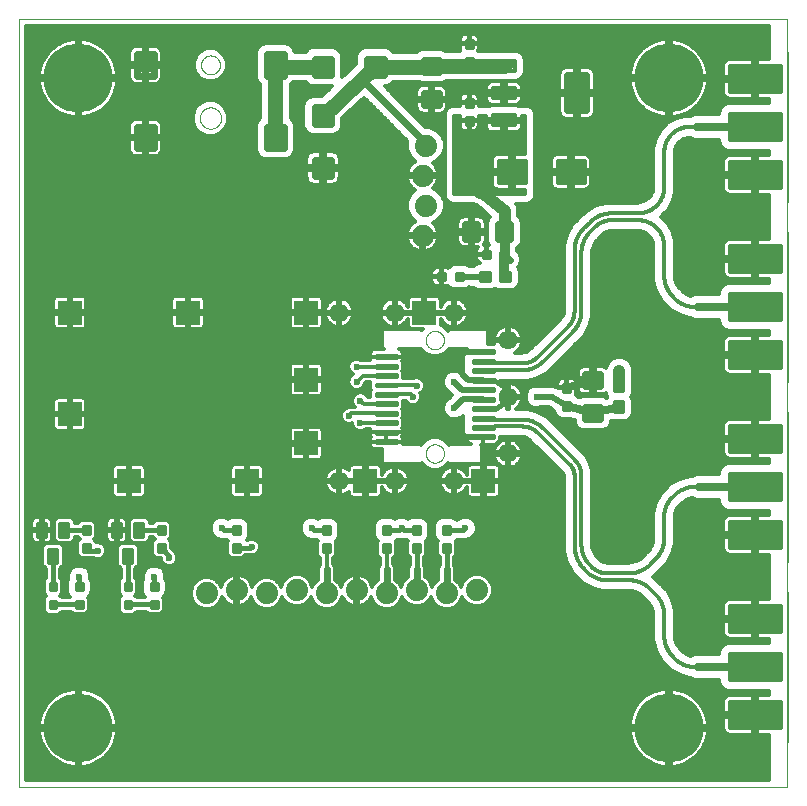
<source format=gtl>
G75*
%MOIN*%
%OFA0B0*%
%FSLAX25Y25*%
%IPPOS*%
%LPD*%
%AMOC8*
5,1,8,0,0,1.08239X$1,22.5*
%
%ADD10C,0.00000*%
%ADD11C,0.00984*%
%ADD12R,0.07874X0.07874*%
%ADD13C,0.06358*%
%ADD14C,0.23000*%
%ADD15C,0.01600*%
%ADD16C,0.01890*%
%ADD17C,0.00945*%
%ADD18C,0.01181*%
%ADD19C,0.01559*%
%ADD20C,0.02362*%
%ADD21C,0.01440*%
%ADD22C,0.02598*%
%ADD23C,0.07400*%
%ADD24C,0.02362*%
%ADD25C,0.01969*%
%ADD26C,0.02756*%
%ADD27C,0.01024*%
%ADD28C,0.01299*%
%ADD29C,0.03200*%
%ADD30C,0.04000*%
%ADD31C,0.05000*%
%ADD32C,0.01200*%
%ADD33C,0.02400*%
%ADD34C,0.00591*%
D10*
X0027667Y0001650D02*
X0027667Y0257555D01*
X0283573Y0257555D01*
X0283573Y0001650D01*
X0027667Y0001650D01*
X0163160Y0112752D02*
X0163162Y0112862D01*
X0163168Y0112972D01*
X0163178Y0113082D01*
X0163192Y0113191D01*
X0163210Y0113300D01*
X0163231Y0113408D01*
X0163257Y0113515D01*
X0163286Y0113621D01*
X0163320Y0113726D01*
X0163357Y0113830D01*
X0163398Y0113932D01*
X0163442Y0114033D01*
X0163490Y0114132D01*
X0163542Y0114230D01*
X0163597Y0114325D01*
X0163655Y0114418D01*
X0163717Y0114509D01*
X0163782Y0114598D01*
X0163850Y0114685D01*
X0163922Y0114769D01*
X0163996Y0114850D01*
X0164073Y0114929D01*
X0164153Y0115005D01*
X0164236Y0115077D01*
X0164321Y0115147D01*
X0164409Y0115214D01*
X0164499Y0115277D01*
X0164591Y0115337D01*
X0164685Y0115394D01*
X0164782Y0115448D01*
X0164880Y0115497D01*
X0164980Y0115544D01*
X0165082Y0115586D01*
X0165185Y0115625D01*
X0165289Y0115660D01*
X0165395Y0115692D01*
X0165501Y0115719D01*
X0165609Y0115743D01*
X0165717Y0115763D01*
X0165826Y0115779D01*
X0165936Y0115791D01*
X0166046Y0115799D01*
X0166156Y0115803D01*
X0166266Y0115803D01*
X0166376Y0115799D01*
X0166486Y0115791D01*
X0166596Y0115779D01*
X0166705Y0115763D01*
X0166813Y0115743D01*
X0166921Y0115719D01*
X0167027Y0115692D01*
X0167133Y0115660D01*
X0167237Y0115625D01*
X0167340Y0115586D01*
X0167442Y0115544D01*
X0167542Y0115497D01*
X0167640Y0115448D01*
X0167736Y0115394D01*
X0167831Y0115337D01*
X0167923Y0115277D01*
X0168013Y0115214D01*
X0168101Y0115147D01*
X0168186Y0115077D01*
X0168269Y0115005D01*
X0168349Y0114929D01*
X0168426Y0114850D01*
X0168500Y0114769D01*
X0168572Y0114685D01*
X0168640Y0114598D01*
X0168705Y0114509D01*
X0168767Y0114418D01*
X0168825Y0114325D01*
X0168880Y0114230D01*
X0168932Y0114132D01*
X0168980Y0114033D01*
X0169024Y0113932D01*
X0169065Y0113830D01*
X0169102Y0113726D01*
X0169136Y0113621D01*
X0169165Y0113515D01*
X0169191Y0113408D01*
X0169212Y0113300D01*
X0169230Y0113191D01*
X0169244Y0113082D01*
X0169254Y0112972D01*
X0169260Y0112862D01*
X0169262Y0112752D01*
X0169260Y0112642D01*
X0169254Y0112532D01*
X0169244Y0112422D01*
X0169230Y0112313D01*
X0169212Y0112204D01*
X0169191Y0112096D01*
X0169165Y0111989D01*
X0169136Y0111883D01*
X0169102Y0111778D01*
X0169065Y0111674D01*
X0169024Y0111572D01*
X0168980Y0111471D01*
X0168932Y0111372D01*
X0168880Y0111274D01*
X0168825Y0111179D01*
X0168767Y0111086D01*
X0168705Y0110995D01*
X0168640Y0110906D01*
X0168572Y0110819D01*
X0168500Y0110735D01*
X0168426Y0110654D01*
X0168349Y0110575D01*
X0168269Y0110499D01*
X0168186Y0110427D01*
X0168101Y0110357D01*
X0168013Y0110290D01*
X0167923Y0110227D01*
X0167831Y0110167D01*
X0167737Y0110110D01*
X0167640Y0110056D01*
X0167542Y0110007D01*
X0167442Y0109960D01*
X0167340Y0109918D01*
X0167237Y0109879D01*
X0167133Y0109844D01*
X0167027Y0109812D01*
X0166921Y0109785D01*
X0166813Y0109761D01*
X0166705Y0109741D01*
X0166596Y0109725D01*
X0166486Y0109713D01*
X0166376Y0109705D01*
X0166266Y0109701D01*
X0166156Y0109701D01*
X0166046Y0109705D01*
X0165936Y0109713D01*
X0165826Y0109725D01*
X0165717Y0109741D01*
X0165609Y0109761D01*
X0165501Y0109785D01*
X0165395Y0109812D01*
X0165289Y0109844D01*
X0165185Y0109879D01*
X0165082Y0109918D01*
X0164980Y0109960D01*
X0164880Y0110007D01*
X0164782Y0110056D01*
X0164685Y0110110D01*
X0164591Y0110167D01*
X0164499Y0110227D01*
X0164409Y0110290D01*
X0164321Y0110357D01*
X0164236Y0110427D01*
X0164153Y0110499D01*
X0164073Y0110575D01*
X0163996Y0110654D01*
X0163922Y0110735D01*
X0163850Y0110819D01*
X0163782Y0110906D01*
X0163717Y0110995D01*
X0163655Y0111086D01*
X0163597Y0111179D01*
X0163542Y0111274D01*
X0163490Y0111372D01*
X0163442Y0111471D01*
X0163398Y0111572D01*
X0163357Y0111674D01*
X0163320Y0111778D01*
X0163286Y0111883D01*
X0163257Y0111989D01*
X0163231Y0112096D01*
X0163210Y0112204D01*
X0163192Y0112313D01*
X0163178Y0112422D01*
X0163168Y0112532D01*
X0163162Y0112642D01*
X0163160Y0112752D01*
X0163160Y0150547D02*
X0163162Y0150657D01*
X0163168Y0150767D01*
X0163178Y0150877D01*
X0163192Y0150986D01*
X0163210Y0151095D01*
X0163231Y0151203D01*
X0163257Y0151310D01*
X0163286Y0151416D01*
X0163320Y0151521D01*
X0163357Y0151625D01*
X0163398Y0151727D01*
X0163442Y0151828D01*
X0163490Y0151927D01*
X0163542Y0152025D01*
X0163597Y0152120D01*
X0163655Y0152213D01*
X0163717Y0152304D01*
X0163782Y0152393D01*
X0163850Y0152480D01*
X0163922Y0152564D01*
X0163996Y0152645D01*
X0164073Y0152724D01*
X0164153Y0152800D01*
X0164236Y0152872D01*
X0164321Y0152942D01*
X0164409Y0153009D01*
X0164499Y0153072D01*
X0164591Y0153132D01*
X0164685Y0153189D01*
X0164782Y0153243D01*
X0164880Y0153292D01*
X0164980Y0153339D01*
X0165082Y0153381D01*
X0165185Y0153420D01*
X0165289Y0153455D01*
X0165395Y0153487D01*
X0165501Y0153514D01*
X0165609Y0153538D01*
X0165717Y0153558D01*
X0165826Y0153574D01*
X0165936Y0153586D01*
X0166046Y0153594D01*
X0166156Y0153598D01*
X0166266Y0153598D01*
X0166376Y0153594D01*
X0166486Y0153586D01*
X0166596Y0153574D01*
X0166705Y0153558D01*
X0166813Y0153538D01*
X0166921Y0153514D01*
X0167027Y0153487D01*
X0167133Y0153455D01*
X0167237Y0153420D01*
X0167340Y0153381D01*
X0167442Y0153339D01*
X0167542Y0153292D01*
X0167640Y0153243D01*
X0167736Y0153189D01*
X0167831Y0153132D01*
X0167923Y0153072D01*
X0168013Y0153009D01*
X0168101Y0152942D01*
X0168186Y0152872D01*
X0168269Y0152800D01*
X0168349Y0152724D01*
X0168426Y0152645D01*
X0168500Y0152564D01*
X0168572Y0152480D01*
X0168640Y0152393D01*
X0168705Y0152304D01*
X0168767Y0152213D01*
X0168825Y0152120D01*
X0168880Y0152025D01*
X0168932Y0151927D01*
X0168980Y0151828D01*
X0169024Y0151727D01*
X0169065Y0151625D01*
X0169102Y0151521D01*
X0169136Y0151416D01*
X0169165Y0151310D01*
X0169191Y0151203D01*
X0169212Y0151095D01*
X0169230Y0150986D01*
X0169244Y0150877D01*
X0169254Y0150767D01*
X0169260Y0150657D01*
X0169262Y0150547D01*
X0169260Y0150437D01*
X0169254Y0150327D01*
X0169244Y0150217D01*
X0169230Y0150108D01*
X0169212Y0149999D01*
X0169191Y0149891D01*
X0169165Y0149784D01*
X0169136Y0149678D01*
X0169102Y0149573D01*
X0169065Y0149469D01*
X0169024Y0149367D01*
X0168980Y0149266D01*
X0168932Y0149167D01*
X0168880Y0149069D01*
X0168825Y0148974D01*
X0168767Y0148881D01*
X0168705Y0148790D01*
X0168640Y0148701D01*
X0168572Y0148614D01*
X0168500Y0148530D01*
X0168426Y0148449D01*
X0168349Y0148370D01*
X0168269Y0148294D01*
X0168186Y0148222D01*
X0168101Y0148152D01*
X0168013Y0148085D01*
X0167923Y0148022D01*
X0167831Y0147962D01*
X0167737Y0147905D01*
X0167640Y0147851D01*
X0167542Y0147802D01*
X0167442Y0147755D01*
X0167340Y0147713D01*
X0167237Y0147674D01*
X0167133Y0147639D01*
X0167027Y0147607D01*
X0166921Y0147580D01*
X0166813Y0147556D01*
X0166705Y0147536D01*
X0166596Y0147520D01*
X0166486Y0147508D01*
X0166376Y0147500D01*
X0166266Y0147496D01*
X0166156Y0147496D01*
X0166046Y0147500D01*
X0165936Y0147508D01*
X0165826Y0147520D01*
X0165717Y0147536D01*
X0165609Y0147556D01*
X0165501Y0147580D01*
X0165395Y0147607D01*
X0165289Y0147639D01*
X0165185Y0147674D01*
X0165082Y0147713D01*
X0164980Y0147755D01*
X0164880Y0147802D01*
X0164782Y0147851D01*
X0164685Y0147905D01*
X0164591Y0147962D01*
X0164499Y0148022D01*
X0164409Y0148085D01*
X0164321Y0148152D01*
X0164236Y0148222D01*
X0164153Y0148294D01*
X0164073Y0148370D01*
X0163996Y0148449D01*
X0163922Y0148530D01*
X0163850Y0148614D01*
X0163782Y0148701D01*
X0163717Y0148790D01*
X0163655Y0148881D01*
X0163597Y0148974D01*
X0163542Y0149069D01*
X0163490Y0149167D01*
X0163442Y0149266D01*
X0163398Y0149367D01*
X0163357Y0149469D01*
X0163320Y0149573D01*
X0163286Y0149678D01*
X0163257Y0149784D01*
X0163231Y0149891D01*
X0163210Y0149999D01*
X0163192Y0150108D01*
X0163178Y0150217D01*
X0163168Y0150327D01*
X0163162Y0150437D01*
X0163160Y0150547D01*
X0087874Y0224563D02*
X0087876Y0224681D01*
X0087882Y0224800D01*
X0087892Y0224918D01*
X0087906Y0225035D01*
X0087923Y0225152D01*
X0087945Y0225269D01*
X0087971Y0225384D01*
X0088000Y0225499D01*
X0088033Y0225613D01*
X0088070Y0225725D01*
X0088111Y0225836D01*
X0088155Y0225946D01*
X0088203Y0226054D01*
X0088255Y0226161D01*
X0088310Y0226266D01*
X0088369Y0226369D01*
X0088431Y0226469D01*
X0088496Y0226568D01*
X0088565Y0226665D01*
X0088636Y0226759D01*
X0088711Y0226850D01*
X0088789Y0226940D01*
X0088870Y0227026D01*
X0088954Y0227110D01*
X0089040Y0227191D01*
X0089130Y0227269D01*
X0089221Y0227344D01*
X0089315Y0227415D01*
X0089412Y0227484D01*
X0089511Y0227549D01*
X0089611Y0227611D01*
X0089714Y0227670D01*
X0089819Y0227725D01*
X0089926Y0227777D01*
X0090034Y0227825D01*
X0090144Y0227869D01*
X0090255Y0227910D01*
X0090367Y0227947D01*
X0090481Y0227980D01*
X0090596Y0228009D01*
X0090711Y0228035D01*
X0090828Y0228057D01*
X0090945Y0228074D01*
X0091062Y0228088D01*
X0091180Y0228098D01*
X0091299Y0228104D01*
X0091417Y0228106D01*
X0091535Y0228104D01*
X0091654Y0228098D01*
X0091772Y0228088D01*
X0091889Y0228074D01*
X0092006Y0228057D01*
X0092123Y0228035D01*
X0092238Y0228009D01*
X0092353Y0227980D01*
X0092467Y0227947D01*
X0092579Y0227910D01*
X0092690Y0227869D01*
X0092800Y0227825D01*
X0092908Y0227777D01*
X0093015Y0227725D01*
X0093120Y0227670D01*
X0093223Y0227611D01*
X0093323Y0227549D01*
X0093422Y0227484D01*
X0093519Y0227415D01*
X0093613Y0227344D01*
X0093704Y0227269D01*
X0093794Y0227191D01*
X0093880Y0227110D01*
X0093964Y0227026D01*
X0094045Y0226940D01*
X0094123Y0226850D01*
X0094198Y0226759D01*
X0094269Y0226665D01*
X0094338Y0226568D01*
X0094403Y0226469D01*
X0094465Y0226369D01*
X0094524Y0226266D01*
X0094579Y0226161D01*
X0094631Y0226054D01*
X0094679Y0225946D01*
X0094723Y0225836D01*
X0094764Y0225725D01*
X0094801Y0225613D01*
X0094834Y0225499D01*
X0094863Y0225384D01*
X0094889Y0225269D01*
X0094911Y0225152D01*
X0094928Y0225035D01*
X0094942Y0224918D01*
X0094952Y0224800D01*
X0094958Y0224681D01*
X0094960Y0224563D01*
X0094958Y0224445D01*
X0094952Y0224326D01*
X0094942Y0224208D01*
X0094928Y0224091D01*
X0094911Y0223974D01*
X0094889Y0223857D01*
X0094863Y0223742D01*
X0094834Y0223627D01*
X0094801Y0223513D01*
X0094764Y0223401D01*
X0094723Y0223290D01*
X0094679Y0223180D01*
X0094631Y0223072D01*
X0094579Y0222965D01*
X0094524Y0222860D01*
X0094465Y0222757D01*
X0094403Y0222657D01*
X0094338Y0222558D01*
X0094269Y0222461D01*
X0094198Y0222367D01*
X0094123Y0222276D01*
X0094045Y0222186D01*
X0093964Y0222100D01*
X0093880Y0222016D01*
X0093794Y0221935D01*
X0093704Y0221857D01*
X0093613Y0221782D01*
X0093519Y0221711D01*
X0093422Y0221642D01*
X0093323Y0221577D01*
X0093223Y0221515D01*
X0093120Y0221456D01*
X0093015Y0221401D01*
X0092908Y0221349D01*
X0092800Y0221301D01*
X0092690Y0221257D01*
X0092579Y0221216D01*
X0092467Y0221179D01*
X0092353Y0221146D01*
X0092238Y0221117D01*
X0092123Y0221091D01*
X0092006Y0221069D01*
X0091889Y0221052D01*
X0091772Y0221038D01*
X0091654Y0221028D01*
X0091535Y0221022D01*
X0091417Y0221020D01*
X0091299Y0221022D01*
X0091180Y0221028D01*
X0091062Y0221038D01*
X0090945Y0221052D01*
X0090828Y0221069D01*
X0090711Y0221091D01*
X0090596Y0221117D01*
X0090481Y0221146D01*
X0090367Y0221179D01*
X0090255Y0221216D01*
X0090144Y0221257D01*
X0090034Y0221301D01*
X0089926Y0221349D01*
X0089819Y0221401D01*
X0089714Y0221456D01*
X0089611Y0221515D01*
X0089511Y0221577D01*
X0089412Y0221642D01*
X0089315Y0221711D01*
X0089221Y0221782D01*
X0089130Y0221857D01*
X0089040Y0221935D01*
X0088954Y0222016D01*
X0088870Y0222100D01*
X0088789Y0222186D01*
X0088711Y0222276D01*
X0088636Y0222367D01*
X0088565Y0222461D01*
X0088496Y0222558D01*
X0088431Y0222657D01*
X0088369Y0222757D01*
X0088310Y0222860D01*
X0088255Y0222965D01*
X0088203Y0223072D01*
X0088155Y0223180D01*
X0088111Y0223290D01*
X0088070Y0223401D01*
X0088033Y0223513D01*
X0088000Y0223627D01*
X0087971Y0223742D01*
X0087945Y0223857D01*
X0087923Y0223974D01*
X0087906Y0224091D01*
X0087892Y0224208D01*
X0087882Y0224326D01*
X0087876Y0224445D01*
X0087874Y0224563D01*
X0088267Y0242280D02*
X0088269Y0242392D01*
X0088275Y0242503D01*
X0088285Y0242615D01*
X0088299Y0242726D01*
X0088316Y0242836D01*
X0088338Y0242946D01*
X0088364Y0243055D01*
X0088393Y0243163D01*
X0088426Y0243269D01*
X0088463Y0243375D01*
X0088504Y0243479D01*
X0088549Y0243582D01*
X0088597Y0243683D01*
X0088648Y0243782D01*
X0088703Y0243879D01*
X0088762Y0243974D01*
X0088823Y0244068D01*
X0088888Y0244159D01*
X0088957Y0244247D01*
X0089028Y0244333D01*
X0089102Y0244417D01*
X0089180Y0244497D01*
X0089260Y0244575D01*
X0089343Y0244651D01*
X0089428Y0244723D01*
X0089516Y0244792D01*
X0089606Y0244858D01*
X0089699Y0244920D01*
X0089794Y0244980D01*
X0089891Y0245036D01*
X0089989Y0245088D01*
X0090090Y0245137D01*
X0090192Y0245182D01*
X0090296Y0245224D01*
X0090401Y0245262D01*
X0090508Y0245296D01*
X0090615Y0245326D01*
X0090724Y0245353D01*
X0090833Y0245375D01*
X0090944Y0245394D01*
X0091054Y0245409D01*
X0091166Y0245420D01*
X0091277Y0245427D01*
X0091389Y0245430D01*
X0091501Y0245429D01*
X0091613Y0245424D01*
X0091724Y0245415D01*
X0091835Y0245402D01*
X0091946Y0245385D01*
X0092056Y0245365D01*
X0092165Y0245340D01*
X0092273Y0245312D01*
X0092380Y0245279D01*
X0092486Y0245243D01*
X0092590Y0245203D01*
X0092693Y0245160D01*
X0092795Y0245113D01*
X0092894Y0245062D01*
X0092992Y0245008D01*
X0093088Y0244950D01*
X0093182Y0244889D01*
X0093273Y0244825D01*
X0093362Y0244758D01*
X0093449Y0244687D01*
X0093533Y0244613D01*
X0093615Y0244537D01*
X0093693Y0244457D01*
X0093769Y0244375D01*
X0093842Y0244290D01*
X0093912Y0244203D01*
X0093978Y0244113D01*
X0094042Y0244021D01*
X0094102Y0243927D01*
X0094159Y0243831D01*
X0094212Y0243732D01*
X0094262Y0243632D01*
X0094308Y0243531D01*
X0094351Y0243427D01*
X0094390Y0243322D01*
X0094425Y0243216D01*
X0094456Y0243109D01*
X0094484Y0243000D01*
X0094507Y0242891D01*
X0094527Y0242781D01*
X0094543Y0242670D01*
X0094555Y0242559D01*
X0094563Y0242448D01*
X0094567Y0242336D01*
X0094567Y0242224D01*
X0094563Y0242112D01*
X0094555Y0242001D01*
X0094543Y0241890D01*
X0094527Y0241779D01*
X0094507Y0241669D01*
X0094484Y0241560D01*
X0094456Y0241451D01*
X0094425Y0241344D01*
X0094390Y0241238D01*
X0094351Y0241133D01*
X0094308Y0241029D01*
X0094262Y0240928D01*
X0094212Y0240828D01*
X0094159Y0240729D01*
X0094102Y0240633D01*
X0094042Y0240539D01*
X0093978Y0240447D01*
X0093912Y0240357D01*
X0093842Y0240270D01*
X0093769Y0240185D01*
X0093693Y0240103D01*
X0093615Y0240023D01*
X0093533Y0239947D01*
X0093449Y0239873D01*
X0093362Y0239802D01*
X0093273Y0239735D01*
X0093182Y0239671D01*
X0093088Y0239610D01*
X0092992Y0239552D01*
X0092894Y0239498D01*
X0092795Y0239447D01*
X0092693Y0239400D01*
X0092590Y0239357D01*
X0092486Y0239317D01*
X0092380Y0239281D01*
X0092273Y0239248D01*
X0092165Y0239220D01*
X0092056Y0239195D01*
X0091946Y0239175D01*
X0091835Y0239158D01*
X0091724Y0239145D01*
X0091613Y0239136D01*
X0091501Y0239131D01*
X0091389Y0239130D01*
X0091277Y0239133D01*
X0091166Y0239140D01*
X0091054Y0239151D01*
X0090944Y0239166D01*
X0090833Y0239185D01*
X0090724Y0239207D01*
X0090615Y0239234D01*
X0090508Y0239264D01*
X0090401Y0239298D01*
X0090296Y0239336D01*
X0090192Y0239378D01*
X0090090Y0239423D01*
X0089989Y0239472D01*
X0089891Y0239524D01*
X0089794Y0239580D01*
X0089699Y0239640D01*
X0089606Y0239702D01*
X0089516Y0239768D01*
X0089428Y0239837D01*
X0089343Y0239909D01*
X0089260Y0239985D01*
X0089180Y0240063D01*
X0089102Y0240143D01*
X0089028Y0240227D01*
X0088957Y0240313D01*
X0088888Y0240401D01*
X0088823Y0240492D01*
X0088762Y0240586D01*
X0088703Y0240681D01*
X0088648Y0240778D01*
X0088597Y0240877D01*
X0088549Y0240978D01*
X0088504Y0241081D01*
X0088463Y0241185D01*
X0088426Y0241291D01*
X0088393Y0241397D01*
X0088364Y0241505D01*
X0088338Y0241614D01*
X0088316Y0241724D01*
X0088299Y0241834D01*
X0088285Y0241945D01*
X0088275Y0242057D01*
X0088269Y0242168D01*
X0088267Y0242280D01*
X0283917Y0246650D02*
X0283917Y0196650D01*
X0283917Y0186650D02*
X0283917Y0136650D01*
X0283917Y0126650D02*
X0283917Y0076650D01*
X0283917Y0066650D02*
X0283917Y0016650D01*
D11*
X0185797Y0117772D02*
X0178907Y0117772D01*
X0178907Y0118756D01*
X0185797Y0118756D01*
X0185797Y0117772D01*
X0185797Y0118755D02*
X0178907Y0118755D01*
X0178907Y0120921D02*
X0185797Y0120921D01*
X0178907Y0120921D02*
X0178907Y0121905D01*
X0185797Y0121905D01*
X0185797Y0120921D01*
X0185797Y0121904D02*
X0178907Y0121904D01*
X0178907Y0124071D02*
X0185797Y0124071D01*
X0178907Y0124071D02*
X0178907Y0125055D01*
X0185797Y0125055D01*
X0185797Y0124071D01*
X0185797Y0125054D02*
X0178907Y0125054D01*
X0178907Y0127221D02*
X0185797Y0127221D01*
X0178907Y0127221D02*
X0178907Y0128205D01*
X0185797Y0128205D01*
X0185797Y0127221D01*
X0185797Y0128204D02*
X0178907Y0128204D01*
X0178907Y0130370D02*
X0185797Y0130370D01*
X0178907Y0130370D02*
X0178907Y0131354D01*
X0185797Y0131354D01*
X0185797Y0130370D01*
X0185797Y0131353D02*
X0178907Y0131353D01*
X0178907Y0133520D02*
X0185797Y0133520D01*
X0178907Y0133520D02*
X0178907Y0134504D01*
X0185797Y0134504D01*
X0185797Y0133520D01*
X0185797Y0134503D02*
X0178907Y0134503D01*
X0178907Y0136669D02*
X0185797Y0136669D01*
X0178907Y0136669D02*
X0178907Y0137653D01*
X0185797Y0137653D01*
X0185797Y0136669D01*
X0185797Y0137652D02*
X0178907Y0137652D01*
X0178907Y0139819D02*
X0185797Y0139819D01*
X0178907Y0139819D02*
X0178907Y0140803D01*
X0185797Y0140803D01*
X0185797Y0139819D01*
X0185797Y0140802D02*
X0178907Y0140802D01*
X0178907Y0142969D02*
X0185797Y0142969D01*
X0178907Y0142969D02*
X0178907Y0143953D01*
X0185797Y0143953D01*
X0185797Y0142969D01*
X0185797Y0143952D02*
X0178907Y0143952D01*
X0178907Y0146118D02*
X0185797Y0146118D01*
X0178907Y0146118D02*
X0178907Y0147102D01*
X0185797Y0147102D01*
X0185797Y0146118D01*
X0185797Y0147101D02*
X0178907Y0147101D01*
X0153514Y0144543D02*
X0146624Y0144543D01*
X0146624Y0145527D01*
X0153514Y0145527D01*
X0153514Y0144543D01*
X0153514Y0145526D02*
X0146624Y0145526D01*
X0146624Y0141394D02*
X0153514Y0141394D01*
X0146624Y0141394D02*
X0146624Y0142378D01*
X0153514Y0142378D01*
X0153514Y0141394D01*
X0153514Y0142377D02*
X0146624Y0142377D01*
X0146624Y0138244D02*
X0153514Y0138244D01*
X0146624Y0138244D02*
X0146624Y0139228D01*
X0153514Y0139228D01*
X0153514Y0138244D01*
X0153514Y0139227D02*
X0146624Y0139227D01*
X0146624Y0135095D02*
X0153514Y0135095D01*
X0146624Y0135095D02*
X0146624Y0136079D01*
X0153514Y0136079D01*
X0153514Y0135095D01*
X0153514Y0136078D02*
X0146624Y0136078D01*
X0146624Y0131945D02*
X0153514Y0131945D01*
X0146624Y0131945D02*
X0146624Y0132929D01*
X0153514Y0132929D01*
X0153514Y0131945D01*
X0153514Y0132928D02*
X0146624Y0132928D01*
X0146624Y0128795D02*
X0153514Y0128795D01*
X0146624Y0128795D02*
X0146624Y0129779D01*
X0153514Y0129779D01*
X0153514Y0128795D01*
X0153514Y0129778D02*
X0146624Y0129778D01*
X0146624Y0125646D02*
X0153514Y0125646D01*
X0146624Y0125646D02*
X0146624Y0126630D01*
X0153514Y0126630D01*
X0153514Y0125646D01*
X0153514Y0126629D02*
X0146624Y0126629D01*
X0146624Y0122496D02*
X0153514Y0122496D01*
X0146624Y0122496D02*
X0146624Y0123480D01*
X0153514Y0123480D01*
X0153514Y0122496D01*
X0153514Y0123479D02*
X0146624Y0123479D01*
X0146624Y0119347D02*
X0153514Y0119347D01*
X0146624Y0119347D02*
X0146624Y0120331D01*
X0153514Y0120331D01*
X0153514Y0119347D01*
X0153514Y0120330D02*
X0146624Y0120330D01*
X0146624Y0116197D02*
X0153514Y0116197D01*
X0146624Y0116197D02*
X0146624Y0117181D01*
X0153514Y0117181D01*
X0153514Y0116197D01*
X0153514Y0117180D02*
X0146624Y0117180D01*
D12*
X0142982Y0103598D03*
X0123297Y0116098D03*
X0103612Y0103598D03*
X0123297Y0137358D03*
X0123297Y0159701D03*
X0083927Y0159701D03*
X0044557Y0159701D03*
X0044557Y0125941D03*
X0064242Y0103598D03*
X0162667Y0159701D03*
X0182352Y0103598D03*
D13*
X0172510Y0103598D03*
X0152825Y0103598D03*
X0134321Y0103598D03*
X0190620Y0112752D03*
X0190620Y0131650D03*
X0190620Y0150547D03*
X0172510Y0159701D03*
X0152825Y0159701D03*
X0134321Y0159701D03*
D14*
X0047352Y0237870D03*
X0244203Y0237870D03*
X0244203Y0021335D03*
X0047352Y0021335D03*
D15*
X0047667Y0062447D02*
X0038965Y0062447D01*
X0038917Y0062400D01*
X0038917Y0068400D02*
X0038917Y0078569D01*
X0047667Y0071650D02*
X0047667Y0068352D01*
X0050917Y0080400D02*
X0053917Y0080400D01*
X0050917Y0080400D02*
X0050167Y0081150D01*
X0050167Y0087150D02*
X0042738Y0087150D01*
X0063917Y0078569D02*
X0063917Y0068400D01*
X0063965Y0062447D02*
X0072667Y0062447D01*
X0072667Y0068352D02*
X0072667Y0071650D01*
X0077667Y0077900D02*
X0077667Y0078650D01*
X0075167Y0081150D01*
X0075167Y0087150D02*
X0067738Y0087150D01*
X0095167Y0087900D02*
X0095917Y0087150D01*
X0100167Y0087150D01*
X0105167Y0081650D02*
X0104667Y0081150D01*
X0100167Y0081150D01*
X0125167Y0087900D02*
X0125917Y0087150D01*
X0130167Y0087150D01*
X0150167Y0087150D02*
X0154417Y0087150D01*
X0155167Y0087900D01*
X0155917Y0087150D01*
X0160167Y0087150D01*
X0160167Y0081150D02*
X0160167Y0074150D01*
X0170167Y0074150D02*
X0170167Y0081150D01*
X0170167Y0087150D02*
X0175667Y0087150D01*
X0176417Y0087900D01*
X0182352Y0127713D02*
X0186230Y0127713D01*
X0190167Y0130400D01*
X0190167Y0131197D01*
X0190620Y0131650D01*
X0190167Y0132102D01*
X0190167Y0134150D01*
X0185906Y0137161D01*
X0182352Y0137161D01*
X0190620Y0131650D02*
X0190620Y0129602D01*
X0160167Y0135400D02*
X0159980Y0135587D01*
X0063965Y0062447D02*
X0063917Y0062400D01*
X0264717Y0061850D02*
X0281117Y0061850D01*
X0281117Y0053450D01*
X0264717Y0053450D01*
X0264717Y0061850D01*
X0264717Y0055049D02*
X0281117Y0055049D01*
X0281117Y0056648D02*
X0264717Y0056648D01*
X0264717Y0058247D02*
X0281117Y0058247D01*
X0281117Y0059846D02*
X0264717Y0059846D01*
X0264717Y0061445D02*
X0281117Y0061445D01*
X0281117Y0045850D02*
X0264717Y0045850D01*
X0281117Y0045850D02*
X0281117Y0037450D01*
X0264717Y0037450D01*
X0264717Y0045850D01*
X0264717Y0039049D02*
X0281117Y0039049D01*
X0281117Y0040648D02*
X0264717Y0040648D01*
X0264717Y0042247D02*
X0281117Y0042247D01*
X0281117Y0043846D02*
X0264717Y0043846D01*
X0264717Y0045445D02*
X0281117Y0045445D01*
X0281117Y0029850D02*
X0264717Y0029850D01*
X0281117Y0029850D02*
X0281117Y0021450D01*
X0264717Y0021450D01*
X0264717Y0029850D01*
X0264717Y0023049D02*
X0281117Y0023049D01*
X0281117Y0024648D02*
X0264717Y0024648D01*
X0264717Y0026247D02*
X0281117Y0026247D01*
X0281117Y0027846D02*
X0264717Y0027846D01*
X0264717Y0029445D02*
X0281117Y0029445D01*
X0281117Y0089850D02*
X0264717Y0089850D01*
X0281117Y0089850D02*
X0281117Y0081450D01*
X0264717Y0081450D01*
X0264717Y0089850D01*
X0264717Y0083049D02*
X0281117Y0083049D01*
X0281117Y0084648D02*
X0264717Y0084648D01*
X0264717Y0086247D02*
X0281117Y0086247D01*
X0281117Y0087846D02*
X0264717Y0087846D01*
X0264717Y0089445D02*
X0281117Y0089445D01*
X0281117Y0105850D02*
X0264717Y0105850D01*
X0281117Y0105850D02*
X0281117Y0097450D01*
X0264717Y0097450D01*
X0264717Y0105850D01*
X0264717Y0099049D02*
X0281117Y0099049D01*
X0281117Y0100648D02*
X0264717Y0100648D01*
X0264717Y0102247D02*
X0281117Y0102247D01*
X0281117Y0103846D02*
X0264717Y0103846D01*
X0264717Y0105445D02*
X0281117Y0105445D01*
X0281117Y0121850D02*
X0264717Y0121850D01*
X0281117Y0121850D02*
X0281117Y0113450D01*
X0264717Y0113450D01*
X0264717Y0121850D01*
X0264717Y0115049D02*
X0281117Y0115049D01*
X0281117Y0116648D02*
X0264717Y0116648D01*
X0264717Y0118247D02*
X0281117Y0118247D01*
X0281117Y0119846D02*
X0264717Y0119846D01*
X0264717Y0121445D02*
X0281117Y0121445D01*
X0281117Y0149850D02*
X0264717Y0149850D01*
X0281117Y0149850D02*
X0281117Y0141450D01*
X0264717Y0141450D01*
X0264717Y0149850D01*
X0264717Y0143049D02*
X0281117Y0143049D01*
X0281117Y0144648D02*
X0264717Y0144648D01*
X0264717Y0146247D02*
X0281117Y0146247D01*
X0281117Y0147846D02*
X0264717Y0147846D01*
X0264717Y0149445D02*
X0281117Y0149445D01*
X0281117Y0165850D02*
X0264717Y0165850D01*
X0281117Y0165850D02*
X0281117Y0157450D01*
X0264717Y0157450D01*
X0264717Y0165850D01*
X0264717Y0159049D02*
X0281117Y0159049D01*
X0281117Y0160648D02*
X0264717Y0160648D01*
X0264717Y0162247D02*
X0281117Y0162247D01*
X0281117Y0163846D02*
X0264717Y0163846D01*
X0264717Y0165445D02*
X0281117Y0165445D01*
X0281117Y0181850D02*
X0264717Y0181850D01*
X0281117Y0181850D02*
X0281117Y0173450D01*
X0264717Y0173450D01*
X0264717Y0181850D01*
X0264717Y0175049D02*
X0281117Y0175049D01*
X0281117Y0176648D02*
X0264717Y0176648D01*
X0264717Y0178247D02*
X0281117Y0178247D01*
X0281117Y0179846D02*
X0264717Y0179846D01*
X0264717Y0181445D02*
X0281117Y0181445D01*
X0281117Y0209850D02*
X0264717Y0209850D01*
X0281117Y0209850D02*
X0281117Y0201450D01*
X0264717Y0201450D01*
X0264717Y0209850D01*
X0264717Y0203049D02*
X0281117Y0203049D01*
X0281117Y0204648D02*
X0264717Y0204648D01*
X0264717Y0206247D02*
X0281117Y0206247D01*
X0281117Y0207846D02*
X0264717Y0207846D01*
X0264717Y0209445D02*
X0281117Y0209445D01*
X0281117Y0225850D02*
X0264717Y0225850D01*
X0281117Y0225850D02*
X0281117Y0217450D01*
X0264717Y0217450D01*
X0264717Y0225850D01*
X0264717Y0219049D02*
X0281117Y0219049D01*
X0281117Y0220648D02*
X0264717Y0220648D01*
X0264717Y0222247D02*
X0281117Y0222247D01*
X0281117Y0223846D02*
X0264717Y0223846D01*
X0264717Y0225445D02*
X0281117Y0225445D01*
X0281117Y0241850D02*
X0264717Y0241850D01*
X0281117Y0241850D02*
X0281117Y0233450D01*
X0264717Y0233450D01*
X0264717Y0241850D01*
X0264717Y0235049D02*
X0281117Y0235049D01*
X0281117Y0236648D02*
X0264717Y0236648D01*
X0264717Y0238247D02*
X0281117Y0238247D01*
X0281117Y0239846D02*
X0264717Y0239846D01*
X0264717Y0241445D02*
X0281117Y0241445D01*
D16*
X0191633Y0184052D02*
X0187225Y0184052D01*
X0187225Y0189248D01*
X0191633Y0189248D01*
X0191633Y0184052D01*
X0191633Y0185941D02*
X0187225Y0185941D01*
X0187225Y0187830D02*
X0191633Y0187830D01*
X0180610Y0184052D02*
X0176202Y0184052D01*
X0176202Y0189248D01*
X0180610Y0189248D01*
X0180610Y0184052D01*
X0180610Y0185941D02*
X0176202Y0185941D01*
X0176202Y0187830D02*
X0180610Y0187830D01*
X0167765Y0228619D02*
X0167765Y0233027D01*
X0167765Y0228619D02*
X0162569Y0228619D01*
X0162569Y0233027D01*
X0167765Y0233027D01*
X0167765Y0230508D02*
X0162569Y0230508D01*
X0162569Y0232397D02*
X0167765Y0232397D01*
X0167765Y0239642D02*
X0167765Y0244050D01*
X0167765Y0239642D02*
X0162569Y0239642D01*
X0162569Y0244050D01*
X0167765Y0244050D01*
X0167765Y0241531D02*
X0162569Y0241531D01*
X0162569Y0243420D02*
X0167765Y0243420D01*
X0216319Y0139365D02*
X0216319Y0134957D01*
X0216319Y0139365D02*
X0221515Y0139365D01*
X0221515Y0134957D01*
X0216319Y0134957D01*
X0216319Y0136846D02*
X0221515Y0136846D01*
X0221515Y0138735D02*
X0216319Y0138735D01*
X0216319Y0128342D02*
X0216319Y0123934D01*
X0216319Y0128342D02*
X0221515Y0128342D01*
X0221515Y0123934D01*
X0216319Y0123934D01*
X0216319Y0125823D02*
X0221515Y0125823D01*
X0221515Y0127712D02*
X0216319Y0127712D01*
D17*
X0211270Y0127351D02*
X0211270Y0129949D01*
X0211270Y0127351D02*
X0209064Y0127351D01*
X0209064Y0129949D01*
X0211270Y0129949D01*
X0211270Y0128295D02*
X0209064Y0128295D01*
X0209064Y0129239D02*
X0211270Y0129239D01*
X0211270Y0133351D02*
X0211270Y0135949D01*
X0211270Y0133351D02*
X0209064Y0133351D01*
X0209064Y0135949D01*
X0211270Y0135949D01*
X0211270Y0134295D02*
X0209064Y0134295D01*
X0209064Y0135239D02*
X0211270Y0135239D01*
X0175716Y0172753D02*
X0173118Y0172753D01*
X0175716Y0172753D02*
X0175716Y0170547D01*
X0173118Y0170547D01*
X0173118Y0172753D01*
X0173118Y0171491D02*
X0175716Y0171491D01*
X0175716Y0172435D02*
X0173118Y0172435D01*
X0169716Y0172753D02*
X0167118Y0172753D01*
X0169716Y0172753D02*
X0169716Y0170547D01*
X0167118Y0170547D01*
X0167118Y0172753D01*
X0167118Y0171491D02*
X0169716Y0171491D01*
X0169716Y0172435D02*
X0167118Y0172435D01*
X0182118Y0180253D02*
X0184716Y0180253D01*
X0184716Y0178047D01*
X0182118Y0178047D01*
X0182118Y0180253D01*
X0182118Y0178991D02*
X0184716Y0178991D01*
X0184716Y0179935D02*
X0182118Y0179935D01*
X0188118Y0180253D02*
X0190716Y0180253D01*
X0190716Y0178047D01*
X0188118Y0178047D01*
X0188118Y0180253D01*
X0188118Y0178991D02*
X0190716Y0178991D01*
X0190716Y0179935D02*
X0188118Y0179935D01*
X0178770Y0222351D02*
X0178770Y0224949D01*
X0178770Y0222351D02*
X0176564Y0222351D01*
X0176564Y0224949D01*
X0178770Y0224949D01*
X0178770Y0223295D02*
X0176564Y0223295D01*
X0176564Y0224239D02*
X0178770Y0224239D01*
X0178770Y0228351D02*
X0178770Y0230949D01*
X0178770Y0228351D02*
X0176564Y0228351D01*
X0176564Y0230949D01*
X0178770Y0230949D01*
X0178770Y0229295D02*
X0176564Y0229295D01*
X0176564Y0230239D02*
X0178770Y0230239D01*
X0178770Y0242041D02*
X0178770Y0244639D01*
X0178770Y0242041D02*
X0176564Y0242041D01*
X0176564Y0244639D01*
X0178770Y0244639D01*
X0178770Y0242985D02*
X0176564Y0242985D01*
X0176564Y0243929D02*
X0178770Y0243929D01*
X0178770Y0248041D02*
X0178770Y0250639D01*
X0178770Y0248041D02*
X0176564Y0248041D01*
X0176564Y0250639D01*
X0178770Y0250639D01*
X0178770Y0248985D02*
X0176564Y0248985D01*
X0176564Y0249929D02*
X0178770Y0249929D01*
X0171270Y0088449D02*
X0171270Y0085851D01*
X0169064Y0085851D01*
X0169064Y0088449D01*
X0171270Y0088449D01*
X0171270Y0086795D02*
X0169064Y0086795D01*
X0169064Y0087739D02*
X0171270Y0087739D01*
X0171270Y0082449D02*
X0171270Y0079851D01*
X0169064Y0079851D01*
X0169064Y0082449D01*
X0171270Y0082449D01*
X0171270Y0080795D02*
X0169064Y0080795D01*
X0169064Y0081739D02*
X0171270Y0081739D01*
X0161270Y0082449D02*
X0161270Y0079851D01*
X0159064Y0079851D01*
X0159064Y0082449D01*
X0161270Y0082449D01*
X0161270Y0080795D02*
X0159064Y0080795D01*
X0159064Y0081739D02*
X0161270Y0081739D01*
X0161270Y0085851D02*
X0161270Y0088449D01*
X0161270Y0085851D02*
X0159064Y0085851D01*
X0159064Y0088449D01*
X0161270Y0088449D01*
X0161270Y0086795D02*
X0159064Y0086795D01*
X0159064Y0087739D02*
X0161270Y0087739D01*
X0151270Y0088449D02*
X0151270Y0085851D01*
X0149064Y0085851D01*
X0149064Y0088449D01*
X0151270Y0088449D01*
X0151270Y0086795D02*
X0149064Y0086795D01*
X0149064Y0087739D02*
X0151270Y0087739D01*
X0151270Y0082449D02*
X0151270Y0079851D01*
X0149064Y0079851D01*
X0149064Y0082449D01*
X0151270Y0082449D01*
X0151270Y0080795D02*
X0149064Y0080795D01*
X0149064Y0081739D02*
X0151270Y0081739D01*
X0131270Y0082449D02*
X0131270Y0079851D01*
X0129064Y0079851D01*
X0129064Y0082449D01*
X0131270Y0082449D01*
X0131270Y0080795D02*
X0129064Y0080795D01*
X0129064Y0081739D02*
X0131270Y0081739D01*
X0131270Y0085851D02*
X0131270Y0088449D01*
X0131270Y0085851D02*
X0129064Y0085851D01*
X0129064Y0088449D01*
X0131270Y0088449D01*
X0131270Y0086795D02*
X0129064Y0086795D01*
X0129064Y0087739D02*
X0131270Y0087739D01*
X0101270Y0088449D02*
X0101270Y0085851D01*
X0099064Y0085851D01*
X0099064Y0088449D01*
X0101270Y0088449D01*
X0101270Y0086795D02*
X0099064Y0086795D01*
X0099064Y0087739D02*
X0101270Y0087739D01*
X0101270Y0082449D02*
X0101270Y0079851D01*
X0099064Y0079851D01*
X0099064Y0082449D01*
X0101270Y0082449D01*
X0101270Y0080795D02*
X0099064Y0080795D01*
X0099064Y0081739D02*
X0101270Y0081739D01*
X0074064Y0082449D02*
X0074064Y0079851D01*
X0074064Y0082449D02*
X0076270Y0082449D01*
X0076270Y0079851D01*
X0074064Y0079851D01*
X0074064Y0080795D02*
X0076270Y0080795D01*
X0076270Y0081739D02*
X0074064Y0081739D01*
X0074064Y0085851D02*
X0074064Y0088449D01*
X0076270Y0088449D01*
X0076270Y0085851D01*
X0074064Y0085851D01*
X0074064Y0086795D02*
X0076270Y0086795D01*
X0076270Y0087739D02*
X0074064Y0087739D01*
X0073770Y0069455D02*
X0071564Y0069455D01*
X0073770Y0069455D02*
X0073770Y0067249D01*
X0071564Y0067249D01*
X0071564Y0069455D01*
X0071564Y0068193D02*
X0073770Y0068193D01*
X0073770Y0069137D02*
X0071564Y0069137D01*
X0071564Y0063550D02*
X0073770Y0063550D01*
X0073770Y0061344D01*
X0071564Y0061344D01*
X0071564Y0063550D01*
X0071564Y0062288D02*
X0073770Y0062288D01*
X0073770Y0063232D02*
X0071564Y0063232D01*
X0062814Y0063699D02*
X0062814Y0061101D01*
X0062814Y0063699D02*
X0065020Y0063699D01*
X0065020Y0061101D01*
X0062814Y0061101D01*
X0062814Y0062045D02*
X0065020Y0062045D01*
X0065020Y0062989D02*
X0062814Y0062989D01*
X0062814Y0067101D02*
X0062814Y0069699D01*
X0065020Y0069699D01*
X0065020Y0067101D01*
X0062814Y0067101D01*
X0062814Y0068045D02*
X0065020Y0068045D01*
X0065020Y0068989D02*
X0062814Y0068989D01*
X0049064Y0079851D02*
X0049064Y0082449D01*
X0051270Y0082449D01*
X0051270Y0079851D01*
X0049064Y0079851D01*
X0049064Y0080795D02*
X0051270Y0080795D01*
X0051270Y0081739D02*
X0049064Y0081739D01*
X0049064Y0085851D02*
X0049064Y0088449D01*
X0051270Y0088449D01*
X0051270Y0085851D01*
X0049064Y0085851D01*
X0049064Y0086795D02*
X0051270Y0086795D01*
X0051270Y0087739D02*
X0049064Y0087739D01*
X0048770Y0069455D02*
X0046564Y0069455D01*
X0048770Y0069455D02*
X0048770Y0067249D01*
X0046564Y0067249D01*
X0046564Y0069455D01*
X0046564Y0068193D02*
X0048770Y0068193D01*
X0048770Y0069137D02*
X0046564Y0069137D01*
X0046564Y0063550D02*
X0048770Y0063550D01*
X0048770Y0061344D01*
X0046564Y0061344D01*
X0046564Y0063550D01*
X0046564Y0062288D02*
X0048770Y0062288D01*
X0048770Y0063232D02*
X0046564Y0063232D01*
X0037814Y0063699D02*
X0037814Y0061101D01*
X0037814Y0063699D02*
X0040020Y0063699D01*
X0040020Y0061101D01*
X0037814Y0061101D01*
X0037814Y0062045D02*
X0040020Y0062045D01*
X0040020Y0062989D02*
X0037814Y0062989D01*
X0037814Y0067101D02*
X0037814Y0069699D01*
X0040020Y0069699D01*
X0040020Y0067101D01*
X0037814Y0067101D01*
X0037814Y0068045D02*
X0040020Y0068045D01*
X0040020Y0068989D02*
X0037814Y0068989D01*
D18*
X0035768Y0068888D02*
X0030030Y0068888D01*
X0030030Y0070067D02*
X0035768Y0070067D01*
X0035768Y0070547D02*
X0035768Y0066252D01*
X0036621Y0065400D01*
X0035768Y0064547D01*
X0035768Y0060252D01*
X0036967Y0059053D01*
X0040868Y0059053D01*
X0041887Y0060072D01*
X0044942Y0060072D01*
X0045717Y0059297D01*
X0049618Y0059297D01*
X0050817Y0060496D01*
X0050817Y0064397D01*
X0050510Y0064704D01*
X0051340Y0065533D01*
X0051801Y0066647D01*
X0051801Y0070058D01*
X0051407Y0071008D01*
X0051407Y0072394D01*
X0050838Y0073768D01*
X0049786Y0074820D01*
X0048411Y0075390D01*
X0046923Y0075390D01*
X0045549Y0074820D01*
X0044497Y0073768D01*
X0043927Y0072394D01*
X0043927Y0071008D01*
X0043533Y0070058D01*
X0043533Y0066647D01*
X0043995Y0065533D01*
X0044706Y0064822D01*
X0041792Y0064822D01*
X0041214Y0065400D01*
X0042067Y0066252D01*
X0042067Y0070547D01*
X0041292Y0071322D01*
X0041292Y0074338D01*
X0042461Y0075507D01*
X0042461Y0081631D01*
X0041192Y0082900D01*
X0036901Y0082900D01*
X0037397Y0083032D01*
X0037894Y0083320D01*
X0038300Y0083726D01*
X0038588Y0084223D01*
X0038736Y0084778D01*
X0038736Y0086837D01*
X0035571Y0086837D01*
X0035571Y0087624D01*
X0038736Y0087624D01*
X0038736Y0089683D01*
X0038588Y0090238D01*
X0038300Y0090735D01*
X0037894Y0091141D01*
X0037397Y0091428D01*
X0036842Y0091577D01*
X0035571Y0091577D01*
X0035571Y0087624D01*
X0034783Y0087624D01*
X0034783Y0086837D01*
X0031618Y0086837D01*
X0031618Y0084778D01*
X0031767Y0084223D01*
X0032054Y0083726D01*
X0032460Y0083320D01*
X0032957Y0083032D01*
X0033512Y0082884D01*
X0034783Y0082884D01*
X0034783Y0086837D01*
X0035571Y0086837D01*
X0035571Y0082884D01*
X0036627Y0082884D01*
X0035374Y0081631D01*
X0035374Y0075507D01*
X0036543Y0074338D01*
X0036543Y0071322D01*
X0035768Y0070547D01*
X0036468Y0071247D02*
X0030030Y0071247D01*
X0030030Y0072426D02*
X0036543Y0072426D01*
X0036543Y0073606D02*
X0030030Y0073606D01*
X0030030Y0074786D02*
X0036095Y0074786D01*
X0035374Y0075965D02*
X0030030Y0075965D01*
X0030030Y0077145D02*
X0035374Y0077145D01*
X0035374Y0078324D02*
X0030030Y0078324D01*
X0030030Y0079504D02*
X0035374Y0079504D01*
X0035374Y0080684D02*
X0030030Y0080684D01*
X0030030Y0081863D02*
X0035606Y0081863D01*
X0035571Y0083043D02*
X0034783Y0083043D01*
X0034783Y0084223D02*
X0035571Y0084223D01*
X0035571Y0085402D02*
X0034783Y0085402D01*
X0034783Y0086582D02*
X0035571Y0086582D01*
X0036555Y0089396D02*
X0033799Y0089396D01*
X0036555Y0089396D02*
X0036555Y0085064D01*
X0033799Y0085064D01*
X0033799Y0089396D01*
X0033799Y0086244D02*
X0036555Y0086244D01*
X0036555Y0087424D02*
X0033799Y0087424D01*
X0033799Y0088604D02*
X0036555Y0088604D01*
X0035571Y0088941D02*
X0034783Y0088941D01*
X0034783Y0087761D02*
X0035571Y0087761D01*
X0034783Y0087624D02*
X0034783Y0091577D01*
X0033512Y0091577D01*
X0032957Y0091428D01*
X0032460Y0091141D01*
X0032054Y0090735D01*
X0031767Y0090238D01*
X0031618Y0089683D01*
X0031618Y0087624D01*
X0034783Y0087624D01*
X0034783Y0090121D02*
X0035571Y0090121D01*
X0035571Y0091300D02*
X0034783Y0091300D01*
X0032736Y0091300D02*
X0030030Y0091300D01*
X0030030Y0090121D02*
X0031735Y0090121D01*
X0031618Y0088941D02*
X0030030Y0088941D01*
X0030030Y0087761D02*
X0031618Y0087761D01*
X0031618Y0086582D02*
X0030030Y0086582D01*
X0030030Y0085402D02*
X0031618Y0085402D01*
X0031767Y0084223D02*
X0030030Y0084223D01*
X0030030Y0083043D02*
X0032939Y0083043D01*
X0037415Y0083043D02*
X0040239Y0083043D01*
X0040383Y0082900D02*
X0044932Y0082900D01*
X0046201Y0084168D01*
X0046201Y0084775D01*
X0047245Y0084775D01*
X0047871Y0084150D01*
X0047018Y0083297D01*
X0047018Y0079002D01*
X0048217Y0077803D01*
X0052118Y0077803D01*
X0052339Y0078025D01*
X0052449Y0078025D01*
X0053369Y0077644D01*
X0054466Y0077644D01*
X0055478Y0078063D01*
X0056254Y0078839D01*
X0056673Y0079851D01*
X0056673Y0080948D01*
X0056254Y0081961D01*
X0055478Y0082736D01*
X0054466Y0083155D01*
X0053369Y0083155D01*
X0053317Y0083134D01*
X0053317Y0083297D01*
X0052464Y0084150D01*
X0053317Y0085002D01*
X0053317Y0089297D01*
X0052118Y0090496D01*
X0048217Y0090496D01*
X0047245Y0089524D01*
X0046201Y0089524D01*
X0046201Y0090293D01*
X0044932Y0091561D01*
X0040383Y0091561D01*
X0039114Y0090293D01*
X0039114Y0084168D01*
X0040383Y0082900D01*
X0039114Y0084223D02*
X0038587Y0084223D01*
X0038736Y0085402D02*
X0039114Y0085402D01*
X0039114Y0086582D02*
X0038736Y0086582D01*
X0038736Y0087761D02*
X0039114Y0087761D01*
X0039114Y0088941D02*
X0038736Y0088941D01*
X0038619Y0090121D02*
X0039114Y0090121D01*
X0040122Y0091300D02*
X0037618Y0091300D01*
X0041279Y0089396D02*
X0044035Y0089396D01*
X0044035Y0085064D01*
X0041279Y0085064D01*
X0041279Y0089396D01*
X0041279Y0086244D02*
X0044035Y0086244D01*
X0044035Y0087424D02*
X0041279Y0087424D01*
X0041279Y0088604D02*
X0044035Y0088604D01*
X0046201Y0090121D02*
X0047842Y0090121D01*
X0045193Y0091300D02*
X0057736Y0091300D01*
X0057957Y0091428D02*
X0057460Y0091141D01*
X0057054Y0090735D01*
X0056767Y0090238D01*
X0056618Y0089683D01*
X0056618Y0087624D01*
X0059783Y0087624D01*
X0059783Y0086837D01*
X0056618Y0086837D01*
X0056618Y0084778D01*
X0056767Y0084223D01*
X0057054Y0083726D01*
X0057460Y0083320D01*
X0057957Y0083032D01*
X0058512Y0082884D01*
X0059783Y0082884D01*
X0059783Y0086837D01*
X0060571Y0086837D01*
X0060571Y0087624D01*
X0063736Y0087624D01*
X0063736Y0089683D01*
X0063588Y0090238D01*
X0063300Y0090735D01*
X0062894Y0091141D01*
X0062397Y0091428D01*
X0061842Y0091577D01*
X0060571Y0091577D01*
X0060571Y0087624D01*
X0059783Y0087624D01*
X0059783Y0091577D01*
X0058512Y0091577D01*
X0057957Y0091428D01*
X0056735Y0090121D02*
X0052493Y0090121D01*
X0053317Y0088941D02*
X0056618Y0088941D01*
X0056618Y0087761D02*
X0053317Y0087761D01*
X0053317Y0086582D02*
X0056618Y0086582D01*
X0056618Y0085402D02*
X0053317Y0085402D01*
X0052537Y0084223D02*
X0056767Y0084223D01*
X0057939Y0083043D02*
X0054737Y0083043D01*
X0056294Y0081863D02*
X0060606Y0081863D01*
X0060374Y0081631D02*
X0060374Y0075507D01*
X0061543Y0074338D01*
X0061543Y0071322D01*
X0060768Y0070547D01*
X0060768Y0066252D01*
X0061621Y0065400D01*
X0060768Y0064547D01*
X0060768Y0060252D01*
X0061967Y0059053D01*
X0065868Y0059053D01*
X0066887Y0060072D01*
X0069942Y0060072D01*
X0070717Y0059297D01*
X0074618Y0059297D01*
X0075817Y0060496D01*
X0075817Y0064397D01*
X0075510Y0064704D01*
X0076340Y0065533D01*
X0076801Y0066647D01*
X0076801Y0070058D01*
X0076407Y0071008D01*
X0076407Y0072394D01*
X0075838Y0073768D01*
X0074786Y0074820D01*
X0073411Y0075390D01*
X0071923Y0075390D01*
X0070549Y0074820D01*
X0069497Y0073768D01*
X0068927Y0072394D01*
X0068927Y0071008D01*
X0068533Y0070058D01*
X0068533Y0066647D01*
X0068995Y0065533D01*
X0069706Y0064822D01*
X0066792Y0064822D01*
X0066214Y0065400D01*
X0067067Y0066252D01*
X0067067Y0070547D01*
X0066292Y0071322D01*
X0066292Y0074338D01*
X0067461Y0075507D01*
X0067461Y0081631D01*
X0066192Y0082900D01*
X0061901Y0082900D01*
X0062397Y0083032D01*
X0062894Y0083320D01*
X0063300Y0083726D01*
X0063588Y0084223D01*
X0063736Y0084778D01*
X0063736Y0086837D01*
X0060571Y0086837D01*
X0060571Y0082884D01*
X0061627Y0082884D01*
X0060374Y0081631D01*
X0060374Y0080684D02*
X0056673Y0080684D01*
X0056529Y0079504D02*
X0060374Y0079504D01*
X0060374Y0078324D02*
X0055740Y0078324D01*
X0060374Y0077145D02*
X0042461Y0077145D01*
X0042461Y0078324D02*
X0047696Y0078324D01*
X0047018Y0079504D02*
X0042461Y0079504D01*
X0042461Y0080684D02*
X0047018Y0080684D01*
X0047018Y0081863D02*
X0042228Y0081863D01*
X0045076Y0083043D02*
X0047018Y0083043D01*
X0047798Y0084223D02*
X0046201Y0084223D01*
X0042461Y0075965D02*
X0060374Y0075965D01*
X0061095Y0074786D02*
X0049821Y0074786D01*
X0050905Y0073606D02*
X0061543Y0073606D01*
X0061543Y0072426D02*
X0051394Y0072426D01*
X0051407Y0071247D02*
X0061468Y0071247D01*
X0060768Y0070067D02*
X0051797Y0070067D01*
X0051801Y0068888D02*
X0060768Y0068888D01*
X0060768Y0067708D02*
X0051801Y0067708D01*
X0051752Y0066528D02*
X0060768Y0066528D01*
X0061570Y0065349D02*
X0051156Y0065349D01*
X0050817Y0064169D02*
X0060768Y0064169D01*
X0060768Y0062990D02*
X0050817Y0062990D01*
X0050817Y0061810D02*
X0060768Y0061810D01*
X0060768Y0060630D02*
X0050817Y0060630D01*
X0049771Y0059451D02*
X0061569Y0059451D01*
X0066265Y0059451D02*
X0070564Y0059451D01*
X0074771Y0059451D02*
X0239020Y0059451D01*
X0239010Y0059593D02*
X0239065Y0058757D01*
X0239065Y0050251D01*
X0239992Y0046791D01*
X0241783Y0043690D01*
X0241783Y0043690D01*
X0242542Y0042930D01*
X0244377Y0041096D01*
X0245000Y0040472D01*
X0247768Y0038874D01*
X0250855Y0038047D01*
X0251395Y0038047D01*
X0251464Y0037978D01*
X0253056Y0037319D01*
X0260965Y0037319D01*
X0260965Y0036703D01*
X0261536Y0035324D01*
X0262592Y0034268D01*
X0263971Y0033697D01*
X0277667Y0033697D01*
X0277667Y0032240D01*
X0273508Y0032240D01*
X0273508Y0026240D01*
X0272327Y0026240D01*
X0272327Y0032240D01*
X0264482Y0032240D01*
X0264020Y0032148D01*
X0263585Y0031968D01*
X0263193Y0031706D01*
X0262860Y0031373D01*
X0262599Y0030982D01*
X0262419Y0030547D01*
X0262327Y0030085D01*
X0262327Y0026240D01*
X0272327Y0026240D01*
X0272327Y0025059D01*
X0273508Y0025059D01*
X0273508Y0019059D01*
X0277667Y0019059D01*
X0277667Y0004012D01*
X0030030Y0004012D01*
X0030030Y0255193D01*
X0277667Y0255193D01*
X0277667Y0244240D01*
X0273508Y0244240D01*
X0273508Y0238240D01*
X0272327Y0238240D01*
X0272327Y0244240D01*
X0264482Y0244240D01*
X0264020Y0244148D01*
X0263585Y0243968D01*
X0263193Y0243706D01*
X0262860Y0243373D01*
X0262599Y0242982D01*
X0262419Y0242547D01*
X0262327Y0242085D01*
X0262327Y0238240D01*
X0272327Y0238240D01*
X0272327Y0237059D01*
X0273508Y0237059D01*
X0273508Y0231059D01*
X0277667Y0231059D01*
X0277667Y0229602D01*
X0263971Y0229602D01*
X0262592Y0229031D01*
X0261536Y0227975D01*
X0260965Y0226596D01*
X0260965Y0225980D01*
X0252841Y0225980D01*
X0251250Y0225321D01*
X0251181Y0225252D01*
X0249605Y0225252D01*
X0246518Y0224425D01*
X0243750Y0222827D01*
X0242620Y0221697D01*
X0242113Y0221190D01*
X0241490Y0220567D01*
X0239892Y0217799D01*
X0239065Y0214712D01*
X0239065Y0201435D01*
X0239023Y0200791D01*
X0238689Y0199547D01*
X0238046Y0198432D01*
X0237620Y0197947D01*
X0237587Y0197914D01*
X0237077Y0197466D01*
X0235903Y0196789D01*
X0234595Y0196438D01*
X0233917Y0196394D01*
X0223205Y0196394D01*
X0219827Y0195489D01*
X0216799Y0193740D01*
X0216069Y0193011D01*
X0212651Y0189592D01*
X0211891Y0188832D01*
X0210100Y0185731D01*
X0210100Y0185731D01*
X0209173Y0182271D01*
X0209173Y0160185D01*
X0209141Y0159690D01*
X0208885Y0158734D01*
X0208390Y0157877D01*
X0208063Y0157504D01*
X0207690Y0157132D01*
X0207556Y0156998D01*
X0198063Y0147504D01*
X0197690Y0147177D01*
X0196833Y0146682D01*
X0195877Y0146426D01*
X0195382Y0146394D01*
X0192974Y0146394D01*
X0193120Y0146468D01*
X0193727Y0146909D01*
X0194258Y0147440D01*
X0194699Y0148047D01*
X0195040Y0148716D01*
X0195272Y0149430D01*
X0195390Y0150172D01*
X0195390Y0150203D01*
X0190965Y0150203D01*
X0190965Y0150892D01*
X0195390Y0150892D01*
X0195390Y0150923D01*
X0195272Y0151664D01*
X0195040Y0152378D01*
X0194699Y0153047D01*
X0194258Y0153654D01*
X0193727Y0154185D01*
X0193120Y0154627D01*
X0192451Y0154967D01*
X0191737Y0155199D01*
X0190995Y0155317D01*
X0190965Y0155317D01*
X0190965Y0150892D01*
X0190276Y0150892D01*
X0190276Y0155317D01*
X0190245Y0155317D01*
X0189503Y0155199D01*
X0188789Y0154967D01*
X0188120Y0154627D01*
X0187513Y0154185D01*
X0186982Y0153654D01*
X0186541Y0153047D01*
X0186200Y0152378D01*
X0185968Y0151664D01*
X0185850Y0150923D01*
X0185850Y0150892D01*
X0190276Y0150892D01*
X0190276Y0150203D01*
X0185850Y0150203D01*
X0185850Y0150172D01*
X0185968Y0149430D01*
X0186048Y0149185D01*
X0183939Y0149185D01*
X0183939Y0153491D01*
X0183298Y0154132D01*
X0171082Y0154132D01*
X0170682Y0153732D01*
X0169277Y0155136D01*
X0168195Y0155585D01*
X0168195Y0157663D01*
X0168430Y0157201D01*
X0168872Y0156594D01*
X0169403Y0156063D01*
X0170010Y0155621D01*
X0170679Y0155281D01*
X0171393Y0155049D01*
X0172134Y0154931D01*
X0172165Y0154931D01*
X0172165Y0159356D01*
X0168195Y0159356D01*
X0163012Y0159356D01*
X0163012Y0160045D01*
X0172165Y0160045D01*
X0172165Y0159356D01*
X0172854Y0159356D01*
X0172854Y0154931D01*
X0172885Y0154931D01*
X0173627Y0155049D01*
X0174341Y0155281D01*
X0175010Y0155621D01*
X0175617Y0156063D01*
X0176148Y0156594D01*
X0176589Y0157201D01*
X0176930Y0157870D01*
X0177162Y0158584D01*
X0177280Y0159325D01*
X0177280Y0159356D01*
X0172854Y0159356D01*
X0172854Y0160045D01*
X0172165Y0160045D01*
X0172165Y0164470D01*
X0172134Y0164470D01*
X0171393Y0164353D01*
X0170679Y0164121D01*
X0170010Y0163780D01*
X0169403Y0163339D01*
X0168872Y0162808D01*
X0168430Y0162201D01*
X0168195Y0161738D01*
X0168195Y0163847D01*
X0168086Y0164252D01*
X0167877Y0164614D01*
X0167581Y0164911D01*
X0167218Y0165120D01*
X0166814Y0165228D01*
X0163012Y0165228D01*
X0163012Y0160045D01*
X0162323Y0160045D01*
X0162323Y0159356D01*
X0153169Y0159356D01*
X0153169Y0154931D01*
X0153200Y0154931D01*
X0153942Y0155049D01*
X0154656Y0155281D01*
X0155325Y0155621D01*
X0155932Y0156063D01*
X0156463Y0156594D01*
X0156904Y0157201D01*
X0157140Y0157663D01*
X0157140Y0155554D01*
X0157248Y0155150D01*
X0157458Y0154787D01*
X0157754Y0154491D01*
X0158116Y0154282D01*
X0158521Y0154173D01*
X0162181Y0154173D01*
X0161781Y0153773D01*
X0161423Y0154132D01*
X0149207Y0154132D01*
X0148566Y0153491D01*
X0148566Y0148155D01*
X0149111Y0147610D01*
X0146350Y0147610D01*
X0145820Y0147468D01*
X0145345Y0147194D01*
X0144957Y0146806D01*
X0144683Y0146331D01*
X0144541Y0145802D01*
X0144541Y0145035D01*
X0144541Y0144269D01*
X0144661Y0143824D01*
X0141890Y0143824D01*
X0141728Y0143986D01*
X0140716Y0144405D01*
X0139619Y0144405D01*
X0138606Y0143986D01*
X0137831Y0143211D01*
X0137411Y0142198D01*
X0137411Y0141101D01*
X0137831Y0140089D01*
X0138606Y0139313D01*
X0139001Y0139150D01*
X0138606Y0138986D01*
X0137831Y0138211D01*
X0137411Y0137198D01*
X0137411Y0136101D01*
X0137831Y0135089D01*
X0138606Y0134313D01*
X0139619Y0133894D01*
X0140716Y0133894D01*
X0141728Y0134313D01*
X0142504Y0135089D01*
X0142923Y0136101D01*
X0142923Y0136330D01*
X0143155Y0136561D01*
X0144557Y0136561D01*
X0144557Y0134238D01*
X0144784Y0134012D01*
X0144557Y0133785D01*
X0144557Y0131462D01*
X0143960Y0131462D01*
X0143754Y0131961D01*
X0142978Y0132736D01*
X0141966Y0133155D01*
X0140869Y0133155D01*
X0139856Y0132736D01*
X0139081Y0131961D01*
X0138661Y0130948D01*
X0138661Y0129851D01*
X0139081Y0128839D01*
X0139607Y0128313D01*
X0137505Y0128313D01*
X0137348Y0128155D01*
X0137119Y0128155D01*
X0136106Y0127736D01*
X0135331Y0126961D01*
X0134911Y0125948D01*
X0134911Y0124851D01*
X0135331Y0123839D01*
X0136106Y0123063D01*
X0137119Y0122644D01*
X0138216Y0122644D01*
X0138661Y0122828D01*
X0138661Y0122351D01*
X0139081Y0121339D01*
X0139856Y0120563D01*
X0140869Y0120144D01*
X0141966Y0120144D01*
X0142978Y0120563D01*
X0143229Y0120813D01*
X0144597Y0120813D01*
X0144541Y0120605D01*
X0144541Y0119839D01*
X0150069Y0119839D01*
X0155596Y0119839D01*
X0155596Y0120605D01*
X0155455Y0121135D01*
X0155316Y0121375D01*
X0155581Y0121640D01*
X0155581Y0124336D01*
X0155354Y0124563D01*
X0155581Y0124790D01*
X0155581Y0127486D01*
X0155354Y0127713D01*
X0155581Y0127939D01*
X0155581Y0130262D01*
X0156509Y0130262D01*
X0156581Y0130089D01*
X0157356Y0129313D01*
X0158369Y0128894D01*
X0159466Y0128894D01*
X0160478Y0129313D01*
X0161254Y0130089D01*
X0161673Y0131101D01*
X0161673Y0132198D01*
X0161375Y0132917D01*
X0161728Y0133063D01*
X0162504Y0133839D01*
X0162923Y0134851D01*
X0162923Y0135948D01*
X0162504Y0136961D01*
X0161728Y0137736D01*
X0160716Y0138155D01*
X0159619Y0138155D01*
X0159151Y0137961D01*
X0158997Y0137961D01*
X0158888Y0137853D01*
X0158668Y0137761D01*
X0155581Y0137761D01*
X0155581Y0140084D01*
X0155354Y0140311D01*
X0155581Y0140538D01*
X0155581Y0143234D01*
X0155316Y0143499D01*
X0155455Y0143739D01*
X0155596Y0144269D01*
X0155596Y0145035D01*
X0150069Y0145035D01*
X0150069Y0145035D01*
X0144541Y0145035D01*
X0150069Y0145035D01*
X0150069Y0145035D01*
X0155596Y0145035D01*
X0155596Y0145802D01*
X0155455Y0146331D01*
X0155180Y0146806D01*
X0154793Y0147194D01*
X0154318Y0147468D01*
X0154148Y0147514D01*
X0161423Y0147514D01*
X0161554Y0147645D01*
X0161621Y0147481D01*
X0163144Y0145958D01*
X0165134Y0145134D01*
X0167287Y0145134D01*
X0169277Y0145958D01*
X0170800Y0147481D01*
X0170892Y0147704D01*
X0171082Y0147514D01*
X0176862Y0147514D01*
X0176825Y0147377D01*
X0176825Y0146742D01*
X0170061Y0146742D01*
X0168322Y0145562D02*
X0175846Y0145562D01*
X0175987Y0145904D02*
X0175463Y0144638D01*
X0175463Y0142283D01*
X0175627Y0141886D01*
X0175463Y0141488D01*
X0175463Y0139144D01*
X0174786Y0139820D01*
X0173411Y0140390D01*
X0171923Y0140390D01*
X0170549Y0139820D01*
X0169497Y0138768D01*
X0168927Y0137394D01*
X0168927Y0135906D01*
X0169497Y0134531D01*
X0170549Y0133479D01*
X0171024Y0133282D01*
X0172031Y0132275D01*
X0171024Y0131267D01*
X0170549Y0131070D01*
X0169497Y0130018D01*
X0168927Y0128644D01*
X0168927Y0127156D01*
X0169497Y0125781D01*
X0170549Y0124729D01*
X0171923Y0124159D01*
X0173411Y0124159D01*
X0174786Y0124729D01*
X0175463Y0125406D01*
X0175463Y0123386D01*
X0175627Y0122988D01*
X0175463Y0122591D01*
X0175463Y0120236D01*
X0175987Y0118970D01*
X0176825Y0118132D01*
X0176825Y0117497D01*
X0176967Y0116968D01*
X0177241Y0116493D01*
X0177629Y0116105D01*
X0178104Y0115831D01*
X0178273Y0115785D01*
X0171082Y0115785D01*
X0170892Y0115596D01*
X0170800Y0115818D01*
X0169277Y0117341D01*
X0167287Y0118165D01*
X0165134Y0118165D01*
X0163144Y0117341D01*
X0161621Y0115818D01*
X0161554Y0115655D01*
X0161423Y0115785D01*
X0155560Y0115785D01*
X0155596Y0115923D01*
X0155596Y0116689D01*
X0155596Y0117455D01*
X0155455Y0117985D01*
X0155294Y0118264D01*
X0155455Y0118543D01*
X0155596Y0119072D01*
X0155596Y0119839D01*
X0150069Y0119839D01*
X0150069Y0119839D01*
X0150069Y0119839D01*
X0144541Y0119839D01*
X0144541Y0119072D01*
X0144683Y0118543D01*
X0144844Y0118264D01*
X0144683Y0117985D01*
X0144541Y0117455D01*
X0144541Y0116689D01*
X0150069Y0116689D01*
X0155596Y0116689D01*
X0150069Y0116689D01*
X0150069Y0116689D01*
X0150069Y0116689D01*
X0150069Y0119838D01*
X0150069Y0119838D01*
X0150069Y0119264D01*
X0150069Y0116689D01*
X0150069Y0116689D01*
X0144541Y0116689D01*
X0144541Y0115923D01*
X0144683Y0115393D01*
X0144957Y0114918D01*
X0145345Y0114530D01*
X0145820Y0114256D01*
X0146350Y0114114D01*
X0148566Y0114114D01*
X0148566Y0109808D01*
X0149207Y0109167D01*
X0161423Y0109167D01*
X0161781Y0109526D01*
X0163144Y0108163D01*
X0165134Y0107339D01*
X0167287Y0107339D01*
X0169277Y0108163D01*
X0170682Y0109568D01*
X0171082Y0109167D01*
X0181423Y0109167D01*
X0182064Y0109808D01*
X0182064Y0115144D01*
X0181519Y0115689D01*
X0182352Y0115689D01*
X0182352Y0117476D01*
X0182352Y0117476D01*
X0182352Y0115689D01*
X0186071Y0115689D01*
X0186601Y0115831D01*
X0187076Y0116105D01*
X0187464Y0116493D01*
X0187738Y0116968D01*
X0187880Y0117497D01*
X0187880Y0118132D01*
X0187903Y0118156D01*
X0195382Y0118156D01*
X0195877Y0118123D01*
X0196833Y0117867D01*
X0197690Y0117372D01*
X0198063Y0117045D01*
X0208288Y0106819D01*
X0208795Y0106313D01*
X0208956Y0106117D01*
X0209148Y0105652D01*
X0209173Y0105400D01*
X0209173Y0080204D01*
X0210203Y0076361D01*
X0212192Y0072915D01*
X0213093Y0072015D01*
X0214819Y0070288D01*
X0214819Y0070288D01*
X0215549Y0069559D01*
X0215549Y0069559D01*
X0218577Y0067810D01*
X0221955Y0066906D01*
X0230917Y0066906D01*
X0231752Y0066851D01*
X0233365Y0066419D01*
X0234812Y0065583D01*
X0235441Y0065032D01*
X0236684Y0063788D01*
X0236684Y0063788D01*
X0237189Y0063284D01*
X0237191Y0063281D01*
X0237743Y0062652D01*
X0238578Y0061206D01*
X0239010Y0059593D01*
X0238732Y0060630D02*
X0075817Y0060630D01*
X0075817Y0061810D02*
X0087047Y0061810D01*
X0087179Y0061678D02*
X0085696Y0063162D01*
X0084893Y0065100D01*
X0084893Y0067199D01*
X0085696Y0069138D01*
X0087179Y0070621D01*
X0089118Y0071424D01*
X0091217Y0071424D01*
X0093155Y0070621D01*
X0094639Y0069138D01*
X0094991Y0068288D01*
X0095007Y0068388D01*
X0095264Y0069180D01*
X0095642Y0069922D01*
X0096132Y0070596D01*
X0096721Y0071185D01*
X0097394Y0071674D01*
X0098136Y0072053D01*
X0098928Y0072310D01*
X0099751Y0072440D01*
X0099758Y0072440D01*
X0099758Y0067559D01*
X0100577Y0067559D01*
X0100577Y0072440D01*
X0100584Y0072440D01*
X0101406Y0072310D01*
X0102198Y0072053D01*
X0102940Y0071674D01*
X0103614Y0071185D01*
X0104203Y0070596D01*
X0104692Y0069922D01*
X0105070Y0069180D01*
X0105328Y0068388D01*
X0105344Y0068288D01*
X0105696Y0069138D01*
X0107179Y0070621D01*
X0109118Y0071424D01*
X0111217Y0071424D01*
X0113155Y0070621D01*
X0114639Y0069138D01*
X0114960Y0068362D01*
X0115696Y0070138D01*
X0117179Y0071621D01*
X0119118Y0072424D01*
X0121217Y0072424D01*
X0123155Y0071621D01*
X0124639Y0070138D01*
X0125374Y0068362D01*
X0125696Y0069138D01*
X0127179Y0070621D01*
X0127393Y0070710D01*
X0127393Y0074702D01*
X0127815Y0075721D01*
X0127993Y0075899D01*
X0127993Y0078028D01*
X0127018Y0079002D01*
X0127018Y0083297D01*
X0127175Y0083454D01*
X0126838Y0083791D01*
X0125249Y0083791D01*
X0124015Y0084302D01*
X0123969Y0084348D01*
X0123049Y0084729D01*
X0121997Y0085781D01*
X0121427Y0087156D01*
X0121427Y0088644D01*
X0121997Y0090018D01*
X0123049Y0091070D01*
X0124423Y0091640D01*
X0125911Y0091640D01*
X0127286Y0091070D01*
X0127343Y0091014D01*
X0127348Y0091019D01*
X0128462Y0091480D01*
X0131873Y0091480D01*
X0132987Y0091019D01*
X0133840Y0090166D01*
X0134301Y0089052D01*
X0134301Y0085247D01*
X0133840Y0084133D01*
X0133160Y0083454D01*
X0133317Y0083297D01*
X0133317Y0079002D01*
X0132342Y0078028D01*
X0132342Y0075899D01*
X0132520Y0075721D01*
X0132942Y0074702D01*
X0132942Y0070710D01*
X0133155Y0070621D01*
X0134639Y0069138D01*
X0134991Y0068288D01*
X0135007Y0068388D01*
X0135264Y0069180D01*
X0135642Y0069922D01*
X0136132Y0070596D01*
X0136721Y0071185D01*
X0137394Y0071674D01*
X0138136Y0072053D01*
X0138928Y0072310D01*
X0139751Y0072440D01*
X0139758Y0072440D01*
X0139758Y0067559D01*
X0140577Y0067559D01*
X0140577Y0072440D01*
X0140584Y0072440D01*
X0141406Y0072310D01*
X0142198Y0072053D01*
X0142940Y0071674D01*
X0143614Y0071185D01*
X0144203Y0070596D01*
X0144692Y0069922D01*
X0145070Y0069180D01*
X0145328Y0068388D01*
X0145344Y0068288D01*
X0145696Y0069138D01*
X0147179Y0070621D01*
X0147393Y0070710D01*
X0147393Y0074702D01*
X0147815Y0075721D01*
X0147993Y0075899D01*
X0147993Y0078028D01*
X0147018Y0079002D01*
X0147018Y0083297D01*
X0147175Y0083454D01*
X0146495Y0084133D01*
X0146033Y0085247D01*
X0146033Y0089052D01*
X0146495Y0090166D01*
X0147348Y0091019D01*
X0148462Y0091480D01*
X0151873Y0091480D01*
X0152987Y0091019D01*
X0152992Y0091014D01*
X0153049Y0091070D01*
X0154423Y0091640D01*
X0155911Y0091640D01*
X0157286Y0091070D01*
X0157343Y0091014D01*
X0157348Y0091019D01*
X0158462Y0091480D01*
X0161873Y0091480D01*
X0162987Y0091019D01*
X0163840Y0090166D01*
X0164301Y0089052D01*
X0164301Y0085247D01*
X0163840Y0084133D01*
X0163160Y0083454D01*
X0163317Y0083297D01*
X0163317Y0079002D01*
X0162542Y0078228D01*
X0162542Y0075667D01*
X0162942Y0074702D01*
X0162942Y0071710D01*
X0163155Y0071621D01*
X0164639Y0070138D01*
X0165374Y0068362D01*
X0165696Y0069138D01*
X0167179Y0070621D01*
X0167393Y0070710D01*
X0167393Y0074702D01*
X0167793Y0075667D01*
X0167793Y0078228D01*
X0167018Y0079002D01*
X0167018Y0083297D01*
X0167175Y0083454D01*
X0166495Y0084133D01*
X0166033Y0085247D01*
X0166033Y0089052D01*
X0166495Y0090166D01*
X0167348Y0091019D01*
X0168462Y0091480D01*
X0171873Y0091480D01*
X0172987Y0091019D01*
X0173497Y0090509D01*
X0173737Y0090509D01*
X0174299Y0091070D01*
X0175673Y0091640D01*
X0177161Y0091640D01*
X0178536Y0091070D01*
X0179588Y0090018D01*
X0180157Y0088644D01*
X0180157Y0087156D01*
X0179588Y0085781D01*
X0178536Y0084729D01*
X0177616Y0084348D01*
X0177570Y0084302D01*
X0176335Y0083791D01*
X0173497Y0083791D01*
X0173160Y0083454D01*
X0173317Y0083297D01*
X0173317Y0079002D01*
X0172542Y0078228D01*
X0172542Y0075667D01*
X0172942Y0074702D01*
X0172942Y0070710D01*
X0173155Y0070621D01*
X0174639Y0069138D01*
X0174960Y0068362D01*
X0175696Y0070138D01*
X0177179Y0071621D01*
X0179118Y0072424D01*
X0181217Y0072424D01*
X0183155Y0071621D01*
X0184639Y0070138D01*
X0185442Y0068199D01*
X0185442Y0066100D01*
X0184639Y0064162D01*
X0183155Y0062678D01*
X0181217Y0061875D01*
X0179118Y0061875D01*
X0177179Y0062678D01*
X0175696Y0064162D01*
X0175374Y0064937D01*
X0174639Y0063162D01*
X0173155Y0061678D01*
X0171217Y0060875D01*
X0169118Y0060875D01*
X0167179Y0061678D01*
X0165696Y0063162D01*
X0164960Y0064937D01*
X0164639Y0064162D01*
X0163155Y0062678D01*
X0161217Y0061875D01*
X0159118Y0061875D01*
X0157179Y0062678D01*
X0155696Y0064162D01*
X0155374Y0064937D01*
X0154639Y0063162D01*
X0153155Y0061678D01*
X0151217Y0060875D01*
X0149118Y0060875D01*
X0147179Y0061678D01*
X0145696Y0063162D01*
X0144968Y0064918D01*
X0144692Y0064377D01*
X0144203Y0063703D01*
X0143614Y0063114D01*
X0142940Y0062625D01*
X0142198Y0062247D01*
X0141406Y0061989D01*
X0140584Y0061859D01*
X0140577Y0061859D01*
X0140577Y0066740D01*
X0139758Y0066740D01*
X0139758Y0061859D01*
X0139751Y0061859D01*
X0138928Y0061989D01*
X0138136Y0062247D01*
X0137394Y0062625D01*
X0136721Y0063114D01*
X0136132Y0063703D01*
X0135642Y0064377D01*
X0135367Y0064918D01*
X0134639Y0063162D01*
X0133155Y0061678D01*
X0131217Y0060875D01*
X0129118Y0060875D01*
X0127179Y0061678D01*
X0125696Y0063162D01*
X0124960Y0064937D01*
X0124639Y0064162D01*
X0123155Y0062678D01*
X0121217Y0061875D01*
X0119118Y0061875D01*
X0117179Y0062678D01*
X0115696Y0064162D01*
X0115374Y0064937D01*
X0114639Y0063162D01*
X0113155Y0061678D01*
X0111217Y0060875D01*
X0109118Y0060875D01*
X0107179Y0061678D01*
X0105696Y0063162D01*
X0104968Y0064918D01*
X0104692Y0064377D01*
X0104203Y0063703D01*
X0103614Y0063114D01*
X0102940Y0062625D01*
X0102198Y0062247D01*
X0101406Y0061989D01*
X0100584Y0061859D01*
X0100577Y0061859D01*
X0100577Y0066740D01*
X0099758Y0066740D01*
X0099758Y0061859D01*
X0099751Y0061859D01*
X0098928Y0061989D01*
X0098136Y0062247D01*
X0097394Y0062625D01*
X0096721Y0063114D01*
X0096132Y0063703D01*
X0095642Y0064377D01*
X0095367Y0064918D01*
X0094639Y0063162D01*
X0093155Y0061678D01*
X0091217Y0060875D01*
X0089118Y0060875D01*
X0087179Y0061678D01*
X0085868Y0062990D02*
X0075817Y0062990D01*
X0075817Y0064169D02*
X0085278Y0064169D01*
X0084893Y0065349D02*
X0076156Y0065349D01*
X0076752Y0066528D02*
X0084893Y0066528D01*
X0085103Y0067708D02*
X0076801Y0067708D01*
X0076801Y0068888D02*
X0085592Y0068888D01*
X0086625Y0070067D02*
X0076797Y0070067D01*
X0076407Y0071247D02*
X0088689Y0071247D01*
X0091645Y0071247D02*
X0096806Y0071247D01*
X0095748Y0070067D02*
X0093709Y0070067D01*
X0094743Y0068888D02*
X0095169Y0068888D01*
X0099758Y0068888D02*
X0100577Y0068888D01*
X0100577Y0070067D02*
X0099758Y0070067D01*
X0099758Y0071247D02*
X0100577Y0071247D01*
X0100577Y0072426D02*
X0099758Y0072426D01*
X0099664Y0072426D02*
X0076394Y0072426D01*
X0075905Y0073606D02*
X0127393Y0073606D01*
X0127393Y0072426D02*
X0100670Y0072426D01*
X0103529Y0071247D02*
X0108689Y0071247D01*
X0106625Y0070067D02*
X0104587Y0070067D01*
X0105165Y0068888D02*
X0105592Y0068888D01*
X0100577Y0067708D02*
X0099758Y0067708D01*
X0099758Y0066528D02*
X0100577Y0066528D01*
X0100577Y0065349D02*
X0099758Y0065349D01*
X0099758Y0064169D02*
X0100577Y0064169D01*
X0100577Y0062990D02*
X0099758Y0062990D01*
X0096892Y0062990D02*
X0094467Y0062990D01*
X0095056Y0064169D02*
X0095793Y0064169D01*
X0093287Y0061810D02*
X0107047Y0061810D01*
X0105868Y0062990D02*
X0103442Y0062990D01*
X0104541Y0064169D02*
X0105278Y0064169D01*
X0113287Y0061810D02*
X0127047Y0061810D01*
X0125868Y0062990D02*
X0123467Y0062990D01*
X0124642Y0064169D02*
X0125278Y0064169D01*
X0125157Y0068888D02*
X0125592Y0068888D01*
X0124668Y0070067D02*
X0126625Y0070067D01*
X0127393Y0071247D02*
X0123530Y0071247D01*
X0127427Y0074786D02*
X0074821Y0074786D01*
X0075704Y0075965D02*
X0067461Y0075965D01*
X0067461Y0077145D02*
X0074997Y0077145D01*
X0074911Y0077351D02*
X0075331Y0076339D01*
X0076106Y0075563D01*
X0077119Y0075144D01*
X0078216Y0075144D01*
X0079228Y0075563D01*
X0080004Y0076339D01*
X0080423Y0077351D01*
X0080423Y0078448D01*
X0080042Y0079368D01*
X0080042Y0079633D01*
X0078651Y0081024D01*
X0078317Y0081358D01*
X0078317Y0083297D01*
X0077464Y0084150D01*
X0078317Y0085002D01*
X0078317Y0089297D01*
X0077118Y0090496D01*
X0073217Y0090496D01*
X0072245Y0089524D01*
X0071201Y0089524D01*
X0071201Y0090293D01*
X0069932Y0091561D01*
X0065383Y0091561D01*
X0064114Y0090293D01*
X0064114Y0084168D01*
X0065383Y0082900D01*
X0069932Y0082900D01*
X0071201Y0084168D01*
X0071201Y0084775D01*
X0072245Y0084775D01*
X0072871Y0084150D01*
X0072018Y0083297D01*
X0072018Y0079002D01*
X0073217Y0077803D01*
X0074911Y0077803D01*
X0074911Y0077351D01*
X0072696Y0078324D02*
X0067461Y0078324D01*
X0067461Y0079504D02*
X0072018Y0079504D01*
X0072018Y0080684D02*
X0067461Y0080684D01*
X0067228Y0081863D02*
X0072018Y0081863D01*
X0072018Y0083043D02*
X0070076Y0083043D01*
X0071201Y0084223D02*
X0072798Y0084223D01*
X0077537Y0084223D02*
X0094206Y0084223D01*
X0094015Y0084302D02*
X0095249Y0083791D01*
X0096838Y0083791D01*
X0097175Y0083454D01*
X0097018Y0083297D01*
X0097018Y0079002D01*
X0098217Y0077803D01*
X0102118Y0077803D01*
X0103089Y0078775D01*
X0105651Y0078775D01*
X0105808Y0078932D01*
X0106728Y0079313D01*
X0107504Y0080089D01*
X0107923Y0081101D01*
X0107923Y0082198D01*
X0107504Y0083211D01*
X0106728Y0083986D01*
X0105716Y0084405D01*
X0104619Y0084405D01*
X0103753Y0084047D01*
X0103840Y0084133D01*
X0104301Y0085247D01*
X0104301Y0089052D01*
X0103840Y0090166D01*
X0102987Y0091019D01*
X0101873Y0091480D01*
X0098462Y0091480D01*
X0097348Y0091019D01*
X0097343Y0091014D01*
X0097286Y0091070D01*
X0095911Y0091640D01*
X0094423Y0091640D01*
X0093049Y0091070D01*
X0091997Y0090018D01*
X0091427Y0088644D01*
X0091427Y0087156D01*
X0091997Y0085781D01*
X0093049Y0084729D01*
X0093969Y0084348D01*
X0094015Y0084302D01*
X0092375Y0085402D02*
X0078317Y0085402D01*
X0078317Y0086582D02*
X0091665Y0086582D01*
X0091427Y0087761D02*
X0078317Y0087761D01*
X0078317Y0088941D02*
X0091550Y0088941D01*
X0092099Y0090121D02*
X0077493Y0090121D01*
X0072842Y0090121D02*
X0071201Y0090121D01*
X0070193Y0091300D02*
X0093604Y0091300D01*
X0096731Y0091300D02*
X0098027Y0091300D01*
X0102307Y0091300D02*
X0123604Y0091300D01*
X0122099Y0090121D02*
X0103858Y0090121D01*
X0104301Y0088941D02*
X0121550Y0088941D01*
X0121427Y0087761D02*
X0104301Y0087761D01*
X0104301Y0086582D02*
X0121665Y0086582D01*
X0122375Y0085402D02*
X0104301Y0085402D01*
X0104177Y0084223D02*
X0103877Y0084223D01*
X0106157Y0084223D02*
X0124206Y0084223D01*
X0127018Y0083043D02*
X0107573Y0083043D01*
X0107923Y0081863D02*
X0127018Y0081863D01*
X0127018Y0080684D02*
X0107750Y0080684D01*
X0106919Y0079504D02*
X0127018Y0079504D01*
X0127696Y0078324D02*
X0102639Y0078324D01*
X0097696Y0078324D02*
X0080423Y0078324D01*
X0080338Y0077145D02*
X0127993Y0077145D01*
X0127993Y0075965D02*
X0079630Y0075965D01*
X0080042Y0079504D02*
X0097018Y0079504D01*
X0097018Y0080684D02*
X0078992Y0080684D01*
X0078317Y0081863D02*
X0097018Y0081863D01*
X0097018Y0083043D02*
X0078317Y0083043D01*
X0070514Y0074786D02*
X0066740Y0074786D01*
X0066292Y0073606D02*
X0069429Y0073606D01*
X0068941Y0072426D02*
X0066292Y0072426D01*
X0066367Y0071247D02*
X0068927Y0071247D01*
X0068537Y0070067D02*
X0067067Y0070067D01*
X0067067Y0068888D02*
X0068533Y0068888D01*
X0068533Y0067708D02*
X0067067Y0067708D01*
X0067067Y0066528D02*
X0068583Y0066528D01*
X0069179Y0065349D02*
X0066265Y0065349D01*
X0065295Y0080735D02*
X0062539Y0080735D01*
X0065295Y0080735D02*
X0065295Y0076403D01*
X0062539Y0076403D01*
X0062539Y0080735D01*
X0062539Y0077583D02*
X0065295Y0077583D01*
X0065295Y0078763D02*
X0062539Y0078763D01*
X0062539Y0079943D02*
X0065295Y0079943D01*
X0065239Y0083043D02*
X0062415Y0083043D01*
X0063587Y0084223D02*
X0064114Y0084223D01*
X0064114Y0085402D02*
X0063736Y0085402D01*
X0063736Y0086582D02*
X0064114Y0086582D01*
X0064114Y0087761D02*
X0063736Y0087761D01*
X0063736Y0088941D02*
X0064114Y0088941D01*
X0064114Y0090121D02*
X0063619Y0090121D01*
X0062618Y0091300D02*
X0065122Y0091300D01*
X0066279Y0089396D02*
X0069035Y0089396D01*
X0069035Y0085064D01*
X0066279Y0085064D01*
X0066279Y0089396D01*
X0066279Y0086244D02*
X0069035Y0086244D01*
X0069035Y0087424D02*
X0066279Y0087424D01*
X0066279Y0088604D02*
X0069035Y0088604D01*
X0060571Y0088941D02*
X0059783Y0088941D01*
X0059783Y0087761D02*
X0060571Y0087761D01*
X0061555Y0089396D02*
X0058799Y0089396D01*
X0061555Y0089396D02*
X0061555Y0085064D01*
X0058799Y0085064D01*
X0058799Y0089396D01*
X0058799Y0086244D02*
X0061555Y0086244D01*
X0061555Y0087424D02*
X0058799Y0087424D01*
X0058799Y0088604D02*
X0061555Y0088604D01*
X0060571Y0090121D02*
X0059783Y0090121D01*
X0059783Y0091300D02*
X0060571Y0091300D01*
X0060571Y0086582D02*
X0059783Y0086582D01*
X0059783Y0085402D02*
X0060571Y0085402D01*
X0060571Y0084223D02*
X0059783Y0084223D01*
X0059783Y0083043D02*
X0060571Y0083043D01*
X0045514Y0074786D02*
X0041740Y0074786D01*
X0041292Y0073606D02*
X0044429Y0073606D01*
X0043941Y0072426D02*
X0041292Y0072426D01*
X0041367Y0071247D02*
X0043927Y0071247D01*
X0043537Y0070067D02*
X0042067Y0070067D01*
X0042067Y0068888D02*
X0043533Y0068888D01*
X0043533Y0067708D02*
X0042067Y0067708D01*
X0042067Y0066528D02*
X0043583Y0066528D01*
X0044179Y0065349D02*
X0041265Y0065349D01*
X0036570Y0065349D02*
X0030030Y0065349D01*
X0030030Y0066528D02*
X0035768Y0066528D01*
X0035768Y0067708D02*
X0030030Y0067708D01*
X0030030Y0064169D02*
X0035768Y0064169D01*
X0035768Y0062990D02*
X0030030Y0062990D01*
X0030030Y0061810D02*
X0035768Y0061810D01*
X0035768Y0060630D02*
X0030030Y0060630D01*
X0030030Y0059451D02*
X0036569Y0059451D01*
X0041265Y0059451D02*
X0045564Y0059451D01*
X0030030Y0058271D02*
X0239065Y0058271D01*
X0239065Y0057091D02*
X0030030Y0057091D01*
X0030030Y0055912D02*
X0239065Y0055912D01*
X0239065Y0054732D02*
X0030030Y0054732D01*
X0030030Y0053553D02*
X0239065Y0053553D01*
X0239065Y0052373D02*
X0030030Y0052373D01*
X0030030Y0051193D02*
X0239065Y0051193D01*
X0239129Y0050014D02*
X0030030Y0050014D01*
X0030030Y0048834D02*
X0239445Y0048834D01*
X0239761Y0047655D02*
X0030030Y0047655D01*
X0030030Y0046475D02*
X0240175Y0046475D01*
X0239992Y0046791D02*
X0239992Y0046791D01*
X0240856Y0045295D02*
X0030030Y0045295D01*
X0030030Y0044116D02*
X0241537Y0044116D01*
X0242536Y0042936D02*
X0030030Y0042936D01*
X0030030Y0041756D02*
X0243716Y0041756D01*
X0244377Y0041096D02*
X0244377Y0041096D01*
X0244896Y0040577D02*
X0030030Y0040577D01*
X0030030Y0039397D02*
X0246862Y0039397D01*
X0245000Y0040472D02*
X0245000Y0040472D01*
X0242542Y0042930D02*
X0242542Y0042930D01*
X0248024Y0047655D02*
X0261403Y0047655D01*
X0261536Y0047975D02*
X0260965Y0046596D01*
X0260965Y0045980D01*
X0253056Y0045980D01*
X0251560Y0045361D01*
X0250565Y0045627D01*
X0249450Y0046271D01*
X0248965Y0046697D01*
X0248143Y0047518D01*
X0247592Y0048147D01*
X0246757Y0049593D01*
X0246324Y0051207D01*
X0246270Y0052042D01*
X0246270Y0060548D01*
X0245343Y0064008D01*
X0243552Y0067109D01*
X0243552Y0067110D01*
X0242792Y0067869D01*
X0242256Y0068406D01*
X0241779Y0068882D01*
X0240029Y0070633D01*
X0240029Y0070633D01*
X0239269Y0071392D01*
X0238824Y0071650D01*
X0239269Y0071907D01*
X0240029Y0072666D01*
X0241779Y0074417D01*
X0241923Y0074561D01*
X0242792Y0075430D01*
X0243552Y0076190D01*
X0245343Y0079291D01*
X0245343Y0079291D01*
X0246270Y0082751D01*
X0246270Y0091864D01*
X0246312Y0092508D01*
X0246645Y0093752D01*
X0247289Y0094867D01*
X0247715Y0095352D01*
X0248536Y0096173D01*
X0249165Y0096725D01*
X0250611Y0097560D01*
X0251980Y0097927D01*
X0253448Y0097319D01*
X0260965Y0097319D01*
X0260965Y0096703D01*
X0261536Y0095324D01*
X0262592Y0094268D01*
X0263971Y0093697D01*
X0277667Y0093697D01*
X0277667Y0092240D01*
X0273508Y0092240D01*
X0273508Y0086240D01*
X0272327Y0086240D01*
X0272327Y0092240D01*
X0264482Y0092240D01*
X0264020Y0092148D01*
X0263585Y0091968D01*
X0263193Y0091706D01*
X0262860Y0091373D01*
X0262599Y0090982D01*
X0262419Y0090547D01*
X0262327Y0090085D01*
X0262327Y0086240D01*
X0272327Y0086240D01*
X0272327Y0085059D01*
X0273508Y0085059D01*
X0273508Y0079059D01*
X0277667Y0079059D01*
X0277667Y0064240D01*
X0273508Y0064240D01*
X0273508Y0058240D01*
X0272327Y0058240D01*
X0272327Y0064240D01*
X0264482Y0064240D01*
X0264020Y0064148D01*
X0263585Y0063968D01*
X0263193Y0063706D01*
X0262860Y0063373D01*
X0262599Y0062982D01*
X0262419Y0062547D01*
X0262327Y0062085D01*
X0262327Y0058240D01*
X0272327Y0058240D01*
X0272327Y0057059D01*
X0273508Y0057059D01*
X0273508Y0051059D01*
X0277667Y0051059D01*
X0277667Y0049602D01*
X0263971Y0049602D01*
X0262592Y0049031D01*
X0261536Y0047975D01*
X0262395Y0048834D02*
X0247195Y0048834D01*
X0246644Y0050014D02*
X0277667Y0050014D01*
X0273508Y0051193D02*
X0272327Y0051193D01*
X0272327Y0051059D02*
X0272327Y0057059D01*
X0262327Y0057059D01*
X0262327Y0053214D01*
X0262419Y0052752D01*
X0262599Y0052317D01*
X0262860Y0051926D01*
X0263193Y0051593D01*
X0263585Y0051331D01*
X0264020Y0051151D01*
X0264482Y0051059D01*
X0272327Y0051059D01*
X0272327Y0052373D02*
X0273508Y0052373D01*
X0273508Y0053553D02*
X0272327Y0053553D01*
X0272327Y0054732D02*
X0273508Y0054732D01*
X0273508Y0055912D02*
X0272327Y0055912D01*
X0272327Y0057091D02*
X0246270Y0057091D01*
X0246270Y0055912D02*
X0262327Y0055912D01*
X0262327Y0054732D02*
X0246270Y0054732D01*
X0246270Y0053553D02*
X0262327Y0053553D01*
X0262576Y0052373D02*
X0246270Y0052373D01*
X0246328Y0051193D02*
X0263918Y0051193D01*
X0260965Y0046475D02*
X0249218Y0046475D01*
X0250219Y0038218D02*
X0030030Y0038218D01*
X0030030Y0037038D02*
X0260965Y0037038D01*
X0261314Y0035858D02*
X0030030Y0035858D01*
X0030030Y0034679D02*
X0262181Y0034679D01*
X0262704Y0031140D02*
X0252890Y0031140D01*
X0253004Y0031046D02*
X0252010Y0031862D01*
X0250941Y0032576D01*
X0249806Y0033183D01*
X0248618Y0033675D01*
X0247387Y0034048D01*
X0246126Y0034299D01*
X0244846Y0034425D01*
X0244793Y0034425D01*
X0244793Y0021925D01*
X0243612Y0021925D01*
X0243612Y0020744D01*
X0231112Y0020744D01*
X0231112Y0020692D01*
X0231238Y0019412D01*
X0231489Y0018150D01*
X0231863Y0016919D01*
X0232355Y0015731D01*
X0232961Y0014597D01*
X0233676Y0013527D01*
X0234492Y0012533D01*
X0235401Y0011623D01*
X0236395Y0010808D01*
X0237465Y0010093D01*
X0238599Y0009487D01*
X0239787Y0008994D01*
X0241018Y0008621D01*
X0242280Y0008370D01*
X0243560Y0008244D01*
X0243612Y0008244D01*
X0243612Y0020744D01*
X0244793Y0020744D01*
X0244793Y0008244D01*
X0244846Y0008244D01*
X0246126Y0008370D01*
X0247387Y0008621D01*
X0248618Y0008994D01*
X0249806Y0009487D01*
X0250941Y0010093D01*
X0252010Y0010808D01*
X0253004Y0011623D01*
X0253914Y0012533D01*
X0254730Y0013527D01*
X0255444Y0014597D01*
X0256051Y0015731D01*
X0256543Y0016919D01*
X0256916Y0018150D01*
X0257167Y0019412D01*
X0257293Y0020692D01*
X0257293Y0020744D01*
X0244793Y0020744D01*
X0244793Y0021925D01*
X0257293Y0021925D01*
X0257293Y0021978D01*
X0257167Y0023258D01*
X0256916Y0024519D01*
X0256543Y0025750D01*
X0256051Y0026938D01*
X0255444Y0028073D01*
X0254730Y0029142D01*
X0253914Y0030136D01*
X0253004Y0031046D01*
X0254058Y0029960D02*
X0262327Y0029960D01*
X0262327Y0028781D02*
X0254971Y0028781D01*
X0255696Y0027601D02*
X0262327Y0027601D01*
X0262327Y0026421D02*
X0256265Y0026421D01*
X0256697Y0025242D02*
X0272327Y0025242D01*
X0272327Y0025059D02*
X0262327Y0025059D01*
X0262327Y0021214D01*
X0262419Y0020752D01*
X0262599Y0020317D01*
X0262860Y0019926D01*
X0263193Y0019593D01*
X0263585Y0019331D01*
X0264020Y0019151D01*
X0264482Y0019059D01*
X0272327Y0019059D01*
X0272327Y0025059D01*
X0272327Y0024062D02*
X0273508Y0024062D01*
X0273508Y0022883D02*
X0272327Y0022883D01*
X0272327Y0021703D02*
X0273508Y0021703D01*
X0273508Y0020523D02*
X0272327Y0020523D01*
X0272327Y0019344D02*
X0273508Y0019344D01*
X0277667Y0018164D02*
X0256919Y0018164D01*
X0257154Y0019344D02*
X0263566Y0019344D01*
X0262513Y0020523D02*
X0257277Y0020523D01*
X0257204Y0022883D02*
X0262327Y0022883D01*
X0262327Y0024062D02*
X0257007Y0024062D01*
X0262327Y0021703D02*
X0244793Y0021703D01*
X0244793Y0020523D02*
X0243612Y0020523D01*
X0243612Y0019344D02*
X0244793Y0019344D01*
X0244793Y0018164D02*
X0243612Y0018164D01*
X0243612Y0016985D02*
X0244793Y0016985D01*
X0244793Y0015805D02*
X0243612Y0015805D01*
X0243612Y0014625D02*
X0244793Y0014625D01*
X0244793Y0013446D02*
X0243612Y0013446D01*
X0243612Y0012266D02*
X0244793Y0012266D01*
X0244793Y0011087D02*
X0243612Y0011087D01*
X0243612Y0009907D02*
X0244793Y0009907D01*
X0244793Y0008727D02*
X0243612Y0008727D01*
X0240668Y0008727D02*
X0050887Y0008727D01*
X0050537Y0008621D02*
X0051768Y0008994D01*
X0052956Y0009487D01*
X0054090Y0010093D01*
X0055160Y0010808D01*
X0056154Y0011623D01*
X0057064Y0012533D01*
X0057879Y0013527D01*
X0058594Y0014597D01*
X0059200Y0015731D01*
X0059693Y0016919D01*
X0060066Y0018150D01*
X0060317Y0019412D01*
X0060443Y0020692D01*
X0060443Y0020744D01*
X0047943Y0020744D01*
X0047943Y0021925D01*
X0060443Y0021925D01*
X0060443Y0021978D01*
X0060317Y0023258D01*
X0060066Y0024519D01*
X0059693Y0025750D01*
X0059200Y0026938D01*
X0058594Y0028073D01*
X0057879Y0029142D01*
X0057064Y0030136D01*
X0056154Y0031046D01*
X0055160Y0031862D01*
X0054090Y0032576D01*
X0052956Y0033183D01*
X0051768Y0033675D01*
X0050537Y0034048D01*
X0049275Y0034299D01*
X0047995Y0034425D01*
X0047943Y0034425D01*
X0047943Y0021925D01*
X0046762Y0021925D01*
X0046762Y0020744D01*
X0047943Y0020744D01*
X0047943Y0008244D01*
X0047995Y0008244D01*
X0049275Y0008370D01*
X0050537Y0008621D01*
X0047943Y0008727D02*
X0046762Y0008727D01*
X0046762Y0008244D02*
X0046762Y0020744D01*
X0034262Y0020744D01*
X0034262Y0020692D01*
X0034388Y0019412D01*
X0034639Y0018150D01*
X0035012Y0016919D01*
X0035504Y0015731D01*
X0036111Y0014597D01*
X0036825Y0013527D01*
X0037641Y0012533D01*
X0038551Y0011623D01*
X0039545Y0010808D01*
X0040614Y0010093D01*
X0041749Y0009487D01*
X0042937Y0008994D01*
X0044168Y0008621D01*
X0045429Y0008370D01*
X0046709Y0008244D01*
X0046762Y0008244D01*
X0046762Y0009907D02*
X0047943Y0009907D01*
X0047943Y0011087D02*
X0046762Y0011087D01*
X0046762Y0012266D02*
X0047943Y0012266D01*
X0047943Y0013446D02*
X0046762Y0013446D01*
X0046762Y0014625D02*
X0047943Y0014625D01*
X0047943Y0015805D02*
X0046762Y0015805D01*
X0046762Y0016985D02*
X0047943Y0016985D01*
X0047943Y0018164D02*
X0046762Y0018164D01*
X0046762Y0019344D02*
X0047943Y0019344D01*
X0047943Y0020523D02*
X0046762Y0020523D01*
X0046762Y0021703D02*
X0030030Y0021703D01*
X0030030Y0020523D02*
X0034278Y0020523D01*
X0034401Y0019344D02*
X0030030Y0019344D01*
X0030030Y0018164D02*
X0034636Y0018164D01*
X0034992Y0016985D02*
X0030030Y0016985D01*
X0030030Y0015805D02*
X0035474Y0015805D01*
X0036095Y0014625D02*
X0030030Y0014625D01*
X0030030Y0013446D02*
X0036892Y0013446D01*
X0037908Y0012266D02*
X0030030Y0012266D01*
X0030030Y0011087D02*
X0039205Y0011087D01*
X0040962Y0009907D02*
X0030030Y0009907D01*
X0030030Y0008727D02*
X0043818Y0008727D01*
X0053742Y0009907D02*
X0237813Y0009907D01*
X0236055Y0011087D02*
X0055500Y0011087D01*
X0056797Y0012266D02*
X0234758Y0012266D01*
X0233742Y0013446D02*
X0057813Y0013446D01*
X0058609Y0014625D02*
X0232946Y0014625D01*
X0232324Y0015805D02*
X0059231Y0015805D01*
X0059712Y0016985D02*
X0231843Y0016985D01*
X0231486Y0018164D02*
X0060069Y0018164D01*
X0060303Y0019344D02*
X0231252Y0019344D01*
X0231129Y0020523D02*
X0060426Y0020523D01*
X0060354Y0022883D02*
X0231201Y0022883D01*
X0231238Y0023258D02*
X0231112Y0021978D01*
X0231112Y0021925D01*
X0243612Y0021925D01*
X0243612Y0034425D01*
X0243560Y0034425D01*
X0242280Y0034299D01*
X0241018Y0034048D01*
X0239787Y0033675D01*
X0238599Y0033183D01*
X0237465Y0032576D01*
X0236395Y0031862D01*
X0235401Y0031046D01*
X0234492Y0030136D01*
X0233676Y0029142D01*
X0232961Y0028073D01*
X0232355Y0026938D01*
X0231863Y0025750D01*
X0231489Y0024519D01*
X0231238Y0023258D01*
X0231398Y0024062D02*
X0060157Y0024062D01*
X0059847Y0025242D02*
X0231708Y0025242D01*
X0232141Y0026421D02*
X0059414Y0026421D01*
X0058846Y0027601D02*
X0232709Y0027601D01*
X0233434Y0028781D02*
X0058121Y0028781D01*
X0057208Y0029960D02*
X0234347Y0029960D01*
X0235516Y0031140D02*
X0056039Y0031140D01*
X0054475Y0032320D02*
X0237080Y0032320D01*
X0239363Y0033499D02*
X0052192Y0033499D01*
X0047943Y0033499D02*
X0046762Y0033499D01*
X0046762Y0034425D02*
X0046709Y0034425D01*
X0045429Y0034299D01*
X0044168Y0034048D01*
X0042937Y0033675D01*
X0041749Y0033183D01*
X0040614Y0032576D01*
X0039545Y0031862D01*
X0038551Y0031046D01*
X0037641Y0030136D01*
X0036825Y0029142D01*
X0036111Y0028073D01*
X0035504Y0026938D01*
X0035012Y0025750D01*
X0034639Y0024519D01*
X0034388Y0023258D01*
X0034262Y0021978D01*
X0034262Y0021925D01*
X0046762Y0021925D01*
X0046762Y0034425D01*
X0046762Y0032320D02*
X0047943Y0032320D01*
X0047943Y0031140D02*
X0046762Y0031140D01*
X0046762Y0029960D02*
X0047943Y0029960D01*
X0047943Y0028781D02*
X0046762Y0028781D01*
X0046762Y0027601D02*
X0047943Y0027601D01*
X0047943Y0026421D02*
X0046762Y0026421D01*
X0046762Y0025242D02*
X0047943Y0025242D01*
X0047943Y0024062D02*
X0046762Y0024062D01*
X0046762Y0022883D02*
X0047943Y0022883D01*
X0047943Y0021703D02*
X0243612Y0021703D01*
X0243612Y0022883D02*
X0244793Y0022883D01*
X0244793Y0024062D02*
X0243612Y0024062D01*
X0243612Y0025242D02*
X0244793Y0025242D01*
X0244793Y0026421D02*
X0243612Y0026421D01*
X0243612Y0027601D02*
X0244793Y0027601D01*
X0244793Y0028781D02*
X0243612Y0028781D01*
X0243612Y0029960D02*
X0244793Y0029960D01*
X0244793Y0031140D02*
X0243612Y0031140D01*
X0243612Y0032320D02*
X0244793Y0032320D01*
X0244793Y0033499D02*
X0243612Y0033499D01*
X0249042Y0033499D02*
X0277667Y0033499D01*
X0277667Y0032320D02*
X0251325Y0032320D01*
X0256563Y0016985D02*
X0277667Y0016985D01*
X0277667Y0015805D02*
X0256081Y0015805D01*
X0255460Y0014625D02*
X0277667Y0014625D01*
X0277667Y0013446D02*
X0254663Y0013446D01*
X0253647Y0012266D02*
X0277667Y0012266D01*
X0277667Y0011087D02*
X0252350Y0011087D01*
X0250593Y0009907D02*
X0277667Y0009907D01*
X0277667Y0008727D02*
X0247737Y0008727D01*
X0272327Y0026421D02*
X0273508Y0026421D01*
X0273508Y0027601D02*
X0272327Y0027601D01*
X0272327Y0028781D02*
X0273508Y0028781D01*
X0273508Y0029960D02*
X0272327Y0029960D01*
X0272327Y0031140D02*
X0273508Y0031140D01*
X0277667Y0007548D02*
X0030030Y0007548D01*
X0030030Y0006368D02*
X0277667Y0006368D01*
X0277667Y0005188D02*
X0030030Y0005188D01*
X0030030Y0022883D02*
X0034351Y0022883D01*
X0034548Y0024062D02*
X0030030Y0024062D01*
X0030030Y0025242D02*
X0034858Y0025242D01*
X0035290Y0026421D02*
X0030030Y0026421D01*
X0030030Y0027601D02*
X0035859Y0027601D01*
X0036584Y0028781D02*
X0030030Y0028781D01*
X0030030Y0029960D02*
X0037497Y0029960D01*
X0038665Y0031140D02*
X0030030Y0031140D01*
X0030030Y0032320D02*
X0040230Y0032320D01*
X0042513Y0033499D02*
X0030030Y0033499D01*
X0037539Y0080735D02*
X0040295Y0080735D01*
X0040295Y0076403D01*
X0037539Y0076403D01*
X0037539Y0080735D01*
X0037539Y0077583D02*
X0040295Y0077583D01*
X0040295Y0078763D02*
X0037539Y0078763D01*
X0037539Y0079943D02*
X0040295Y0079943D01*
X0030030Y0092480D02*
X0209173Y0092480D01*
X0209173Y0093659D02*
X0030030Y0093659D01*
X0030030Y0094839D02*
X0209173Y0094839D01*
X0209173Y0096019D02*
X0030030Y0096019D01*
X0030030Y0097198D02*
X0209173Y0097198D01*
X0209173Y0098378D02*
X0187247Y0098378D01*
X0187266Y0098389D02*
X0187562Y0098685D01*
X0187772Y0099047D01*
X0187880Y0099452D01*
X0187880Y0103155D01*
X0182795Y0103155D01*
X0182795Y0098071D01*
X0186499Y0098071D01*
X0186903Y0098179D01*
X0187266Y0098389D01*
X0187880Y0099558D02*
X0209173Y0099558D01*
X0209173Y0100737D02*
X0187880Y0100737D01*
X0187880Y0101917D02*
X0209173Y0101917D01*
X0209173Y0103096D02*
X0187880Y0103096D01*
X0187880Y0104041D02*
X0187880Y0107745D01*
X0187772Y0108149D01*
X0187562Y0108512D01*
X0187266Y0108808D01*
X0186903Y0109018D01*
X0186499Y0109126D01*
X0182795Y0109126D01*
X0182795Y0104041D01*
X0187880Y0104041D01*
X0187880Y0104276D02*
X0209173Y0104276D01*
X0209168Y0105456D02*
X0187880Y0105456D01*
X0187880Y0106635D02*
X0208473Y0106635D01*
X0208288Y0106819D02*
X0208288Y0106819D01*
X0207293Y0107815D02*
X0187861Y0107815D01*
X0188120Y0108673D02*
X0188789Y0108332D01*
X0189503Y0108100D01*
X0190245Y0107982D01*
X0190276Y0107982D01*
X0190276Y0112407D01*
X0190965Y0112407D01*
X0190965Y0113096D01*
X0195390Y0113096D01*
X0195390Y0113127D01*
X0195272Y0113869D01*
X0195040Y0114583D01*
X0194699Y0115252D01*
X0194258Y0115859D01*
X0193727Y0116390D01*
X0193120Y0116831D01*
X0192451Y0117172D01*
X0191737Y0117404D01*
X0190995Y0117522D01*
X0190965Y0117522D01*
X0190965Y0113097D01*
X0190276Y0113097D01*
X0190276Y0117522D01*
X0190245Y0117522D01*
X0189503Y0117404D01*
X0188789Y0117172D01*
X0188120Y0116831D01*
X0187513Y0116390D01*
X0186982Y0115859D01*
X0186541Y0115252D01*
X0186200Y0114583D01*
X0185968Y0113869D01*
X0185850Y0113127D01*
X0185850Y0113096D01*
X0190276Y0113096D01*
X0190276Y0112407D01*
X0185850Y0112407D01*
X0185850Y0112377D01*
X0185968Y0111635D01*
X0186200Y0110921D01*
X0186541Y0110252D01*
X0186982Y0109645D01*
X0187513Y0109114D01*
X0188120Y0108673D01*
X0187677Y0108994D02*
X0186943Y0108994D01*
X0186597Y0110174D02*
X0182064Y0110174D01*
X0181909Y0109126D02*
X0178206Y0109126D01*
X0177801Y0109018D01*
X0177439Y0108808D01*
X0177143Y0108512D01*
X0176933Y0108149D01*
X0176825Y0107745D01*
X0176825Y0105636D01*
X0176589Y0106098D01*
X0176148Y0106706D01*
X0175617Y0107237D01*
X0175010Y0107678D01*
X0174341Y0108019D01*
X0173627Y0108251D01*
X0172885Y0108368D01*
X0172854Y0108368D01*
X0172854Y0103943D01*
X0172165Y0103943D01*
X0172165Y0103254D01*
X0167740Y0103254D01*
X0167740Y0103223D01*
X0167858Y0102482D01*
X0168090Y0101767D01*
X0168430Y0101099D01*
X0168872Y0100491D01*
X0169403Y0099960D01*
X0170010Y0099519D01*
X0170679Y0099178D01*
X0171393Y0098946D01*
X0172134Y0098829D01*
X0172165Y0098829D01*
X0172165Y0103254D01*
X0172854Y0103254D01*
X0172854Y0098829D01*
X0172885Y0098829D01*
X0173627Y0098946D01*
X0174341Y0099178D01*
X0175010Y0099519D01*
X0175617Y0099960D01*
X0176148Y0100491D01*
X0176589Y0101099D01*
X0176825Y0101561D01*
X0176825Y0099452D01*
X0176933Y0099047D01*
X0177143Y0098685D01*
X0177439Y0098389D01*
X0177801Y0098179D01*
X0178206Y0098071D01*
X0181909Y0098071D01*
X0181909Y0103155D01*
X0182795Y0103155D01*
X0182795Y0104041D01*
X0181909Y0104041D01*
X0181909Y0103155D01*
X0177269Y0103155D01*
X0177280Y0103223D01*
X0177280Y0103254D01*
X0172854Y0103254D01*
X0172854Y0103943D01*
X0177280Y0103943D01*
X0177280Y0103974D01*
X0177269Y0104041D01*
X0181909Y0104041D01*
X0181909Y0109126D01*
X0181909Y0108994D02*
X0182795Y0108994D01*
X0182795Y0107815D02*
X0181909Y0107815D01*
X0181909Y0106635D02*
X0182795Y0106635D01*
X0182795Y0105456D02*
X0181909Y0105456D01*
X0181909Y0104276D02*
X0182795Y0104276D01*
X0182795Y0103096D02*
X0181909Y0103096D01*
X0181909Y0101917D02*
X0182795Y0101917D01*
X0182795Y0100737D02*
X0181909Y0100737D01*
X0181909Y0099558D02*
X0182795Y0099558D01*
X0182795Y0098378D02*
X0181909Y0098378D01*
X0177457Y0098378D02*
X0147877Y0098378D01*
X0147896Y0098389D02*
X0148192Y0098685D01*
X0148401Y0099047D01*
X0148510Y0099452D01*
X0148510Y0101561D01*
X0148745Y0101099D01*
X0149187Y0100491D01*
X0149718Y0099960D01*
X0150325Y0099519D01*
X0150994Y0099178D01*
X0151708Y0098946D01*
X0152449Y0098829D01*
X0152480Y0098829D01*
X0152480Y0103254D01*
X0148055Y0103254D01*
X0148055Y0103223D01*
X0148066Y0103155D01*
X0143425Y0103155D01*
X0143425Y0098071D01*
X0147129Y0098071D01*
X0147533Y0098179D01*
X0147896Y0098389D01*
X0148510Y0099558D02*
X0150272Y0099558D01*
X0149008Y0100737D02*
X0148510Y0100737D01*
X0148055Y0103943D02*
X0152480Y0103943D01*
X0152480Y0103254D01*
X0153169Y0103254D01*
X0153169Y0098829D01*
X0153200Y0098829D01*
X0153942Y0098946D01*
X0154656Y0099178D01*
X0155325Y0099519D01*
X0155932Y0099960D01*
X0156463Y0100491D01*
X0156904Y0101099D01*
X0157245Y0101767D01*
X0157477Y0102482D01*
X0157594Y0103223D01*
X0157594Y0103254D01*
X0153169Y0103254D01*
X0153169Y0103943D01*
X0152480Y0103943D01*
X0152480Y0108368D01*
X0152449Y0108368D01*
X0151708Y0108251D01*
X0150994Y0108019D01*
X0150325Y0107678D01*
X0149718Y0107237D01*
X0149187Y0106706D01*
X0148745Y0106098D01*
X0148510Y0105636D01*
X0148510Y0107745D01*
X0148401Y0108149D01*
X0148192Y0108512D01*
X0147896Y0108808D01*
X0147533Y0109018D01*
X0147129Y0109126D01*
X0143425Y0109126D01*
X0143425Y0104041D01*
X0148066Y0104041D01*
X0148055Y0103974D01*
X0148055Y0103943D01*
X0148510Y0106635D02*
X0149136Y0106635D01*
X0148491Y0107815D02*
X0150594Y0107815D01*
X0152480Y0107815D02*
X0153169Y0107815D01*
X0153169Y0108368D02*
X0153169Y0103943D01*
X0157594Y0103943D01*
X0157594Y0103974D01*
X0157477Y0104715D01*
X0157245Y0105429D01*
X0156904Y0106098D01*
X0156463Y0106706D01*
X0155932Y0107237D01*
X0155325Y0107678D01*
X0154656Y0108019D01*
X0153942Y0108251D01*
X0153200Y0108368D01*
X0153169Y0108368D01*
X0153169Y0106635D02*
X0152480Y0106635D01*
X0152480Y0105456D02*
X0153169Y0105456D01*
X0153169Y0104276D02*
X0152480Y0104276D01*
X0152480Y0103096D02*
X0153169Y0103096D01*
X0153169Y0101917D02*
X0152480Y0101917D01*
X0152480Y0100737D02*
X0153169Y0100737D01*
X0153169Y0099558D02*
X0152480Y0099558D01*
X0155378Y0099558D02*
X0169957Y0099558D01*
X0168693Y0100737D02*
X0156642Y0100737D01*
X0157294Y0101917D02*
X0168041Y0101917D01*
X0167760Y0103096D02*
X0157574Y0103096D01*
X0157547Y0104276D02*
X0167788Y0104276D01*
X0167740Y0103974D02*
X0167858Y0104715D01*
X0168090Y0105429D01*
X0168430Y0106098D01*
X0168872Y0106706D01*
X0169403Y0107237D01*
X0170010Y0107678D01*
X0170679Y0108019D01*
X0171393Y0108251D01*
X0172134Y0108368D01*
X0172165Y0108368D01*
X0172165Y0103943D01*
X0167740Y0103943D01*
X0167740Y0103974D01*
X0168103Y0105456D02*
X0157232Y0105456D01*
X0156514Y0106635D02*
X0168821Y0106635D01*
X0168437Y0107815D02*
X0170279Y0107815D01*
X0170109Y0108994D02*
X0177761Y0108994D01*
X0176844Y0107815D02*
X0174741Y0107815D01*
X0176199Y0106635D02*
X0176825Y0106635D01*
X0172854Y0106635D02*
X0172165Y0106635D01*
X0172165Y0105456D02*
X0172854Y0105456D01*
X0172854Y0104276D02*
X0172165Y0104276D01*
X0172165Y0103096D02*
X0172854Y0103096D01*
X0172854Y0101917D02*
X0172165Y0101917D01*
X0172165Y0100737D02*
X0172854Y0100737D01*
X0172854Y0099558D02*
X0172165Y0099558D01*
X0175063Y0099558D02*
X0176825Y0099558D01*
X0176825Y0100737D02*
X0176327Y0100737D01*
X0172854Y0107815D02*
X0172165Y0107815D01*
X0163984Y0107815D02*
X0155056Y0107815D01*
X0148566Y0110174D02*
X0030030Y0110174D01*
X0030030Y0108994D02*
X0059651Y0108994D01*
X0059691Y0109018D02*
X0059328Y0108808D01*
X0059032Y0108512D01*
X0058823Y0108149D01*
X0058715Y0107745D01*
X0058715Y0104041D01*
X0063799Y0104041D01*
X0063799Y0103155D01*
X0064685Y0103155D01*
X0064685Y0098071D01*
X0068389Y0098071D01*
X0068793Y0098179D01*
X0069156Y0098389D01*
X0069452Y0098685D01*
X0069661Y0099047D01*
X0069770Y0099452D01*
X0069770Y0103155D01*
X0064685Y0103155D01*
X0064685Y0104041D01*
X0069770Y0104041D01*
X0069770Y0107745D01*
X0069661Y0108149D01*
X0069452Y0108512D01*
X0069156Y0108808D01*
X0068793Y0109018D01*
X0068389Y0109126D01*
X0064685Y0109126D01*
X0064685Y0104041D01*
X0063799Y0104041D01*
X0063799Y0109126D01*
X0060096Y0109126D01*
X0059691Y0109018D01*
X0058733Y0107815D02*
X0030030Y0107815D01*
X0030030Y0106635D02*
X0058715Y0106635D01*
X0058715Y0105456D02*
X0030030Y0105456D01*
X0030030Y0104276D02*
X0058715Y0104276D01*
X0058715Y0103155D02*
X0058715Y0099452D01*
X0058823Y0099047D01*
X0059032Y0098685D01*
X0059328Y0098389D01*
X0059691Y0098179D01*
X0060096Y0098071D01*
X0063799Y0098071D01*
X0063799Y0103155D01*
X0058715Y0103155D01*
X0058715Y0103096D02*
X0030030Y0103096D01*
X0030030Y0101917D02*
X0058715Y0101917D01*
X0058715Y0100737D02*
X0030030Y0100737D01*
X0030030Y0099558D02*
X0058715Y0099558D01*
X0059347Y0098378D02*
X0030030Y0098378D01*
X0030030Y0111354D02*
X0117990Y0111354D01*
X0118087Y0111185D02*
X0117878Y0111547D01*
X0117770Y0111952D01*
X0117770Y0115655D01*
X0122854Y0115655D01*
X0123740Y0115655D01*
X0123740Y0110571D01*
X0127444Y0110571D01*
X0127848Y0110679D01*
X0128211Y0110889D01*
X0128507Y0111185D01*
X0128716Y0111547D01*
X0128825Y0111952D01*
X0128825Y0115655D01*
X0123740Y0115655D01*
X0123740Y0116541D01*
X0128825Y0116541D01*
X0128825Y0120245D01*
X0128716Y0120649D01*
X0128507Y0121012D01*
X0128211Y0121308D01*
X0127848Y0121518D01*
X0127444Y0121626D01*
X0123740Y0121626D01*
X0123740Y0116541D01*
X0122854Y0116541D01*
X0122854Y0115655D01*
X0122854Y0110571D01*
X0119151Y0110571D01*
X0118746Y0110679D01*
X0118384Y0110889D01*
X0118087Y0111185D01*
X0117770Y0112533D02*
X0030030Y0112533D01*
X0030030Y0113713D02*
X0117770Y0113713D01*
X0117770Y0114893D02*
X0030030Y0114893D01*
X0030030Y0116072D02*
X0122854Y0116072D01*
X0122854Y0116541D02*
X0117770Y0116541D01*
X0117770Y0120245D01*
X0117878Y0120649D01*
X0118087Y0121012D01*
X0118384Y0121308D01*
X0118746Y0121518D01*
X0119151Y0121626D01*
X0122854Y0121626D01*
X0122854Y0116541D01*
X0122854Y0117252D02*
X0123740Y0117252D01*
X0123740Y0118431D02*
X0122854Y0118431D01*
X0122854Y0119611D02*
X0123740Y0119611D01*
X0123740Y0120791D02*
X0122854Y0120791D01*
X0128635Y0120791D02*
X0139629Y0120791D01*
X0138819Y0121970D02*
X0050085Y0121970D01*
X0050085Y0121795D02*
X0050085Y0125498D01*
X0045000Y0125498D01*
X0045000Y0120413D01*
X0048703Y0120413D01*
X0049108Y0120522D01*
X0049471Y0120731D01*
X0049767Y0121027D01*
X0049976Y0121390D01*
X0050085Y0121795D01*
X0049530Y0120791D02*
X0117960Y0120791D01*
X0117770Y0119611D02*
X0030030Y0119611D01*
X0030030Y0120791D02*
X0039584Y0120791D01*
X0039643Y0120731D02*
X0040006Y0120522D01*
X0040411Y0120413D01*
X0044114Y0120413D01*
X0044114Y0125498D01*
X0039030Y0125498D01*
X0039030Y0121795D01*
X0039138Y0121390D01*
X0039347Y0121027D01*
X0039643Y0120731D01*
X0039030Y0121970D02*
X0030030Y0121970D01*
X0030030Y0123150D02*
X0039030Y0123150D01*
X0039030Y0124329D02*
X0030030Y0124329D01*
X0030030Y0125509D02*
X0044114Y0125509D01*
X0044114Y0125498D02*
X0044114Y0126384D01*
X0039030Y0126384D01*
X0039030Y0130087D01*
X0039138Y0130492D01*
X0039347Y0130855D01*
X0039643Y0131151D01*
X0040006Y0131360D01*
X0040411Y0131468D01*
X0044114Y0131468D01*
X0044114Y0126384D01*
X0045000Y0126384D01*
X0045000Y0131468D01*
X0048703Y0131468D01*
X0049108Y0131360D01*
X0049471Y0131151D01*
X0049767Y0130855D01*
X0049976Y0130492D01*
X0050085Y0130087D01*
X0050085Y0126384D01*
X0045000Y0126384D01*
X0045000Y0125498D01*
X0044114Y0125498D01*
X0045000Y0125509D02*
X0134911Y0125509D01*
X0135128Y0124329D02*
X0050085Y0124329D01*
X0050085Y0123150D02*
X0136020Y0123150D01*
X0135218Y0126689D02*
X0050085Y0126689D01*
X0050085Y0127868D02*
X0136426Y0127868D01*
X0138994Y0129048D02*
X0050085Y0129048D01*
X0050047Y0130227D02*
X0138661Y0130227D01*
X0138852Y0131407D02*
X0048933Y0131407D01*
X0045000Y0131407D02*
X0044114Y0131407D01*
X0044114Y0130227D02*
X0045000Y0130227D01*
X0045000Y0129048D02*
X0044114Y0129048D01*
X0044114Y0127868D02*
X0045000Y0127868D01*
X0045000Y0126689D02*
X0044114Y0126689D01*
X0044114Y0124329D02*
X0045000Y0124329D01*
X0045000Y0123150D02*
X0044114Y0123150D01*
X0044114Y0121970D02*
X0045000Y0121970D01*
X0045000Y0120791D02*
X0044114Y0120791D01*
X0039030Y0126689D02*
X0030030Y0126689D01*
X0030030Y0127868D02*
X0039030Y0127868D01*
X0039030Y0129048D02*
X0030030Y0129048D01*
X0030030Y0130227D02*
X0039067Y0130227D01*
X0040182Y0131407D02*
X0030030Y0131407D01*
X0030030Y0132587D02*
X0118005Y0132587D01*
X0118087Y0132445D02*
X0118384Y0132148D01*
X0118746Y0131939D01*
X0119151Y0131831D01*
X0122854Y0131831D01*
X0122854Y0136915D01*
X0123740Y0136915D01*
X0123740Y0131831D01*
X0127444Y0131831D01*
X0127848Y0131939D01*
X0128211Y0132148D01*
X0128507Y0132445D01*
X0128716Y0132807D01*
X0128825Y0133212D01*
X0128825Y0136915D01*
X0123740Y0136915D01*
X0123740Y0137801D01*
X0128825Y0137801D01*
X0128825Y0141505D01*
X0128716Y0141909D01*
X0128507Y0142272D01*
X0128211Y0142568D01*
X0127848Y0142777D01*
X0127444Y0142886D01*
X0123740Y0142886D01*
X0123740Y0137801D01*
X0122854Y0137801D01*
X0122854Y0136915D01*
X0117770Y0136915D01*
X0117770Y0133212D01*
X0117878Y0132807D01*
X0118087Y0132445D01*
X0117770Y0133766D02*
X0030030Y0133766D01*
X0030030Y0134946D02*
X0117770Y0134946D01*
X0117770Y0136126D02*
X0030030Y0136126D01*
X0030030Y0137305D02*
X0122854Y0137305D01*
X0122854Y0137801D02*
X0117770Y0137801D01*
X0117770Y0141505D01*
X0117878Y0141909D01*
X0118087Y0142272D01*
X0118384Y0142568D01*
X0118746Y0142777D01*
X0119151Y0142886D01*
X0122854Y0142886D01*
X0122854Y0137801D01*
X0122854Y0138485D02*
X0123740Y0138485D01*
X0123740Y0139664D02*
X0122854Y0139664D01*
X0122854Y0140844D02*
X0123740Y0140844D01*
X0123740Y0142024D02*
X0122854Y0142024D01*
X0128650Y0142024D02*
X0137411Y0142024D01*
X0137518Y0140844D02*
X0128825Y0140844D01*
X0128825Y0139664D02*
X0138255Y0139664D01*
X0138105Y0138485D02*
X0128825Y0138485D01*
X0128825Y0136126D02*
X0137411Y0136126D01*
X0137456Y0137305D02*
X0123740Y0137305D01*
X0123740Y0136126D02*
X0122854Y0136126D01*
X0122854Y0134946D02*
X0123740Y0134946D01*
X0123740Y0133766D02*
X0122854Y0133766D01*
X0122854Y0132587D02*
X0123740Y0132587D01*
X0128589Y0132587D02*
X0139707Y0132587D01*
X0137974Y0134946D02*
X0128825Y0134946D01*
X0128825Y0133766D02*
X0144557Y0133766D01*
X0144557Y0132587D02*
X0143128Y0132587D01*
X0142361Y0134946D02*
X0144557Y0134946D01*
X0144557Y0136126D02*
X0142923Y0136126D01*
X0137828Y0143203D02*
X0030030Y0143203D01*
X0030030Y0142024D02*
X0117944Y0142024D01*
X0117770Y0140844D02*
X0030030Y0140844D01*
X0030030Y0139664D02*
X0117770Y0139664D01*
X0117770Y0138485D02*
X0030030Y0138485D01*
X0030030Y0144383D02*
X0139564Y0144383D01*
X0140770Y0144383D02*
X0144541Y0144383D01*
X0144541Y0145562D02*
X0030030Y0145562D01*
X0030030Y0146742D02*
X0144920Y0146742D01*
X0148799Y0147922D02*
X0030030Y0147922D01*
X0030030Y0149101D02*
X0148566Y0149101D01*
X0148566Y0150281D02*
X0030030Y0150281D01*
X0030030Y0151461D02*
X0148566Y0151461D01*
X0148566Y0152640D02*
X0030030Y0152640D01*
X0030030Y0153820D02*
X0148895Y0153820D01*
X0150325Y0155621D02*
X0150994Y0155281D01*
X0151708Y0155049D01*
X0152449Y0154931D01*
X0152480Y0154931D01*
X0152480Y0159356D01*
X0153169Y0159356D01*
X0153169Y0160045D01*
X0152480Y0160045D01*
X0152480Y0159356D01*
X0148055Y0159356D01*
X0148055Y0159325D01*
X0148173Y0158584D01*
X0148405Y0157870D01*
X0148745Y0157201D01*
X0149187Y0156594D01*
X0149718Y0156063D01*
X0150325Y0155621D01*
X0149601Y0156179D02*
X0137544Y0156179D01*
X0137428Y0156063D02*
X0137959Y0156594D01*
X0138400Y0157201D01*
X0138741Y0157870D01*
X0138973Y0158584D01*
X0139091Y0159325D01*
X0139091Y0159356D01*
X0134665Y0159356D01*
X0134665Y0154931D01*
X0134696Y0154931D01*
X0135438Y0155049D01*
X0136152Y0155281D01*
X0136821Y0155621D01*
X0137428Y0156063D01*
X0138481Y0157359D02*
X0148665Y0157359D01*
X0148187Y0158538D02*
X0138958Y0158538D01*
X0139091Y0160045D02*
X0139091Y0160076D01*
X0138973Y0160818D01*
X0138741Y0161532D01*
X0138400Y0162201D01*
X0137959Y0162808D01*
X0137428Y0163339D01*
X0136821Y0163780D01*
X0136152Y0164121D01*
X0135438Y0164353D01*
X0134696Y0164470D01*
X0134665Y0164470D01*
X0134665Y0160045D01*
X0133976Y0160045D01*
X0133976Y0159356D01*
X0129551Y0159356D01*
X0129551Y0159325D01*
X0129669Y0158584D01*
X0129901Y0157870D01*
X0130241Y0157201D01*
X0130683Y0156594D01*
X0131214Y0156063D01*
X0131821Y0155621D01*
X0132490Y0155281D01*
X0133204Y0155049D01*
X0133945Y0154931D01*
X0133976Y0154931D01*
X0133976Y0159356D01*
X0134665Y0159356D01*
X0134665Y0160045D01*
X0139091Y0160045D01*
X0138947Y0160897D02*
X0148198Y0160897D01*
X0148173Y0160818D02*
X0148055Y0160076D01*
X0148055Y0160045D01*
X0152480Y0160045D01*
X0152480Y0164470D01*
X0152449Y0164470D01*
X0151708Y0164353D01*
X0150994Y0164121D01*
X0150325Y0163780D01*
X0149718Y0163339D01*
X0149187Y0162808D01*
X0148745Y0162201D01*
X0148405Y0161532D01*
X0148173Y0160818D01*
X0148682Y0162077D02*
X0138463Y0162077D01*
X0137510Y0163257D02*
X0149635Y0163257D01*
X0152480Y0163257D02*
X0153169Y0163257D01*
X0153169Y0164436D02*
X0152480Y0164436D01*
X0152234Y0164436D02*
X0134912Y0164436D01*
X0134665Y0164436D02*
X0133976Y0164436D01*
X0133976Y0164470D02*
X0133945Y0164470D01*
X0133204Y0164353D01*
X0132490Y0164121D01*
X0131821Y0163780D01*
X0131214Y0163339D01*
X0130683Y0162808D01*
X0130241Y0162201D01*
X0129901Y0161532D01*
X0129669Y0160818D01*
X0129551Y0160076D01*
X0129551Y0160045D01*
X0133976Y0160045D01*
X0133976Y0164470D01*
X0133730Y0164436D02*
X0128610Y0164436D01*
X0128507Y0164614D02*
X0128211Y0164911D01*
X0127848Y0165120D01*
X0127444Y0165228D01*
X0123740Y0165228D01*
X0123740Y0160144D01*
X0122854Y0160144D01*
X0122854Y0165228D01*
X0119151Y0165228D01*
X0118746Y0165120D01*
X0118384Y0164911D01*
X0118087Y0164614D01*
X0117878Y0164252D01*
X0117770Y0163847D01*
X0117770Y0160144D01*
X0122854Y0160144D01*
X0122854Y0159258D01*
X0117770Y0159258D01*
X0117770Y0155554D01*
X0117878Y0155150D01*
X0118087Y0154787D01*
X0118384Y0154491D01*
X0118746Y0154282D01*
X0119151Y0154173D01*
X0122854Y0154173D01*
X0122854Y0159258D01*
X0123740Y0159258D01*
X0123740Y0154173D01*
X0127444Y0154173D01*
X0127848Y0154282D01*
X0128211Y0154491D01*
X0128507Y0154787D01*
X0128716Y0155150D01*
X0128825Y0155554D01*
X0128825Y0159258D01*
X0123740Y0159258D01*
X0123740Y0160144D01*
X0128825Y0160144D01*
X0128825Y0163847D01*
X0128716Y0164252D01*
X0128507Y0164614D01*
X0128825Y0163257D02*
X0131131Y0163257D01*
X0130179Y0162077D02*
X0128825Y0162077D01*
X0128825Y0160897D02*
X0129695Y0160897D01*
X0129683Y0158538D02*
X0128825Y0158538D01*
X0128825Y0157359D02*
X0130161Y0157359D01*
X0131097Y0156179D02*
X0128825Y0156179D01*
X0128630Y0154999D02*
X0133514Y0154999D01*
X0133976Y0154999D02*
X0134665Y0154999D01*
X0135127Y0154999D02*
X0152018Y0154999D01*
X0152480Y0154999D02*
X0153169Y0154999D01*
X0153631Y0154999D02*
X0157335Y0154999D01*
X0157140Y0156179D02*
X0156048Y0156179D01*
X0156985Y0157359D02*
X0157140Y0157359D01*
X0157140Y0160045D02*
X0153169Y0160045D01*
X0153169Y0164470D01*
X0153200Y0164470D01*
X0153942Y0164353D01*
X0154656Y0164121D01*
X0155325Y0163780D01*
X0155932Y0163339D01*
X0156463Y0162808D01*
X0156904Y0162201D01*
X0157140Y0161738D01*
X0157140Y0163847D01*
X0157248Y0164252D01*
X0157458Y0164614D01*
X0157754Y0164911D01*
X0158116Y0165120D01*
X0158521Y0165228D01*
X0162323Y0165228D01*
X0162323Y0160045D01*
X0157140Y0160045D01*
X0157140Y0162077D02*
X0156967Y0162077D01*
X0157140Y0163257D02*
X0156014Y0163257D01*
X0157355Y0164436D02*
X0153416Y0164436D01*
X0153169Y0162077D02*
X0152480Y0162077D01*
X0152480Y0160897D02*
X0153169Y0160897D01*
X0153169Y0159718D02*
X0162323Y0159718D01*
X0163012Y0159718D02*
X0172165Y0159718D01*
X0172854Y0159718D02*
X0209143Y0159718D01*
X0209173Y0160897D02*
X0177136Y0160897D01*
X0177162Y0160818D02*
X0176930Y0161532D01*
X0176589Y0162201D01*
X0176148Y0162808D01*
X0175617Y0163339D01*
X0175010Y0163780D01*
X0174341Y0164121D01*
X0173627Y0164353D01*
X0172885Y0164470D01*
X0172854Y0164470D01*
X0172854Y0160045D01*
X0177280Y0160045D01*
X0177280Y0160076D01*
X0177162Y0160818D01*
X0176652Y0162077D02*
X0209173Y0162077D01*
X0209173Y0163257D02*
X0175699Y0163257D01*
X0172854Y0163257D02*
X0172165Y0163257D01*
X0172165Y0164436D02*
X0172854Y0164436D01*
X0173101Y0164436D02*
X0209173Y0164436D01*
X0209173Y0165616D02*
X0030030Y0165616D01*
X0030030Y0166796D02*
X0209173Y0166796D01*
X0209173Y0167975D02*
X0193496Y0167975D01*
X0193123Y0167602D02*
X0194009Y0168488D01*
X0194488Y0169645D01*
X0194488Y0173654D01*
X0194009Y0174812D01*
X0193939Y0174882D01*
X0194338Y0175281D01*
X0194907Y0176656D01*
X0194907Y0178144D01*
X0194338Y0179518D01*
X0193748Y0180108D01*
X0193748Y0180855D01*
X0193644Y0181106D01*
X0194604Y0182066D01*
X0195138Y0183354D01*
X0195138Y0189945D01*
X0194604Y0191233D01*
X0193988Y0191849D01*
X0193988Y0192929D01*
X0194048Y0193119D01*
X0193988Y0193830D01*
X0193988Y0194545D01*
X0193912Y0194728D01*
X0193895Y0194926D01*
X0193567Y0195560D01*
X0193410Y0195941D01*
X0197056Y0195941D01*
X0198235Y0196429D01*
X0199137Y0197332D01*
X0199626Y0198511D01*
X0199626Y0226038D01*
X0199137Y0227217D01*
X0198235Y0228120D01*
X0197056Y0228608D01*
X0193913Y0228608D01*
X0193550Y0228759D01*
X0184885Y0228759D01*
X0184522Y0228608D01*
X0180833Y0228608D01*
X0180833Y0229453D01*
X0177864Y0229453D01*
X0177864Y0229846D01*
X0180833Y0229846D01*
X0180833Y0231220D01*
X0180692Y0231745D01*
X0180420Y0232216D01*
X0180036Y0232600D01*
X0179566Y0232871D01*
X0179041Y0233012D01*
X0177864Y0233012D01*
X0177864Y0229847D01*
X0177470Y0229847D01*
X0177470Y0233012D01*
X0176293Y0233012D01*
X0175769Y0232871D01*
X0175298Y0232600D01*
X0174914Y0232216D01*
X0174643Y0231745D01*
X0174502Y0231220D01*
X0174502Y0229846D01*
X0177470Y0229846D01*
X0177470Y0229453D01*
X0174502Y0229453D01*
X0174502Y0228608D01*
X0172029Y0228608D01*
X0170850Y0228120D01*
X0169947Y0227217D01*
X0169459Y0226038D01*
X0169459Y0198511D01*
X0169947Y0197332D01*
X0170850Y0196429D01*
X0172029Y0195941D01*
X0179024Y0195941D01*
X0179791Y0195504D01*
X0180211Y0195452D01*
X0184692Y0191670D01*
X0184254Y0191233D01*
X0183720Y0189945D01*
X0183720Y0183354D01*
X0184151Y0182315D01*
X0183614Y0182315D01*
X0183614Y0179347D01*
X0183220Y0179347D01*
X0183220Y0182315D01*
X0182460Y0182315D01*
X0182580Y0182435D01*
X0182857Y0182850D01*
X0183048Y0183312D01*
X0183146Y0183801D01*
X0183146Y0186059D01*
X0178996Y0186059D01*
X0178996Y0181516D01*
X0180466Y0181516D01*
X0180196Y0181048D01*
X0180055Y0180524D01*
X0180055Y0179346D01*
X0183220Y0179346D01*
X0183220Y0178953D01*
X0180055Y0178953D01*
X0180055Y0177776D01*
X0180196Y0177251D01*
X0180467Y0176781D01*
X0180851Y0176396D01*
X0181231Y0176177D01*
X0180870Y0176177D01*
X0179712Y0175698D01*
X0179404Y0175390D01*
X0178173Y0175390D01*
X0177698Y0175193D01*
X0177563Y0175193D01*
X0177434Y0175322D01*
X0176320Y0175783D01*
X0172515Y0175783D01*
X0171401Y0175322D01*
X0170665Y0174586D01*
X0170513Y0174674D01*
X0169988Y0174815D01*
X0168614Y0174815D01*
X0168614Y0171847D01*
X0168220Y0171847D01*
X0168220Y0174815D01*
X0166847Y0174815D01*
X0166322Y0174674D01*
X0165851Y0174403D01*
X0165467Y0174019D01*
X0165196Y0173548D01*
X0165055Y0173024D01*
X0165055Y0171846D01*
X0168220Y0171846D01*
X0168220Y0171453D01*
X0165055Y0171453D01*
X0165055Y0170276D01*
X0165196Y0169751D01*
X0165467Y0169281D01*
X0165851Y0168896D01*
X0166322Y0168625D01*
X0166847Y0168484D01*
X0168220Y0168484D01*
X0168220Y0171453D01*
X0168614Y0171453D01*
X0168614Y0168484D01*
X0169988Y0168484D01*
X0170513Y0168625D01*
X0170665Y0168713D01*
X0171401Y0167977D01*
X0172515Y0167516D01*
X0176320Y0167516D01*
X0177434Y0167977D01*
X0177563Y0168106D01*
X0177698Y0168106D01*
X0178173Y0167909D01*
X0179404Y0167909D01*
X0179712Y0167602D01*
X0180870Y0167122D01*
X0185272Y0167122D01*
X0186417Y0167596D01*
X0187562Y0167122D01*
X0191965Y0167122D01*
X0193123Y0167602D01*
X0194285Y0169155D02*
X0209173Y0169155D01*
X0209173Y0170334D02*
X0194488Y0170334D01*
X0194488Y0171514D02*
X0209173Y0171514D01*
X0209173Y0172694D02*
X0194488Y0172694D01*
X0194397Y0173873D02*
X0209173Y0173873D01*
X0209173Y0175053D02*
X0194110Y0175053D01*
X0194732Y0176232D02*
X0209173Y0176232D01*
X0209173Y0177412D02*
X0194907Y0177412D01*
X0194722Y0178592D02*
X0209173Y0178592D01*
X0209173Y0179771D02*
X0194085Y0179771D01*
X0193708Y0180951D02*
X0209173Y0180951D01*
X0209173Y0182130D02*
X0194631Y0182130D01*
X0195120Y0183310D02*
X0209452Y0183310D01*
X0209768Y0184490D02*
X0195138Y0184490D01*
X0195138Y0185669D02*
X0210084Y0185669D01*
X0210746Y0186849D02*
X0195138Y0186849D01*
X0195138Y0188029D02*
X0211427Y0188029D01*
X0211891Y0188832D02*
X0211891Y0188832D01*
X0212267Y0189208D02*
X0195138Y0189208D01*
X0194954Y0190388D02*
X0213446Y0190388D01*
X0212651Y0189592D02*
X0212651Y0189592D01*
X0214626Y0191567D02*
X0194270Y0191567D01*
X0193988Y0192747D02*
X0215806Y0192747D01*
X0216069Y0193011D02*
X0216069Y0193011D01*
X0216799Y0193740D02*
X0216799Y0193740D01*
X0217122Y0193927D02*
X0193988Y0193927D01*
X0193802Y0195106D02*
X0219165Y0195106D01*
X0219827Y0195489D02*
X0219827Y0195489D01*
X0222802Y0196286D02*
X0197888Y0196286D01*
X0199193Y0197465D02*
X0237075Y0197465D01*
X0238169Y0198645D02*
X0199626Y0198645D01*
X0199626Y0199825D02*
X0238764Y0199825D01*
X0239037Y0201004D02*
X0217045Y0201004D01*
X0217036Y0200998D02*
X0217424Y0201257D01*
X0217754Y0201588D01*
X0218014Y0201976D01*
X0218192Y0202407D01*
X0218283Y0202865D01*
X0218283Y0206059D01*
X0212165Y0206059D01*
X0212165Y0200728D01*
X0216147Y0200728D01*
X0216605Y0200819D01*
X0217036Y0200998D01*
X0218100Y0202184D02*
X0239065Y0202184D01*
X0239065Y0203364D02*
X0218283Y0203364D01*
X0218283Y0204543D02*
X0239065Y0204543D01*
X0239065Y0205723D02*
X0218283Y0205723D01*
X0218283Y0207240D02*
X0218283Y0210434D01*
X0218192Y0210892D01*
X0218014Y0211323D01*
X0217754Y0211712D01*
X0217424Y0212042D01*
X0217036Y0212301D01*
X0216605Y0212480D01*
X0216147Y0212571D01*
X0212165Y0212571D01*
X0212165Y0207240D01*
X0210984Y0207240D01*
X0210984Y0206059D01*
X0204866Y0206059D01*
X0204866Y0202865D01*
X0204957Y0202407D01*
X0205136Y0201976D01*
X0205395Y0201588D01*
X0205725Y0201257D01*
X0206114Y0200998D01*
X0206545Y0200819D01*
X0207003Y0200728D01*
X0210984Y0200728D01*
X0210984Y0206059D01*
X0212165Y0206059D01*
X0212165Y0207240D01*
X0218283Y0207240D01*
X0218283Y0208082D02*
X0239065Y0208082D01*
X0239065Y0206902D02*
X0212165Y0206902D01*
X0212165Y0205723D02*
X0210984Y0205723D01*
X0210984Y0206902D02*
X0199626Y0206902D01*
X0199626Y0205723D02*
X0204866Y0205723D01*
X0204866Y0204543D02*
X0199626Y0204543D01*
X0199626Y0203364D02*
X0204866Y0203364D01*
X0205050Y0202184D02*
X0199626Y0202184D01*
X0199626Y0201004D02*
X0206104Y0201004D01*
X0210984Y0201004D02*
X0212165Y0201004D01*
X0212165Y0202184D02*
X0210984Y0202184D01*
X0210984Y0203364D02*
X0212165Y0203364D01*
X0212165Y0204543D02*
X0210984Y0204543D01*
X0210984Y0207240D02*
X0204866Y0207240D01*
X0204866Y0210434D01*
X0204957Y0210892D01*
X0205136Y0211323D01*
X0205395Y0211712D01*
X0205725Y0212042D01*
X0206114Y0212301D01*
X0206545Y0212480D01*
X0207003Y0212571D01*
X0210984Y0212571D01*
X0210984Y0207240D01*
X0210984Y0208082D02*
X0212165Y0208082D01*
X0212165Y0209262D02*
X0210984Y0209262D01*
X0210984Y0210441D02*
X0212165Y0210441D01*
X0212165Y0211621D02*
X0210984Y0211621D01*
X0205335Y0211621D02*
X0199626Y0211621D01*
X0199626Y0212800D02*
X0239065Y0212800D01*
X0239065Y0211621D02*
X0217815Y0211621D01*
X0218282Y0210441D02*
X0239065Y0210441D01*
X0239065Y0209262D02*
X0218283Y0209262D01*
X0204866Y0209262D02*
X0199626Y0209262D01*
X0199626Y0210441D02*
X0204868Y0210441D01*
X0204866Y0208082D02*
X0199626Y0208082D01*
X0199626Y0213980D02*
X0239065Y0213980D01*
X0239185Y0215160D02*
X0199626Y0215160D01*
X0199626Y0216339D02*
X0239501Y0216339D01*
X0239817Y0217519D02*
X0199626Y0217519D01*
X0199626Y0218699D02*
X0240411Y0218699D01*
X0241092Y0219878D02*
X0199626Y0219878D01*
X0199626Y0221058D02*
X0241981Y0221058D01*
X0242113Y0221190D02*
X0242113Y0221190D01*
X0242620Y0221697D02*
X0242620Y0221697D01*
X0243161Y0222237D02*
X0199626Y0222237D01*
X0199626Y0223417D02*
X0244772Y0223417D01*
X0243750Y0222827D02*
X0243750Y0222827D01*
X0243612Y0224780D02*
X0243612Y0237279D01*
X0244793Y0237279D01*
X0244793Y0224780D01*
X0244846Y0224780D01*
X0246126Y0224906D01*
X0247387Y0225157D01*
X0248618Y0225530D01*
X0249806Y0226022D01*
X0250941Y0226628D01*
X0252010Y0227343D01*
X0253004Y0228159D01*
X0253914Y0229068D01*
X0254730Y0230063D01*
X0255444Y0231132D01*
X0256051Y0232266D01*
X0256543Y0233455D01*
X0256916Y0234685D01*
X0257167Y0235947D01*
X0257293Y0237227D01*
X0257293Y0237280D01*
X0244793Y0237280D01*
X0244793Y0238461D01*
X0243612Y0238461D01*
X0243612Y0250961D01*
X0243560Y0250961D01*
X0242280Y0250835D01*
X0241018Y0250584D01*
X0239787Y0250210D01*
X0238599Y0249718D01*
X0237465Y0249112D01*
X0236395Y0248397D01*
X0235401Y0247581D01*
X0234492Y0246672D01*
X0233676Y0245678D01*
X0232961Y0244608D01*
X0232355Y0243474D01*
X0231863Y0242285D01*
X0231489Y0241055D01*
X0231238Y0239793D01*
X0231112Y0238513D01*
X0231112Y0238461D01*
X0243612Y0238461D01*
X0243612Y0237280D01*
X0231112Y0237280D01*
X0231112Y0237227D01*
X0231238Y0235947D01*
X0231489Y0234685D01*
X0231863Y0233455D01*
X0232355Y0232266D01*
X0232961Y0231132D01*
X0233676Y0230063D01*
X0234492Y0229068D01*
X0235401Y0228159D01*
X0236395Y0227343D01*
X0237465Y0226628D01*
X0238599Y0226022D01*
X0239787Y0225530D01*
X0241018Y0225157D01*
X0242280Y0224906D01*
X0243560Y0224780D01*
X0243612Y0224780D01*
X0243612Y0225776D02*
X0244793Y0225776D01*
X0244793Y0226956D02*
X0243612Y0226956D01*
X0243612Y0228135D02*
X0244793Y0228135D01*
X0244793Y0229315D02*
X0243612Y0229315D01*
X0243612Y0230495D02*
X0244793Y0230495D01*
X0244793Y0231674D02*
X0243612Y0231674D01*
X0243612Y0232854D02*
X0244793Y0232854D01*
X0244793Y0234034D02*
X0243612Y0234034D01*
X0243612Y0235213D02*
X0244793Y0235213D01*
X0244793Y0236393D02*
X0243612Y0236393D01*
X0243612Y0237572D02*
X0219539Y0237572D01*
X0219539Y0236393D02*
X0231194Y0236393D01*
X0231384Y0235213D02*
X0219539Y0235213D01*
X0219539Y0234034D02*
X0231687Y0234034D01*
X0232111Y0232854D02*
X0214209Y0232854D01*
X0214209Y0232309D02*
X0214209Y0233490D01*
X0219539Y0233490D01*
X0219539Y0238972D01*
X0219428Y0239530D01*
X0219210Y0240056D01*
X0218894Y0240529D01*
X0218492Y0240932D01*
X0218018Y0241248D01*
X0217493Y0241466D01*
X0216934Y0241577D01*
X0214209Y0241577D01*
X0214209Y0233490D01*
X0213028Y0233490D01*
X0213028Y0241577D01*
X0210302Y0241577D01*
X0209744Y0241466D01*
X0209218Y0241248D01*
X0208744Y0240932D01*
X0208342Y0240529D01*
X0208026Y0240056D01*
X0207808Y0239530D01*
X0207697Y0238972D01*
X0207697Y0233490D01*
X0213028Y0233490D01*
X0213028Y0232309D01*
X0214209Y0232309D01*
X0219539Y0232309D01*
X0219539Y0226828D01*
X0219428Y0226269D01*
X0219210Y0225743D01*
X0218894Y0225270D01*
X0218492Y0224868D01*
X0218018Y0224551D01*
X0217493Y0224333D01*
X0216934Y0224222D01*
X0214209Y0224222D01*
X0214209Y0232309D01*
X0214209Y0231674D02*
X0213028Y0231674D01*
X0213028Y0232309D02*
X0213028Y0224222D01*
X0210302Y0224222D01*
X0209744Y0224333D01*
X0209218Y0224551D01*
X0208744Y0224868D01*
X0208342Y0225270D01*
X0208026Y0225743D01*
X0207808Y0226269D01*
X0207697Y0226828D01*
X0207697Y0232309D01*
X0213028Y0232309D01*
X0213028Y0232854D02*
X0189808Y0232854D01*
X0189808Y0232309D02*
X0189808Y0233490D01*
X0195208Y0233490D01*
X0195208Y0234807D01*
X0195119Y0235254D01*
X0194945Y0235674D01*
X0194692Y0236052D01*
X0194370Y0236374D01*
X0193992Y0236627D01*
X0193571Y0236801D01*
X0193125Y0236890D01*
X0189808Y0236890D01*
X0189808Y0233490D01*
X0188627Y0233490D01*
X0188627Y0236890D01*
X0185310Y0236890D01*
X0184863Y0236801D01*
X0184443Y0236627D01*
X0184064Y0236374D01*
X0183743Y0236052D01*
X0183490Y0235674D01*
X0183316Y0235254D01*
X0183227Y0234807D01*
X0183227Y0233490D01*
X0188627Y0233490D01*
X0188627Y0232309D01*
X0189808Y0232309D01*
X0195208Y0232309D01*
X0195208Y0230992D01*
X0195119Y0230546D01*
X0194945Y0230125D01*
X0194692Y0229747D01*
X0194370Y0229425D01*
X0193992Y0229172D01*
X0193571Y0228998D01*
X0193125Y0228909D01*
X0189808Y0228909D01*
X0189808Y0232309D01*
X0189808Y0231674D02*
X0188627Y0231674D01*
X0188627Y0232309D02*
X0188627Y0228909D01*
X0185310Y0228909D01*
X0184863Y0228998D01*
X0184443Y0229172D01*
X0184064Y0229425D01*
X0183743Y0229747D01*
X0183490Y0230125D01*
X0183316Y0230546D01*
X0183227Y0230992D01*
X0183227Y0232309D01*
X0188627Y0232309D01*
X0188627Y0232854D02*
X0179596Y0232854D01*
X0180711Y0231674D02*
X0183227Y0231674D01*
X0183337Y0230495D02*
X0180833Y0230495D01*
X0180833Y0229315D02*
X0184229Y0229315D01*
X0188627Y0229315D02*
X0189808Y0229315D01*
X0189808Y0230495D02*
X0188627Y0230495D01*
X0188627Y0234034D02*
X0189808Y0234034D01*
X0189808Y0235213D02*
X0188627Y0235213D01*
X0188627Y0236393D02*
X0189808Y0236393D01*
X0190224Y0236941D02*
X0190465Y0237041D01*
X0193550Y0237041D01*
X0194755Y0237540D01*
X0195677Y0238462D01*
X0196176Y0239667D01*
X0196176Y0244332D01*
X0195677Y0245537D01*
X0194755Y0246459D01*
X0193550Y0246959D01*
X0190465Y0246959D01*
X0190224Y0247059D01*
X0180637Y0247059D01*
X0180604Y0247092D01*
X0180692Y0247244D01*
X0180833Y0247769D01*
X0180833Y0249143D01*
X0177864Y0249143D01*
X0177864Y0249536D01*
X0180833Y0249536D01*
X0180833Y0250910D01*
X0180692Y0251435D01*
X0180420Y0251905D01*
X0180036Y0252290D01*
X0179566Y0252561D01*
X0179041Y0252702D01*
X0177864Y0252702D01*
X0177864Y0249536D01*
X0177470Y0249536D01*
X0177470Y0249143D01*
X0174502Y0249143D01*
X0174502Y0247769D01*
X0174643Y0247244D01*
X0174731Y0247092D01*
X0174698Y0247059D01*
X0169661Y0247059D01*
X0168463Y0247555D01*
X0161872Y0247555D01*
X0160584Y0247022D01*
X0160287Y0246724D01*
X0159875Y0246709D01*
X0152159Y0246709D01*
X0151292Y0247576D01*
X0149917Y0248146D01*
X0142917Y0248146D01*
X0141543Y0247576D01*
X0140491Y0246524D01*
X0139921Y0245149D01*
X0139921Y0242521D01*
X0139205Y0241857D01*
X0135413Y0238335D01*
X0135413Y0245149D01*
X0134844Y0246524D01*
X0133792Y0247576D01*
X0132417Y0248146D01*
X0125417Y0248146D01*
X0124043Y0247576D01*
X0123175Y0246709D01*
X0119508Y0246709D01*
X0118998Y0247941D01*
X0117945Y0248994D01*
X0116571Y0249563D01*
X0109571Y0249563D01*
X0108196Y0248994D01*
X0107144Y0247941D01*
X0106575Y0246567D01*
X0106575Y0237992D01*
X0107144Y0236618D01*
X0108012Y0235750D01*
X0108012Y0224596D01*
X0107144Y0223729D01*
X0106575Y0222354D01*
X0106575Y0213780D01*
X0107144Y0212405D01*
X0108196Y0211353D01*
X0109571Y0210783D01*
X0116571Y0210783D01*
X0117945Y0211353D01*
X0118998Y0212405D01*
X0119567Y0213780D01*
X0119567Y0222354D01*
X0118998Y0223729D01*
X0118130Y0224596D01*
X0118130Y0235750D01*
X0118970Y0236591D01*
X0123175Y0236591D01*
X0124043Y0235723D01*
X0125417Y0235154D01*
X0131987Y0235154D01*
X0128478Y0231896D01*
X0125417Y0231896D01*
X0124043Y0231326D01*
X0122991Y0230274D01*
X0122421Y0228899D01*
X0122421Y0221900D01*
X0122991Y0220525D01*
X0124043Y0219473D01*
X0125417Y0218904D01*
X0132417Y0218904D01*
X0133792Y0219473D01*
X0134844Y0220525D01*
X0135413Y0221900D01*
X0135413Y0224528D01*
X0142748Y0231338D01*
X0157064Y0217021D01*
X0156908Y0216645D01*
X0156908Y0214155D01*
X0157861Y0211854D01*
X0159622Y0210093D01*
X0159679Y0210070D01*
X0159394Y0209924D01*
X0158721Y0209435D01*
X0158132Y0208846D01*
X0157642Y0208172D01*
X0157264Y0207430D01*
X0157007Y0206638D01*
X0156877Y0205816D01*
X0156877Y0205809D01*
X0161758Y0205809D01*
X0161758Y0204990D01*
X0156877Y0204990D01*
X0156877Y0204983D01*
X0157007Y0204161D01*
X0157264Y0203369D01*
X0157642Y0202627D01*
X0158132Y0201953D01*
X0158721Y0201364D01*
X0159394Y0200875D01*
X0159679Y0200730D01*
X0159622Y0200706D01*
X0157861Y0198945D01*
X0156908Y0196645D01*
X0156908Y0194155D01*
X0157861Y0191854D01*
X0159622Y0190093D01*
X0159679Y0190070D01*
X0159394Y0189924D01*
X0158721Y0189435D01*
X0158132Y0188846D01*
X0157642Y0188172D01*
X0157264Y0187430D01*
X0157007Y0186638D01*
X0156877Y0185816D01*
X0156877Y0185809D01*
X0161758Y0185809D01*
X0161758Y0184990D01*
X0162577Y0184990D01*
X0162577Y0185809D01*
X0167458Y0185809D01*
X0167458Y0185816D01*
X0167328Y0186638D01*
X0167070Y0187430D01*
X0166692Y0188172D01*
X0166203Y0188846D01*
X0165614Y0189435D01*
X0165436Y0189564D01*
X0166713Y0190093D01*
X0168473Y0191854D01*
X0169426Y0194155D01*
X0169426Y0196645D01*
X0168473Y0198945D01*
X0166713Y0200706D01*
X0165436Y0201235D01*
X0165614Y0201364D01*
X0166203Y0201953D01*
X0166692Y0202627D01*
X0167070Y0203369D01*
X0167328Y0204161D01*
X0167458Y0204983D01*
X0167458Y0204990D01*
X0162577Y0204990D01*
X0162577Y0205809D01*
X0167458Y0205809D01*
X0167458Y0205816D01*
X0167328Y0206638D01*
X0167070Y0207430D01*
X0166692Y0208172D01*
X0166203Y0208846D01*
X0165614Y0209435D01*
X0165436Y0209564D01*
X0166713Y0210093D01*
X0168473Y0211854D01*
X0169426Y0214155D01*
X0169426Y0216645D01*
X0168473Y0218945D01*
X0166713Y0220706D01*
X0164412Y0221659D01*
X0163006Y0221659D01*
X0149511Y0235154D01*
X0149917Y0235154D01*
X0151292Y0235723D01*
X0152159Y0236591D01*
X0159063Y0236591D01*
X0159156Y0236556D01*
X0160066Y0236591D01*
X0160779Y0236591D01*
X0161872Y0236138D01*
X0168463Y0236138D01*
X0169751Y0236671D01*
X0170020Y0236941D01*
X0190224Y0236941D01*
X0184092Y0236393D02*
X0169078Y0236393D01*
X0168505Y0235466D02*
X0168015Y0235563D01*
X0165758Y0235563D01*
X0165758Y0231413D01*
X0170301Y0231413D01*
X0170301Y0233277D01*
X0170204Y0233767D01*
X0170013Y0234229D01*
X0169735Y0234644D01*
X0169382Y0234997D01*
X0168967Y0235274D01*
X0168505Y0235466D01*
X0169058Y0235213D02*
X0183308Y0235213D01*
X0183227Y0234034D02*
X0170093Y0234034D01*
X0170301Y0232854D02*
X0175739Y0232854D01*
X0174624Y0231674D02*
X0170301Y0231674D01*
X0170301Y0230232D02*
X0165758Y0230232D01*
X0165758Y0226083D01*
X0168015Y0226083D01*
X0168505Y0226180D01*
X0168967Y0226371D01*
X0169382Y0226649D01*
X0169735Y0227002D01*
X0170013Y0227417D01*
X0170204Y0227879D01*
X0170301Y0228368D01*
X0170301Y0230232D01*
X0170301Y0229315D02*
X0174502Y0229315D01*
X0174502Y0230495D02*
X0165758Y0230495D01*
X0165758Y0230232D02*
X0165758Y0231413D01*
X0164577Y0231413D01*
X0164577Y0230232D01*
X0165758Y0230232D01*
X0165758Y0229315D02*
X0164577Y0229315D01*
X0164577Y0230232D02*
X0164577Y0226083D01*
X0162319Y0226083D01*
X0161829Y0226180D01*
X0161368Y0226371D01*
X0160953Y0226649D01*
X0160599Y0227002D01*
X0160322Y0227417D01*
X0160131Y0227879D01*
X0160033Y0228368D01*
X0160033Y0230232D01*
X0164577Y0230232D01*
X0164577Y0230495D02*
X0154170Y0230495D01*
X0152990Y0231674D02*
X0160033Y0231674D01*
X0160033Y0231413D02*
X0160033Y0233277D01*
X0160131Y0233767D01*
X0160322Y0234229D01*
X0160599Y0234644D01*
X0160953Y0234997D01*
X0161368Y0235274D01*
X0161829Y0235466D01*
X0162319Y0235563D01*
X0164577Y0235563D01*
X0164577Y0231413D01*
X0160033Y0231413D01*
X0160033Y0232854D02*
X0151811Y0232854D01*
X0150631Y0234034D02*
X0160241Y0234034D01*
X0161276Y0235213D02*
X0150061Y0235213D01*
X0151962Y0236393D02*
X0161256Y0236393D01*
X0164577Y0235213D02*
X0165758Y0235213D01*
X0165758Y0234034D02*
X0164577Y0234034D01*
X0164577Y0232854D02*
X0165758Y0232854D01*
X0165758Y0231674D02*
X0164577Y0231674D01*
X0164577Y0228135D02*
X0165758Y0228135D01*
X0165758Y0226956D02*
X0164577Y0226956D01*
X0161248Y0223417D02*
X0169459Y0223417D01*
X0169459Y0224597D02*
X0160068Y0224597D01*
X0158888Y0225776D02*
X0169459Y0225776D01*
X0169689Y0226956D02*
X0169839Y0226956D01*
X0170255Y0228135D02*
X0170888Y0228135D01*
X0177470Y0230495D02*
X0177864Y0230495D01*
X0177864Y0231674D02*
X0177470Y0231674D01*
X0177470Y0232854D02*
X0177864Y0232854D01*
X0169459Y0222237D02*
X0162427Y0222237D01*
X0165863Y0221058D02*
X0169459Y0221058D01*
X0169459Y0219878D02*
X0167540Y0219878D01*
X0168576Y0218699D02*
X0169459Y0218699D01*
X0169459Y0217519D02*
X0169064Y0217519D01*
X0169426Y0216339D02*
X0169459Y0216339D01*
X0169426Y0215160D02*
X0169459Y0215160D01*
X0169459Y0213980D02*
X0169354Y0213980D01*
X0169459Y0212800D02*
X0168865Y0212800D01*
X0169459Y0211621D02*
X0168240Y0211621D01*
X0167061Y0210441D02*
X0169459Y0210441D01*
X0169459Y0209262D02*
X0165787Y0209262D01*
X0166738Y0208082D02*
X0169459Y0208082D01*
X0169459Y0206902D02*
X0167242Y0206902D01*
X0167388Y0204543D02*
X0169459Y0204543D01*
X0169459Y0203364D02*
X0167068Y0203364D01*
X0166370Y0202184D02*
X0169459Y0202184D01*
X0169459Y0201004D02*
X0165992Y0201004D01*
X0167594Y0199825D02*
X0169459Y0199825D01*
X0169459Y0198645D02*
X0168598Y0198645D01*
X0169086Y0197465D02*
X0169892Y0197465D01*
X0169426Y0196286D02*
X0171196Y0196286D01*
X0169426Y0195106D02*
X0180621Y0195106D01*
X0182018Y0193927D02*
X0169332Y0193927D01*
X0168843Y0192747D02*
X0183416Y0192747D01*
X0184588Y0191567D02*
X0181636Y0191567D01*
X0181811Y0191495D02*
X0181350Y0191686D01*
X0180860Y0191783D01*
X0178996Y0191783D01*
X0178996Y0187240D01*
X0183146Y0187240D01*
X0183146Y0189498D01*
X0183048Y0189988D01*
X0182857Y0190449D01*
X0182580Y0190864D01*
X0182226Y0191217D01*
X0181811Y0191495D01*
X0182882Y0190388D02*
X0183904Y0190388D01*
X0183720Y0189208D02*
X0183146Y0189208D01*
X0183146Y0188029D02*
X0183720Y0188029D01*
X0183720Y0186849D02*
X0178996Y0186849D01*
X0178996Y0187240D02*
X0178996Y0186059D01*
X0177815Y0186059D01*
X0177815Y0181516D01*
X0175951Y0181516D01*
X0175461Y0181613D01*
X0175000Y0181804D01*
X0174585Y0182082D01*
X0174231Y0182435D01*
X0173954Y0182850D01*
X0173763Y0183312D01*
X0173665Y0183801D01*
X0173665Y0186059D01*
X0177815Y0186059D01*
X0177815Y0187240D01*
X0173665Y0187240D01*
X0173665Y0189498D01*
X0173763Y0189988D01*
X0173954Y0190449D01*
X0174231Y0190864D01*
X0174585Y0191217D01*
X0175000Y0191495D01*
X0175461Y0191686D01*
X0175951Y0191783D01*
X0177815Y0191783D01*
X0177815Y0187240D01*
X0178996Y0187240D01*
X0178996Y0188029D02*
X0177815Y0188029D01*
X0177815Y0189208D02*
X0178996Y0189208D01*
X0178996Y0190388D02*
X0177815Y0190388D01*
X0177815Y0191567D02*
X0178996Y0191567D01*
X0175175Y0191567D02*
X0168187Y0191567D01*
X0167007Y0190388D02*
X0173929Y0190388D01*
X0173665Y0189208D02*
X0165841Y0189208D01*
X0166766Y0188029D02*
X0173665Y0188029D01*
X0173665Y0185669D02*
X0162577Y0185669D01*
X0162577Y0184990D02*
X0167458Y0184990D01*
X0167458Y0184983D01*
X0167328Y0184161D01*
X0167070Y0183369D01*
X0166692Y0182627D01*
X0166203Y0181953D01*
X0165614Y0181364D01*
X0164940Y0180875D01*
X0164198Y0180497D01*
X0163406Y0180239D01*
X0162584Y0180109D01*
X0162577Y0180109D01*
X0162577Y0184990D01*
X0162577Y0184490D02*
X0161758Y0184490D01*
X0161758Y0184990D02*
X0161758Y0180109D01*
X0161751Y0180109D01*
X0160928Y0180239D01*
X0160136Y0180497D01*
X0159394Y0180875D01*
X0158721Y0181364D01*
X0158132Y0181953D01*
X0157642Y0182627D01*
X0157264Y0183369D01*
X0157007Y0184161D01*
X0156877Y0184983D01*
X0156877Y0184990D01*
X0161758Y0184990D01*
X0161758Y0185669D02*
X0030030Y0185669D01*
X0030030Y0184490D02*
X0156955Y0184490D01*
X0157294Y0183310D02*
X0030030Y0183310D01*
X0030030Y0182130D02*
X0158003Y0182130D01*
X0159290Y0180951D02*
X0030030Y0180951D01*
X0030030Y0179771D02*
X0180055Y0179771D01*
X0180055Y0178592D02*
X0030030Y0178592D01*
X0030030Y0177412D02*
X0180153Y0177412D01*
X0181135Y0176232D02*
X0030030Y0176232D01*
X0030030Y0175053D02*
X0171132Y0175053D01*
X0168614Y0173873D02*
X0168220Y0173873D01*
X0168220Y0172694D02*
X0168614Y0172694D01*
X0168220Y0171514D02*
X0030030Y0171514D01*
X0030030Y0172694D02*
X0165055Y0172694D01*
X0165383Y0173873D02*
X0030030Y0173873D01*
X0030030Y0170334D02*
X0165055Y0170334D01*
X0165593Y0169155D02*
X0030030Y0169155D01*
X0030030Y0167975D02*
X0171406Y0167975D01*
X0168614Y0169155D02*
X0168220Y0169155D01*
X0168220Y0170334D02*
X0168614Y0170334D01*
X0167980Y0164436D02*
X0171919Y0164436D01*
X0172165Y0162077D02*
X0172854Y0162077D01*
X0172854Y0160897D02*
X0172165Y0160897D01*
X0172165Y0158538D02*
X0172854Y0158538D01*
X0172854Y0157359D02*
X0172165Y0157359D01*
X0172165Y0156179D02*
X0172854Y0156179D01*
X0172854Y0154999D02*
X0172165Y0154999D01*
X0171703Y0154999D02*
X0169414Y0154999D01*
X0169286Y0156179D02*
X0168195Y0156179D01*
X0168195Y0157359D02*
X0168350Y0157359D01*
X0168367Y0162077D02*
X0168195Y0162077D01*
X0168195Y0163257D02*
X0169320Y0163257D01*
X0163012Y0163257D02*
X0162323Y0163257D01*
X0162323Y0164436D02*
X0163012Y0164436D01*
X0163012Y0162077D02*
X0162323Y0162077D01*
X0162323Y0160897D02*
X0163012Y0160897D01*
X0161827Y0153820D02*
X0161735Y0153820D01*
X0162360Y0146742D02*
X0155217Y0146742D01*
X0155596Y0145562D02*
X0164099Y0145562D01*
X0155596Y0144383D02*
X0175463Y0144383D01*
X0175463Y0143203D02*
X0155581Y0143203D01*
X0155581Y0142024D02*
X0175570Y0142024D01*
X0175463Y0140844D02*
X0155581Y0140844D01*
X0155581Y0139664D02*
X0170393Y0139664D01*
X0169379Y0138485D02*
X0155581Y0138485D01*
X0162159Y0137305D02*
X0168927Y0137305D01*
X0168927Y0136126D02*
X0162850Y0136126D01*
X0162923Y0134946D02*
X0169325Y0134946D01*
X0170261Y0133766D02*
X0162431Y0133766D01*
X0161512Y0132587D02*
X0171719Y0132587D01*
X0171164Y0131407D02*
X0161673Y0131407D01*
X0161311Y0130227D02*
X0169706Y0130227D01*
X0169095Y0129048D02*
X0159838Y0129048D01*
X0157997Y0129048D02*
X0155581Y0129048D01*
X0155581Y0130227D02*
X0156523Y0130227D01*
X0155510Y0127868D02*
X0168927Y0127868D01*
X0169121Y0126689D02*
X0155581Y0126689D01*
X0155581Y0125509D02*
X0169768Y0125509D01*
X0171513Y0124329D02*
X0155581Y0124329D01*
X0155581Y0123150D02*
X0175560Y0123150D01*
X0175463Y0124329D02*
X0173822Y0124329D01*
X0175463Y0121970D02*
X0155581Y0121970D01*
X0155547Y0120791D02*
X0175463Y0120791D01*
X0175721Y0119611D02*
X0155596Y0119611D01*
X0155390Y0118431D02*
X0176526Y0118431D01*
X0176891Y0117252D02*
X0169367Y0117252D01*
X0170546Y0116072D02*
X0177686Y0116072D01*
X0182064Y0114893D02*
X0186358Y0114893D01*
X0185943Y0113713D02*
X0182064Y0113713D01*
X0182064Y0112533D02*
X0190276Y0112533D01*
X0190965Y0112533D02*
X0202574Y0112533D01*
X0201395Y0113713D02*
X0195297Y0113713D01*
X0194883Y0114893D02*
X0200215Y0114893D01*
X0199036Y0116072D02*
X0194045Y0116072D01*
X0192206Y0117252D02*
X0197827Y0117252D01*
X0195390Y0112407D02*
X0190965Y0112407D01*
X0190965Y0107982D01*
X0190995Y0107982D01*
X0191737Y0108100D01*
X0192451Y0108332D01*
X0193120Y0108673D01*
X0193727Y0109114D01*
X0194258Y0109645D01*
X0194699Y0110252D01*
X0195040Y0110921D01*
X0195272Y0111635D01*
X0195390Y0112377D01*
X0195390Y0112407D01*
X0195181Y0111354D02*
X0203754Y0111354D01*
X0204934Y0110174D02*
X0194643Y0110174D01*
X0193563Y0108994D02*
X0206113Y0108994D01*
X0212454Y0116072D02*
X0262327Y0116072D01*
X0262327Y0117059D02*
X0262327Y0113214D01*
X0262419Y0112752D01*
X0262599Y0112317D01*
X0262860Y0111926D01*
X0263193Y0111593D01*
X0263585Y0111331D01*
X0264020Y0111151D01*
X0264482Y0111059D01*
X0272327Y0111059D01*
X0272327Y0117059D01*
X0273508Y0117059D01*
X0273508Y0111059D01*
X0277667Y0111059D01*
X0277667Y0109602D01*
X0263971Y0109602D01*
X0262592Y0109031D01*
X0261536Y0107975D01*
X0260965Y0106596D01*
X0260965Y0105980D01*
X0253448Y0105980D01*
X0251856Y0105321D01*
X0251787Y0105252D01*
X0251269Y0105252D01*
X0247809Y0104325D01*
X0244707Y0102534D01*
X0243948Y0101775D01*
X0243948Y0101775D01*
X0242113Y0099940D01*
X0241490Y0099317D01*
X0241490Y0099317D01*
X0239892Y0096549D01*
X0239065Y0093462D01*
X0239065Y0084542D01*
X0239010Y0083707D01*
X0238578Y0082093D01*
X0237743Y0080647D01*
X0237191Y0080018D01*
X0237172Y0079999D01*
X0236684Y0079511D01*
X0235441Y0078268D01*
X0234812Y0077716D01*
X0233365Y0076881D01*
X0231752Y0076448D01*
X0230917Y0076394D01*
X0223703Y0076394D01*
X0223208Y0076426D01*
X0222252Y0076682D01*
X0221395Y0077177D01*
X0221022Y0077504D01*
X0221022Y0077504D01*
X0221022Y0077504D01*
X0220535Y0077991D01*
X0219983Y0078620D01*
X0219148Y0080066D01*
X0218716Y0081680D01*
X0218661Y0082515D01*
X0218661Y0104683D01*
X0218661Y0106819D01*
X0217927Y0109560D01*
X0216508Y0112018D01*
X0216011Y0112515D01*
X0216011Y0112515D01*
X0204265Y0124261D01*
X0203536Y0124990D01*
X0203536Y0124990D01*
X0200508Y0126739D01*
X0197130Y0127644D01*
X0193221Y0127644D01*
X0193727Y0128011D01*
X0194258Y0128542D01*
X0194699Y0129150D01*
X0195040Y0129819D01*
X0195272Y0130533D01*
X0195390Y0131274D01*
X0195390Y0131305D01*
X0190965Y0131305D01*
X0190965Y0131994D01*
X0195390Y0131994D01*
X0195390Y0132025D01*
X0195272Y0132767D01*
X0195040Y0133481D01*
X0194699Y0134149D01*
X0194258Y0134757D01*
X0193727Y0135288D01*
X0193120Y0135729D01*
X0192451Y0136070D01*
X0191737Y0136302D01*
X0190995Y0136419D01*
X0190965Y0136419D01*
X0190965Y0131994D01*
X0190276Y0131994D01*
X0190276Y0136419D01*
X0190245Y0136419D01*
X0189503Y0136302D01*
X0188789Y0136070D01*
X0188510Y0135928D01*
X0188384Y0136232D01*
X0187880Y0136736D01*
X0187880Y0136906D01*
X0197130Y0136906D01*
X0200508Y0137810D01*
X0203536Y0139559D01*
X0204265Y0140288D01*
X0204265Y0140288D01*
X0214265Y0150288D01*
X0214577Y0150600D01*
X0215279Y0151302D01*
X0216008Y0152031D01*
X0216008Y0152031D01*
X0216008Y0152031D01*
X0217756Y0155059D01*
X0217756Y0155059D01*
X0218661Y0158437D01*
X0218661Y0179535D01*
X0218716Y0180370D01*
X0219148Y0181983D01*
X0219983Y0183429D01*
X0220535Y0184058D01*
X0222272Y0185795D01*
X0222645Y0186122D01*
X0223502Y0186617D01*
X0224458Y0186873D01*
X0224953Y0186906D01*
X0233917Y0186906D01*
X0234595Y0186861D01*
X0235903Y0186510D01*
X0237077Y0185833D01*
X0237587Y0185386D01*
X0237613Y0185359D01*
X0237620Y0185352D01*
X0238046Y0184867D01*
X0238689Y0183752D01*
X0239023Y0182508D01*
X0239065Y0181864D01*
X0239065Y0170251D01*
X0239992Y0166791D01*
X0241783Y0163690D01*
X0241783Y0163690D01*
X0242542Y0162930D01*
X0243363Y0162109D01*
X0243484Y0161989D01*
X0244377Y0161096D01*
X0245000Y0160472D01*
X0247768Y0158874D01*
X0250855Y0158047D01*
X0251395Y0158047D01*
X0251464Y0157978D01*
X0253056Y0157319D01*
X0260965Y0157319D01*
X0260965Y0156703D01*
X0261536Y0155324D01*
X0262592Y0154268D01*
X0263971Y0153697D01*
X0277667Y0153697D01*
X0277667Y0152240D01*
X0273508Y0152240D01*
X0273508Y0146240D01*
X0272327Y0146240D01*
X0272327Y0152240D01*
X0264482Y0152240D01*
X0264020Y0152148D01*
X0263585Y0151968D01*
X0263193Y0151706D01*
X0262860Y0151373D01*
X0262599Y0150982D01*
X0262419Y0150547D01*
X0262327Y0150085D01*
X0262327Y0146240D01*
X0272327Y0146240D01*
X0272327Y0145059D01*
X0273508Y0145059D01*
X0273508Y0139059D01*
X0277667Y0139059D01*
X0277667Y0124240D01*
X0273508Y0124240D01*
X0273508Y0118240D01*
X0272327Y0118240D01*
X0272327Y0124240D01*
X0264482Y0124240D01*
X0264020Y0124148D01*
X0263585Y0123968D01*
X0263193Y0123706D01*
X0262860Y0123373D01*
X0262599Y0122982D01*
X0262419Y0122547D01*
X0262327Y0122085D01*
X0262327Y0118240D01*
X0272327Y0118240D01*
X0272327Y0117059D01*
X0262327Y0117059D01*
X0262327Y0118431D02*
X0210095Y0118431D01*
X0211274Y0117252D02*
X0272327Y0117252D01*
X0272327Y0118431D02*
X0273508Y0118431D01*
X0273508Y0119611D02*
X0272327Y0119611D01*
X0272327Y0120791D02*
X0273508Y0120791D01*
X0273508Y0121970D02*
X0272327Y0121970D01*
X0272327Y0123150D02*
X0273508Y0123150D01*
X0277667Y0124329D02*
X0231101Y0124329D01*
X0230829Y0124058D02*
X0231715Y0124944D01*
X0232195Y0126102D01*
X0232195Y0130504D01*
X0231721Y0131650D01*
X0232195Y0132795D01*
X0232195Y0134013D01*
X0232226Y0134089D01*
X0232226Y0141306D01*
X0231532Y0142982D01*
X0230250Y0144265D01*
X0228574Y0144959D01*
X0226760Y0144959D01*
X0225085Y0144265D01*
X0223802Y0142982D01*
X0223123Y0141342D01*
X0222717Y0141613D01*
X0222255Y0141804D01*
X0221765Y0141902D01*
X0219508Y0141902D01*
X0219508Y0137752D01*
X0218327Y0137752D01*
X0218327Y0141902D01*
X0216069Y0141902D01*
X0215579Y0141804D01*
X0215118Y0141613D01*
X0214703Y0141336D01*
X0214349Y0140982D01*
X0214072Y0140567D01*
X0213881Y0140106D01*
X0213783Y0139616D01*
X0213783Y0137752D01*
X0218327Y0137752D01*
X0218327Y0136571D01*
X0219508Y0136571D01*
X0219508Y0132421D01*
X0221765Y0132421D01*
X0222255Y0132519D01*
X0222717Y0132710D01*
X0223132Y0132987D01*
X0223140Y0132995D01*
X0223140Y0132795D01*
X0223614Y0131650D01*
X0223479Y0131322D01*
X0223478Y0131322D01*
X0222213Y0131846D01*
X0215622Y0131846D01*
X0214671Y0131453D01*
X0213804Y0131702D01*
X0213104Y0132402D01*
X0213192Y0132554D01*
X0213333Y0133079D01*
X0213333Y0134453D01*
X0210364Y0134453D01*
X0210364Y0134846D01*
X0213333Y0134846D01*
X0213333Y0136220D01*
X0213192Y0136745D01*
X0212920Y0137216D01*
X0212536Y0137600D01*
X0212066Y0137871D01*
X0211541Y0138012D01*
X0210364Y0138012D01*
X0210364Y0134847D01*
X0209970Y0134847D01*
X0209970Y0138012D01*
X0208793Y0138012D01*
X0208269Y0137871D01*
X0207798Y0137600D01*
X0207414Y0137216D01*
X0207143Y0136745D01*
X0207002Y0136220D01*
X0207002Y0134846D01*
X0209970Y0134846D01*
X0209970Y0134453D01*
X0207382Y0134453D01*
X0207364Y0134464D01*
X0207174Y0134653D01*
X0206765Y0134823D01*
X0206386Y0135051D01*
X0206120Y0135090D01*
X0205872Y0135193D01*
X0205430Y0135193D01*
X0204992Y0135258D01*
X0204731Y0135193D01*
X0201387Y0135193D01*
X0200911Y0135390D01*
X0199423Y0135390D01*
X0198049Y0134820D01*
X0196997Y0133768D01*
X0196427Y0132394D01*
X0196427Y0130906D01*
X0196997Y0129531D01*
X0198049Y0128479D01*
X0199423Y0127909D01*
X0200911Y0127909D01*
X0201387Y0128106D01*
X0204186Y0128106D01*
X0206033Y0126998D01*
X0206033Y0126747D01*
X0206495Y0125633D01*
X0207348Y0124780D01*
X0208462Y0124319D01*
X0210985Y0124319D01*
X0212815Y0123794D01*
X0212815Y0123236D01*
X0213348Y0121948D01*
X0214334Y0120963D01*
X0215622Y0120429D01*
X0222213Y0120429D01*
X0223501Y0120963D01*
X0224486Y0121948D01*
X0225020Y0123236D01*
X0225020Y0123592D01*
X0225402Y0123687D01*
X0225663Y0123579D01*
X0229672Y0123579D01*
X0230829Y0124058D01*
X0231949Y0125509D02*
X0277667Y0125509D01*
X0277667Y0126689D02*
X0232195Y0126689D01*
X0232195Y0127868D02*
X0277667Y0127868D01*
X0277667Y0129048D02*
X0232195Y0129048D01*
X0232195Y0130227D02*
X0277667Y0130227D01*
X0277667Y0131407D02*
X0231821Y0131407D01*
X0232109Y0132587D02*
X0277667Y0132587D01*
X0277667Y0133766D02*
X0232195Y0133766D01*
X0232226Y0134946D02*
X0277667Y0134946D01*
X0277667Y0136126D02*
X0232226Y0136126D01*
X0232226Y0137305D02*
X0277667Y0137305D01*
X0277667Y0138485D02*
X0232226Y0138485D01*
X0232226Y0139664D02*
X0263122Y0139664D01*
X0263193Y0139593D02*
X0263585Y0139331D01*
X0264020Y0139151D01*
X0264482Y0139059D01*
X0272327Y0139059D01*
X0272327Y0145059D01*
X0262327Y0145059D01*
X0262327Y0141214D01*
X0262419Y0140752D01*
X0262599Y0140317D01*
X0262860Y0139926D01*
X0263193Y0139593D01*
X0262400Y0140844D02*
X0232226Y0140844D01*
X0231929Y0142024D02*
X0262327Y0142024D01*
X0262327Y0143203D02*
X0231311Y0143203D01*
X0229964Y0144383D02*
X0262327Y0144383D01*
X0262327Y0146742D02*
X0210719Y0146742D01*
X0209539Y0145562D02*
X0272327Y0145562D01*
X0272327Y0144383D02*
X0273508Y0144383D01*
X0273508Y0143203D02*
X0272327Y0143203D01*
X0272327Y0142024D02*
X0273508Y0142024D01*
X0273508Y0140844D02*
X0272327Y0140844D01*
X0272327Y0139664D02*
X0273508Y0139664D01*
X0273508Y0146742D02*
X0272327Y0146742D01*
X0272327Y0147922D02*
X0273508Y0147922D01*
X0273508Y0149101D02*
X0272327Y0149101D01*
X0272327Y0150281D02*
X0273508Y0150281D01*
X0273508Y0151461D02*
X0272327Y0151461D01*
X0277667Y0152640D02*
X0216360Y0152640D01*
X0217041Y0153820D02*
X0263674Y0153820D01*
X0261860Y0154999D02*
X0217722Y0154999D01*
X0218056Y0156179D02*
X0261182Y0156179D01*
X0262948Y0151461D02*
X0215437Y0151461D01*
X0214258Y0150281D02*
X0262366Y0150281D01*
X0262327Y0149101D02*
X0213078Y0149101D01*
X0211899Y0147922D02*
X0262327Y0147922D01*
X0252960Y0157359D02*
X0218372Y0157359D01*
X0218661Y0158538D02*
X0249022Y0158538D01*
X0246307Y0159718D02*
X0218661Y0159718D01*
X0218661Y0160897D02*
X0244575Y0160897D01*
X0244377Y0161096D02*
X0244377Y0161096D01*
X0245000Y0160472D02*
X0245000Y0160472D01*
X0243395Y0162077D02*
X0218661Y0162077D01*
X0218661Y0163257D02*
X0242216Y0163257D01*
X0242542Y0162930D02*
X0242542Y0162930D01*
X0241352Y0164436D02*
X0218661Y0164436D01*
X0218661Y0165616D02*
X0240671Y0165616D01*
X0239992Y0166791D02*
X0239992Y0166791D01*
X0239991Y0166796D02*
X0218661Y0166796D01*
X0218661Y0167975D02*
X0239675Y0167975D01*
X0239359Y0169155D02*
X0218661Y0169155D01*
X0218661Y0170334D02*
X0239065Y0170334D01*
X0239065Y0171514D02*
X0218661Y0171514D01*
X0218661Y0172694D02*
X0239065Y0172694D01*
X0239065Y0173873D02*
X0218661Y0173873D01*
X0218661Y0175053D02*
X0239065Y0175053D01*
X0239065Y0176232D02*
X0218661Y0176232D01*
X0218661Y0177412D02*
X0239065Y0177412D01*
X0239065Y0178592D02*
X0218661Y0178592D01*
X0218677Y0179771D02*
X0239065Y0179771D01*
X0239065Y0180951D02*
X0218872Y0180951D01*
X0219234Y0182130D02*
X0239047Y0182130D01*
X0238808Y0183310D02*
X0219915Y0183310D01*
X0220967Y0184490D02*
X0238263Y0184490D01*
X0237263Y0185669D02*
X0222146Y0185669D01*
X0224368Y0186849D02*
X0234640Y0186849D01*
X0241500Y0191650D02*
X0241528Y0191665D01*
X0242175Y0192312D01*
X0242208Y0192346D01*
X0242280Y0192418D01*
X0243221Y0193359D01*
X0243845Y0193982D01*
X0243845Y0193982D01*
X0245442Y0196750D01*
X0246270Y0199837D01*
X0246270Y0213114D01*
X0246312Y0213758D01*
X0246645Y0215002D01*
X0247289Y0216117D01*
X0247715Y0216602D01*
X0248200Y0217028D01*
X0249315Y0217672D01*
X0250559Y0218005D01*
X0251182Y0218046D01*
X0251250Y0217978D01*
X0252841Y0217319D01*
X0260965Y0217319D01*
X0260965Y0216703D01*
X0261536Y0215324D01*
X0262592Y0214268D01*
X0263971Y0213697D01*
X0277667Y0213697D01*
X0277667Y0212240D01*
X0273508Y0212240D01*
X0273508Y0206240D01*
X0272327Y0206240D01*
X0272327Y0212240D01*
X0264482Y0212240D01*
X0264020Y0212148D01*
X0263585Y0211968D01*
X0263193Y0211706D01*
X0262860Y0211373D01*
X0262599Y0210982D01*
X0262419Y0210547D01*
X0262327Y0210085D01*
X0262327Y0206240D01*
X0272327Y0206240D01*
X0272327Y0205059D01*
X0273508Y0205059D01*
X0273508Y0199059D01*
X0277667Y0199059D01*
X0277667Y0184240D01*
X0273508Y0184240D01*
X0273508Y0178240D01*
X0272327Y0178240D01*
X0272327Y0184240D01*
X0264482Y0184240D01*
X0264020Y0184148D01*
X0263585Y0183968D01*
X0263193Y0183706D01*
X0262860Y0183373D01*
X0262599Y0182982D01*
X0262419Y0182547D01*
X0262327Y0182085D01*
X0262327Y0178240D01*
X0272327Y0178240D01*
X0272327Y0177059D01*
X0273508Y0177059D01*
X0273508Y0171059D01*
X0277667Y0171059D01*
X0277667Y0169602D01*
X0263971Y0169602D01*
X0262592Y0169031D01*
X0261536Y0167975D01*
X0247743Y0167975D01*
X0247592Y0168147D02*
X0248143Y0167518D01*
X0248458Y0167204D01*
X0248577Y0167084D01*
X0248965Y0166697D01*
X0249450Y0166271D01*
X0250565Y0165627D01*
X0251560Y0165361D01*
X0253056Y0165980D01*
X0260965Y0165980D01*
X0260965Y0166596D01*
X0261536Y0167975D01*
X0261047Y0166796D02*
X0248866Y0166796D01*
X0247592Y0168147D02*
X0246757Y0169593D01*
X0246324Y0171207D01*
X0246270Y0172042D01*
X0246270Y0183462D01*
X0245442Y0186549D01*
X0243845Y0189317D01*
X0243221Y0189940D01*
X0242703Y0190458D01*
X0242208Y0190954D01*
X0242175Y0190987D01*
X0241528Y0191634D01*
X0241528Y0191634D01*
X0241500Y0191650D01*
X0241528Y0191665D02*
X0241528Y0191665D01*
X0241594Y0191567D02*
X0277667Y0191567D01*
X0277667Y0190388D02*
X0242774Y0190388D01*
X0242175Y0190987D02*
X0242175Y0190987D01*
X0242175Y0192312D02*
X0242175Y0192312D01*
X0242609Y0192747D02*
X0277667Y0192747D01*
X0277667Y0193927D02*
X0243789Y0193927D01*
X0243221Y0193359D02*
X0243221Y0193359D01*
X0244493Y0195106D02*
X0277667Y0195106D01*
X0277667Y0196286D02*
X0245174Y0196286D01*
X0245442Y0196750D02*
X0245442Y0196750D01*
X0245634Y0197465D02*
X0277667Y0197465D01*
X0277667Y0198645D02*
X0245950Y0198645D01*
X0246266Y0199825D02*
X0262961Y0199825D01*
X0262860Y0199926D02*
X0263193Y0199593D01*
X0263585Y0199331D01*
X0264020Y0199151D01*
X0264482Y0199059D01*
X0272327Y0199059D01*
X0272327Y0205059D01*
X0262327Y0205059D01*
X0262327Y0201214D01*
X0262419Y0200752D01*
X0262599Y0200317D01*
X0262860Y0199926D01*
X0262369Y0201004D02*
X0246270Y0201004D01*
X0246270Y0202184D02*
X0262327Y0202184D01*
X0262327Y0203364D02*
X0246270Y0203364D01*
X0246270Y0204543D02*
X0262327Y0204543D01*
X0262327Y0206902D02*
X0246270Y0206902D01*
X0246270Y0205723D02*
X0272327Y0205723D01*
X0272327Y0206902D02*
X0273508Y0206902D01*
X0273508Y0208082D02*
X0272327Y0208082D01*
X0272327Y0209262D02*
X0273508Y0209262D01*
X0273508Y0210441D02*
X0272327Y0210441D01*
X0272327Y0211621D02*
X0273508Y0211621D01*
X0277667Y0212800D02*
X0246270Y0212800D01*
X0246270Y0211621D02*
X0263108Y0211621D01*
X0262398Y0210441D02*
X0246270Y0210441D01*
X0246270Y0209262D02*
X0262327Y0209262D01*
X0262327Y0208082D02*
X0246270Y0208082D01*
X0246371Y0213980D02*
X0263287Y0213980D01*
X0261700Y0215160D02*
X0246736Y0215160D01*
X0247484Y0216339D02*
X0261115Y0216339D01*
X0252359Y0217519D02*
X0249050Y0217519D01*
X0247715Y0216602D02*
X0247715Y0216602D01*
X0241490Y0220567D02*
X0241490Y0220567D01*
X0239193Y0225776D02*
X0219224Y0225776D01*
X0219539Y0226956D02*
X0236975Y0226956D01*
X0235430Y0228135D02*
X0219539Y0228135D01*
X0219539Y0229315D02*
X0234289Y0229315D01*
X0233387Y0230495D02*
X0219539Y0230495D01*
X0219539Y0231674D02*
X0232671Y0231674D01*
X0231136Y0238752D02*
X0219539Y0238752D01*
X0219262Y0239932D02*
X0231266Y0239932D01*
X0231506Y0241111D02*
X0218223Y0241111D01*
X0214209Y0241111D02*
X0213028Y0241111D01*
X0213028Y0239932D02*
X0214209Y0239932D01*
X0214209Y0238752D02*
X0213028Y0238752D01*
X0213028Y0237572D02*
X0214209Y0237572D01*
X0214209Y0236393D02*
X0213028Y0236393D01*
X0213028Y0235213D02*
X0214209Y0235213D01*
X0214209Y0234034D02*
X0213028Y0234034D01*
X0213028Y0230495D02*
X0214209Y0230495D01*
X0214209Y0229315D02*
X0213028Y0229315D01*
X0213028Y0228135D02*
X0214209Y0228135D01*
X0214209Y0226956D02*
X0213028Y0226956D01*
X0213028Y0225776D02*
X0214209Y0225776D01*
X0214209Y0224597D02*
X0213028Y0224597D01*
X0218086Y0224597D02*
X0247159Y0224597D01*
X0246518Y0224425D02*
X0246518Y0224425D01*
X0249213Y0225776D02*
X0252349Y0225776D01*
X0251431Y0226956D02*
X0261114Y0226956D01*
X0261696Y0228135D02*
X0252976Y0228135D01*
X0254116Y0229315D02*
X0263277Y0229315D01*
X0264020Y0231151D02*
X0264482Y0231059D01*
X0272327Y0231059D01*
X0272327Y0237059D01*
X0262327Y0237059D01*
X0262327Y0233214D01*
X0262419Y0232752D01*
X0262599Y0232317D01*
X0262860Y0231926D01*
X0263193Y0231593D01*
X0263585Y0231331D01*
X0264020Y0231151D01*
X0263112Y0231674D02*
X0255734Y0231674D01*
X0256294Y0232854D02*
X0262398Y0232854D01*
X0262327Y0234034D02*
X0256719Y0234034D01*
X0257021Y0235213D02*
X0262327Y0235213D01*
X0262327Y0236393D02*
X0257211Y0236393D01*
X0257293Y0238461D02*
X0257293Y0238513D01*
X0257167Y0239793D01*
X0256916Y0241055D01*
X0256543Y0242285D01*
X0256051Y0243474D01*
X0255444Y0244608D01*
X0254730Y0245678D01*
X0253914Y0246672D01*
X0253004Y0247581D01*
X0252010Y0248397D01*
X0250941Y0249112D01*
X0249806Y0249718D01*
X0248618Y0250210D01*
X0247387Y0250584D01*
X0246126Y0250835D01*
X0244846Y0250961D01*
X0244793Y0250961D01*
X0244793Y0238461D01*
X0257293Y0238461D01*
X0257270Y0238752D02*
X0262327Y0238752D01*
X0262327Y0239932D02*
X0257140Y0239932D01*
X0256899Y0241111D02*
X0262327Y0241111D01*
X0262368Y0242291D02*
X0256541Y0242291D01*
X0256052Y0243470D02*
X0262957Y0243470D01*
X0255416Y0244650D02*
X0277667Y0244650D01*
X0277667Y0245830D02*
X0254605Y0245830D01*
X0253576Y0247009D02*
X0277667Y0247009D01*
X0277667Y0248189D02*
X0252264Y0248189D01*
X0250460Y0249368D02*
X0277667Y0249368D01*
X0277667Y0250548D02*
X0247504Y0250548D01*
X0244793Y0250548D02*
X0243612Y0250548D01*
X0243612Y0249368D02*
X0244793Y0249368D01*
X0244793Y0248189D02*
X0243612Y0248189D01*
X0243612Y0247009D02*
X0244793Y0247009D01*
X0244793Y0245830D02*
X0243612Y0245830D01*
X0243612Y0244650D02*
X0244793Y0244650D01*
X0244793Y0243470D02*
X0243612Y0243470D01*
X0243612Y0242291D02*
X0244793Y0242291D01*
X0244793Y0241111D02*
X0243612Y0241111D01*
X0243612Y0239932D02*
X0244793Y0239932D01*
X0244793Y0238752D02*
X0243612Y0238752D01*
X0244793Y0237572D02*
X0272327Y0237572D01*
X0272327Y0236393D02*
X0273508Y0236393D01*
X0273508Y0235213D02*
X0272327Y0235213D01*
X0272327Y0234034D02*
X0273508Y0234034D01*
X0273508Y0232854D02*
X0272327Y0232854D01*
X0272327Y0231674D02*
X0273508Y0231674D01*
X0277667Y0230495D02*
X0255019Y0230495D01*
X0272327Y0238752D02*
X0273508Y0238752D01*
X0273508Y0239932D02*
X0272327Y0239932D01*
X0272327Y0241111D02*
X0273508Y0241111D01*
X0273508Y0242291D02*
X0272327Y0242291D01*
X0272327Y0243470D02*
X0273508Y0243470D01*
X0277667Y0251728D02*
X0180523Y0251728D01*
X0180833Y0250548D02*
X0240901Y0250548D01*
X0237945Y0249368D02*
X0177864Y0249368D01*
X0177470Y0249368D02*
X0117040Y0249368D01*
X0118750Y0248189D02*
X0174502Y0248189D01*
X0174502Y0249536D02*
X0177470Y0249536D01*
X0177470Y0252702D01*
X0176293Y0252702D01*
X0175769Y0252561D01*
X0175298Y0252290D01*
X0174914Y0251905D01*
X0174643Y0251435D01*
X0174502Y0250910D01*
X0174502Y0249536D01*
X0174502Y0250548D02*
X0050654Y0250548D01*
X0050537Y0250584D02*
X0049275Y0250835D01*
X0047995Y0250961D01*
X0047943Y0250961D01*
X0047943Y0238461D01*
X0046762Y0238461D01*
X0046762Y0250961D01*
X0046709Y0250961D01*
X0045429Y0250835D01*
X0044168Y0250584D01*
X0042937Y0250210D01*
X0041749Y0249718D01*
X0040614Y0249112D01*
X0039545Y0248397D01*
X0038551Y0247581D01*
X0037641Y0246672D01*
X0036825Y0245678D01*
X0036111Y0244608D01*
X0035504Y0243474D01*
X0035012Y0242285D01*
X0034639Y0241055D01*
X0034388Y0239793D01*
X0034262Y0238513D01*
X0034262Y0238461D01*
X0046762Y0238461D01*
X0046762Y0237280D01*
X0034262Y0237280D01*
X0034262Y0237227D01*
X0034388Y0235947D01*
X0034639Y0234685D01*
X0035012Y0233455D01*
X0035504Y0232266D01*
X0036111Y0231132D01*
X0036825Y0230063D01*
X0037641Y0229068D01*
X0038551Y0228159D01*
X0039545Y0227343D01*
X0040614Y0226628D01*
X0041749Y0226022D01*
X0042937Y0225530D01*
X0044168Y0225157D01*
X0045429Y0224906D01*
X0046709Y0224780D01*
X0046762Y0224780D01*
X0046762Y0237279D01*
X0047943Y0237279D01*
X0047943Y0224780D01*
X0047995Y0224780D01*
X0049275Y0224906D01*
X0050537Y0225157D01*
X0051768Y0225530D01*
X0052956Y0226022D01*
X0054090Y0226628D01*
X0055160Y0227343D01*
X0056154Y0228159D01*
X0057064Y0229068D01*
X0057879Y0230063D01*
X0058594Y0231132D01*
X0059200Y0232266D01*
X0059693Y0233455D01*
X0060066Y0234685D01*
X0060317Y0235947D01*
X0060443Y0237227D01*
X0060443Y0237280D01*
X0047943Y0237280D01*
X0047943Y0238461D01*
X0060443Y0238461D01*
X0060443Y0238513D01*
X0060317Y0239793D01*
X0060066Y0241055D01*
X0059693Y0242285D01*
X0059200Y0243474D01*
X0058594Y0244608D01*
X0057879Y0245678D01*
X0057064Y0246672D01*
X0056154Y0247581D01*
X0055160Y0248397D01*
X0054090Y0249112D01*
X0052956Y0249718D01*
X0051768Y0250210D01*
X0050537Y0250584D01*
X0047943Y0250548D02*
X0046762Y0250548D01*
X0046762Y0249368D02*
X0047943Y0249368D01*
X0047943Y0248189D02*
X0046762Y0248189D01*
X0046762Y0247009D02*
X0047943Y0247009D01*
X0047943Y0245830D02*
X0046762Y0245830D01*
X0046762Y0244650D02*
X0047943Y0244650D01*
X0047943Y0243470D02*
X0046762Y0243470D01*
X0046762Y0242291D02*
X0047943Y0242291D01*
X0047943Y0241111D02*
X0046762Y0241111D01*
X0046762Y0239932D02*
X0047943Y0239932D01*
X0047943Y0238752D02*
X0046762Y0238752D01*
X0046762Y0237572D02*
X0030030Y0237572D01*
X0030030Y0236393D02*
X0034344Y0236393D01*
X0034534Y0235213D02*
X0030030Y0235213D01*
X0030030Y0234034D02*
X0034837Y0234034D01*
X0035261Y0232854D02*
X0030030Y0232854D01*
X0030030Y0231674D02*
X0035821Y0231674D01*
X0036537Y0230495D02*
X0030030Y0230495D01*
X0030030Y0229315D02*
X0037439Y0229315D01*
X0038579Y0228135D02*
X0030030Y0228135D01*
X0030030Y0226956D02*
X0040124Y0226956D01*
X0042342Y0225776D02*
X0030030Y0225776D01*
X0030030Y0224597D02*
X0085512Y0224597D01*
X0085512Y0225738D02*
X0085512Y0223388D01*
X0086411Y0221218D01*
X0088072Y0219557D01*
X0090243Y0218657D01*
X0092592Y0218657D01*
X0094763Y0219557D01*
X0096424Y0221218D01*
X0097323Y0223388D01*
X0097323Y0225738D01*
X0096424Y0227908D01*
X0094763Y0229569D01*
X0092592Y0230468D01*
X0090243Y0230468D01*
X0088072Y0229569D01*
X0086411Y0227908D01*
X0085512Y0225738D01*
X0085528Y0225776D02*
X0052362Y0225776D01*
X0054580Y0226956D02*
X0086016Y0226956D01*
X0086638Y0228135D02*
X0056125Y0228135D01*
X0057266Y0229315D02*
X0087818Y0229315D01*
X0085512Y0223417D02*
X0074633Y0223417D01*
X0074673Y0223377D02*
X0074287Y0223763D01*
X0073833Y0224066D01*
X0073328Y0224275D01*
X0072793Y0224382D01*
X0070354Y0224382D01*
X0070354Y0218658D01*
X0069173Y0218658D01*
X0069173Y0224382D01*
X0066735Y0224382D01*
X0066199Y0224275D01*
X0065695Y0224066D01*
X0065241Y0223763D01*
X0064855Y0223377D01*
X0064552Y0222923D01*
X0064343Y0222419D01*
X0064236Y0221883D01*
X0064236Y0218657D01*
X0069173Y0218657D01*
X0069173Y0217476D01*
X0070354Y0217476D01*
X0070354Y0211752D01*
X0072793Y0211752D01*
X0073328Y0211858D01*
X0073833Y0212067D01*
X0074287Y0212371D01*
X0074673Y0212757D01*
X0074976Y0213211D01*
X0075185Y0213715D01*
X0075291Y0214251D01*
X0075291Y0217476D01*
X0070354Y0217476D01*
X0070354Y0218657D01*
X0075291Y0218657D01*
X0075291Y0221883D01*
X0075185Y0222419D01*
X0074976Y0222923D01*
X0074673Y0223377D01*
X0075221Y0222237D02*
X0085989Y0222237D01*
X0086571Y0221058D02*
X0075291Y0221058D01*
X0075291Y0219878D02*
X0087751Y0219878D01*
X0090144Y0218699D02*
X0075291Y0218699D01*
X0075291Y0216339D02*
X0106575Y0216339D01*
X0106575Y0215160D02*
X0075291Y0215160D01*
X0075238Y0213980D02*
X0106575Y0213980D01*
X0106980Y0212800D02*
X0074702Y0212800D01*
X0070354Y0212800D02*
X0069173Y0212800D01*
X0069173Y0211752D02*
X0069173Y0217476D01*
X0064236Y0217476D01*
X0064236Y0214251D01*
X0064343Y0213715D01*
X0064552Y0213211D01*
X0064855Y0212757D01*
X0065241Y0212371D01*
X0065695Y0212067D01*
X0066199Y0211858D01*
X0066735Y0211752D01*
X0069173Y0211752D01*
X0069173Y0213980D02*
X0070354Y0213980D01*
X0070354Y0215160D02*
X0069173Y0215160D01*
X0069173Y0216339D02*
X0070354Y0216339D01*
X0070354Y0217519D02*
X0106575Y0217519D01*
X0106575Y0218699D02*
X0092691Y0218699D01*
X0095084Y0219878D02*
X0106575Y0219878D01*
X0106575Y0221058D02*
X0096264Y0221058D01*
X0096846Y0222237D02*
X0106575Y0222237D01*
X0107015Y0223417D02*
X0097323Y0223417D01*
X0097323Y0224597D02*
X0108012Y0224597D01*
X0108012Y0225776D02*
X0097307Y0225776D01*
X0096818Y0226956D02*
X0108012Y0226956D01*
X0108012Y0228135D02*
X0096197Y0228135D01*
X0095017Y0229315D02*
X0108012Y0229315D01*
X0108012Y0230495D02*
X0058168Y0230495D01*
X0058884Y0231674D02*
X0108012Y0231674D01*
X0108012Y0232854D02*
X0059444Y0232854D01*
X0059868Y0234034D02*
X0108012Y0234034D01*
X0108012Y0235213D02*
X0060171Y0235213D01*
X0060361Y0236393D02*
X0065526Y0236393D01*
X0065695Y0236280D02*
X0066199Y0236071D01*
X0066735Y0235965D01*
X0069173Y0235965D01*
X0069173Y0241689D01*
X0064236Y0241689D01*
X0064236Y0238463D01*
X0064343Y0237928D01*
X0064552Y0237423D01*
X0064855Y0236969D01*
X0065241Y0236583D01*
X0065695Y0236280D01*
X0064490Y0237572D02*
X0047943Y0237572D01*
X0047943Y0236393D02*
X0046762Y0236393D01*
X0046762Y0235213D02*
X0047943Y0235213D01*
X0047943Y0234034D02*
X0046762Y0234034D01*
X0046762Y0232854D02*
X0047943Y0232854D01*
X0047943Y0231674D02*
X0046762Y0231674D01*
X0046762Y0230495D02*
X0047943Y0230495D01*
X0047943Y0229315D02*
X0046762Y0229315D01*
X0046762Y0228135D02*
X0047943Y0228135D01*
X0047943Y0226956D02*
X0046762Y0226956D01*
X0046762Y0225776D02*
X0047943Y0225776D01*
X0064307Y0222237D02*
X0030030Y0222237D01*
X0030030Y0221058D02*
X0064236Y0221058D01*
X0064236Y0219878D02*
X0030030Y0219878D01*
X0030030Y0218699D02*
X0064236Y0218699D01*
X0064236Y0216339D02*
X0030030Y0216339D01*
X0030030Y0215160D02*
X0064236Y0215160D01*
X0064290Y0213980D02*
X0030030Y0213980D01*
X0030030Y0212800D02*
X0064826Y0212800D01*
X0069173Y0217519D02*
X0030030Y0217519D01*
X0030030Y0223417D02*
X0064895Y0223417D01*
X0069173Y0223417D02*
X0070354Y0223417D01*
X0070354Y0222237D02*
X0069173Y0222237D01*
X0069173Y0221058D02*
X0070354Y0221058D01*
X0070354Y0219878D02*
X0069173Y0219878D01*
X0069173Y0218699D02*
X0070354Y0218699D01*
X0070354Y0235965D02*
X0072793Y0235965D01*
X0073328Y0236071D01*
X0073833Y0236280D01*
X0074287Y0236583D01*
X0074673Y0236969D01*
X0074976Y0237423D01*
X0075185Y0237928D01*
X0075291Y0238463D01*
X0075291Y0241689D01*
X0070354Y0241689D01*
X0070354Y0235965D01*
X0070354Y0236393D02*
X0069173Y0236393D01*
X0069173Y0237572D02*
X0070354Y0237572D01*
X0070354Y0238752D02*
X0069173Y0238752D01*
X0069173Y0239932D02*
X0070354Y0239932D01*
X0070354Y0241111D02*
X0069173Y0241111D01*
X0069173Y0241689D02*
X0070354Y0241689D01*
X0070354Y0242870D01*
X0069173Y0242870D01*
X0069173Y0241689D01*
X0069173Y0242291D02*
X0059690Y0242291D01*
X0060049Y0241111D02*
X0064236Y0241111D01*
X0064236Y0239932D02*
X0060289Y0239932D01*
X0060419Y0238752D02*
X0064236Y0238752D01*
X0064236Y0242870D02*
X0069173Y0242870D01*
X0069173Y0248594D01*
X0066735Y0248594D01*
X0066199Y0248488D01*
X0065695Y0248279D01*
X0065241Y0247976D01*
X0064855Y0247590D01*
X0064552Y0247136D01*
X0064343Y0246631D01*
X0064236Y0246096D01*
X0064236Y0242870D01*
X0064236Y0243470D02*
X0059202Y0243470D01*
X0058566Y0244650D02*
X0064236Y0244650D01*
X0064236Y0245830D02*
X0057755Y0245830D01*
X0056726Y0247009D02*
X0064499Y0247009D01*
X0065560Y0248189D02*
X0055414Y0248189D01*
X0053610Y0249368D02*
X0109101Y0249368D01*
X0107392Y0248189D02*
X0073968Y0248189D01*
X0073833Y0248279D02*
X0073328Y0248488D01*
X0072793Y0248594D01*
X0070354Y0248594D01*
X0070354Y0242870D01*
X0075291Y0242870D01*
X0075291Y0246096D01*
X0075185Y0246631D01*
X0074976Y0247136D01*
X0074673Y0247590D01*
X0074287Y0247976D01*
X0073833Y0248279D01*
X0075028Y0247009D02*
X0088433Y0247009D01*
X0088295Y0246952D02*
X0086745Y0245402D01*
X0085906Y0243376D01*
X0085906Y0241183D01*
X0086745Y0239157D01*
X0088295Y0237607D01*
X0090321Y0236768D01*
X0092514Y0236768D01*
X0094540Y0237607D01*
X0096090Y0239157D01*
X0096929Y0241183D01*
X0096929Y0243376D01*
X0096090Y0245402D01*
X0094540Y0246952D01*
X0092514Y0247791D01*
X0090321Y0247791D01*
X0088295Y0246952D01*
X0087173Y0245830D02*
X0075291Y0245830D01*
X0075291Y0244650D02*
X0086433Y0244650D01*
X0085945Y0243470D02*
X0075291Y0243470D01*
X0075291Y0241111D02*
X0085935Y0241111D01*
X0085906Y0242291D02*
X0070354Y0242291D01*
X0070354Y0243470D02*
X0069173Y0243470D01*
X0069173Y0244650D02*
X0070354Y0244650D01*
X0070354Y0245830D02*
X0069173Y0245830D01*
X0069173Y0247009D02*
X0070354Y0247009D01*
X0070354Y0248189D02*
X0069173Y0248189D01*
X0075291Y0239932D02*
X0086424Y0239932D01*
X0087150Y0238752D02*
X0075291Y0238752D01*
X0075038Y0237572D02*
X0088378Y0237572D01*
X0094456Y0237572D02*
X0106749Y0237572D01*
X0106575Y0238752D02*
X0095685Y0238752D01*
X0096411Y0239932D02*
X0106575Y0239932D01*
X0106575Y0241111D02*
X0096899Y0241111D01*
X0096929Y0242291D02*
X0106575Y0242291D01*
X0106575Y0243470D02*
X0096890Y0243470D01*
X0096401Y0244650D02*
X0106575Y0244650D01*
X0106575Y0245830D02*
X0095662Y0245830D01*
X0094402Y0247009D02*
X0106758Y0247009D01*
X0107369Y0236393D02*
X0074001Y0236393D01*
X0044051Y0250548D02*
X0030030Y0250548D01*
X0030030Y0249368D02*
X0041095Y0249368D01*
X0039291Y0248189D02*
X0030030Y0248189D01*
X0030030Y0247009D02*
X0037979Y0247009D01*
X0036950Y0245830D02*
X0030030Y0245830D01*
X0030030Y0244650D02*
X0036139Y0244650D01*
X0035503Y0243470D02*
X0030030Y0243470D01*
X0030030Y0242291D02*
X0035014Y0242291D01*
X0034656Y0241111D02*
X0030030Y0241111D01*
X0030030Y0239932D02*
X0034415Y0239932D01*
X0034285Y0238752D02*
X0030030Y0238752D01*
X0030030Y0251728D02*
X0174812Y0251728D01*
X0177470Y0251728D02*
X0177864Y0251728D01*
X0177864Y0250548D02*
X0177470Y0250548D01*
X0180833Y0248189D02*
X0236141Y0248189D01*
X0234829Y0247009D02*
X0190343Y0247009D01*
X0195385Y0245830D02*
X0233800Y0245830D01*
X0232989Y0244650D02*
X0196045Y0244650D01*
X0196176Y0243470D02*
X0232353Y0243470D01*
X0231865Y0242291D02*
X0196176Y0242291D01*
X0196176Y0241111D02*
X0209013Y0241111D01*
X0207974Y0239932D02*
X0196176Y0239932D01*
X0195797Y0238752D02*
X0207697Y0238752D01*
X0207697Y0237572D02*
X0194787Y0237572D01*
X0194343Y0236393D02*
X0207697Y0236393D01*
X0207697Y0235213D02*
X0195127Y0235213D01*
X0195208Y0234034D02*
X0207697Y0234034D01*
X0207697Y0231674D02*
X0195208Y0231674D01*
X0195098Y0230495D02*
X0207697Y0230495D01*
X0207697Y0229315D02*
X0194206Y0229315D01*
X0198197Y0228135D02*
X0207697Y0228135D01*
X0207697Y0226956D02*
X0199246Y0226956D01*
X0199626Y0225776D02*
X0208012Y0225776D01*
X0209150Y0224597D02*
X0199626Y0224597D01*
X0169459Y0205723D02*
X0162577Y0205723D01*
X0161758Y0205723D02*
X0134445Y0205723D01*
X0134445Y0204871D02*
X0134445Y0207309D01*
X0129508Y0207309D01*
X0129508Y0208490D01*
X0134445Y0208490D01*
X0134445Y0210928D01*
X0134338Y0211464D01*
X0134129Y0211968D01*
X0133826Y0212422D01*
X0133440Y0212808D01*
X0132986Y0213112D01*
X0132482Y0213321D01*
X0131946Y0213427D01*
X0129508Y0213427D01*
X0129508Y0208490D01*
X0128327Y0208490D01*
X0128327Y0213427D01*
X0125888Y0213427D01*
X0125353Y0213321D01*
X0124849Y0213112D01*
X0124395Y0212808D01*
X0124009Y0212422D01*
X0123705Y0211968D01*
X0123496Y0211464D01*
X0123390Y0210928D01*
X0123390Y0208490D01*
X0128327Y0208490D01*
X0128327Y0207309D01*
X0129508Y0207309D01*
X0129508Y0202372D01*
X0131946Y0202372D01*
X0132482Y0202479D01*
X0132986Y0202687D01*
X0133440Y0202991D01*
X0133826Y0203377D01*
X0134129Y0203831D01*
X0134338Y0204335D01*
X0134445Y0204871D01*
X0134380Y0204543D02*
X0156946Y0204543D01*
X0157267Y0203364D02*
X0133813Y0203364D01*
X0129508Y0203364D02*
X0128327Y0203364D01*
X0128327Y0202372D02*
X0128327Y0207309D01*
X0123390Y0207309D01*
X0123390Y0204871D01*
X0123496Y0204335D01*
X0123705Y0203831D01*
X0124009Y0203377D01*
X0124395Y0202991D01*
X0124849Y0202687D01*
X0125353Y0202479D01*
X0125888Y0202372D01*
X0128327Y0202372D01*
X0128327Y0204543D02*
X0129508Y0204543D01*
X0129508Y0205723D02*
X0128327Y0205723D01*
X0128327Y0206902D02*
X0129508Y0206902D01*
X0129508Y0208082D02*
X0157596Y0208082D01*
X0157093Y0206902D02*
X0134445Y0206902D01*
X0134445Y0209262D02*
X0158547Y0209262D01*
X0159274Y0210441D02*
X0134445Y0210441D01*
X0134273Y0211621D02*
X0158094Y0211621D01*
X0157469Y0212800D02*
X0133448Y0212800D01*
X0129508Y0212800D02*
X0128327Y0212800D01*
X0128327Y0211621D02*
X0129508Y0211621D01*
X0129508Y0210441D02*
X0128327Y0210441D01*
X0128327Y0209262D02*
X0129508Y0209262D01*
X0128327Y0208082D02*
X0030030Y0208082D01*
X0030030Y0206902D02*
X0123390Y0206902D01*
X0123390Y0205723D02*
X0030030Y0205723D01*
X0030030Y0204543D02*
X0123455Y0204543D01*
X0124022Y0203364D02*
X0030030Y0203364D01*
X0030030Y0202184D02*
X0157964Y0202184D01*
X0159216Y0201004D02*
X0030030Y0201004D01*
X0030030Y0199825D02*
X0158741Y0199825D01*
X0157737Y0198645D02*
X0030030Y0198645D01*
X0030030Y0197465D02*
X0157248Y0197465D01*
X0156908Y0196286D02*
X0030030Y0196286D01*
X0030030Y0195106D02*
X0156908Y0195106D01*
X0157003Y0193927D02*
X0030030Y0193927D01*
X0030030Y0192747D02*
X0157491Y0192747D01*
X0158148Y0191567D02*
X0030030Y0191567D01*
X0030030Y0190388D02*
X0159327Y0190388D01*
X0158494Y0189208D02*
X0030030Y0189208D01*
X0030030Y0188029D02*
X0157569Y0188029D01*
X0157075Y0186849D02*
X0030030Y0186849D01*
X0030030Y0164436D02*
X0039244Y0164436D01*
X0039347Y0164614D02*
X0039138Y0164252D01*
X0039030Y0163847D01*
X0039030Y0160144D01*
X0044114Y0160144D01*
X0044114Y0165228D01*
X0040411Y0165228D01*
X0040006Y0165120D01*
X0039643Y0164911D01*
X0039347Y0164614D01*
X0039030Y0163257D02*
X0030030Y0163257D01*
X0030030Y0162077D02*
X0039030Y0162077D01*
X0039030Y0160897D02*
X0030030Y0160897D01*
X0030030Y0159718D02*
X0044114Y0159718D01*
X0044114Y0160144D02*
X0044114Y0159258D01*
X0039030Y0159258D01*
X0039030Y0155554D01*
X0039138Y0155150D01*
X0039347Y0154787D01*
X0039643Y0154491D01*
X0040006Y0154282D01*
X0040411Y0154173D01*
X0044114Y0154173D01*
X0044114Y0159258D01*
X0045000Y0159258D01*
X0045000Y0160144D01*
X0044114Y0160144D01*
X0044114Y0160897D02*
X0045000Y0160897D01*
X0045000Y0160144D02*
X0045000Y0165228D01*
X0048703Y0165228D01*
X0049108Y0165120D01*
X0049471Y0164911D01*
X0049767Y0164614D01*
X0049976Y0164252D01*
X0050085Y0163847D01*
X0050085Y0160144D01*
X0045000Y0160144D01*
X0045000Y0159718D02*
X0083484Y0159718D01*
X0083484Y0160144D02*
X0083484Y0159258D01*
X0078400Y0159258D01*
X0078400Y0155554D01*
X0078508Y0155150D01*
X0078717Y0154787D01*
X0079014Y0154491D01*
X0079376Y0154282D01*
X0079781Y0154173D01*
X0083484Y0154173D01*
X0083484Y0159258D01*
X0084370Y0159258D01*
X0084370Y0160144D01*
X0083484Y0160144D01*
X0083484Y0165228D01*
X0079781Y0165228D01*
X0079376Y0165120D01*
X0079014Y0164911D01*
X0078717Y0164614D01*
X0078508Y0164252D01*
X0078400Y0163847D01*
X0078400Y0160144D01*
X0083484Y0160144D01*
X0083484Y0160897D02*
X0084370Y0160897D01*
X0084370Y0160144D02*
X0084370Y0165228D01*
X0088074Y0165228D01*
X0088478Y0165120D01*
X0088841Y0164911D01*
X0089137Y0164614D01*
X0089346Y0164252D01*
X0089455Y0163847D01*
X0089455Y0160144D01*
X0084370Y0160144D01*
X0084370Y0159718D02*
X0122854Y0159718D01*
X0123740Y0159718D02*
X0133976Y0159718D01*
X0134665Y0159718D02*
X0152480Y0159718D01*
X0152480Y0158538D02*
X0153169Y0158538D01*
X0153169Y0157359D02*
X0152480Y0157359D01*
X0152480Y0156179D02*
X0153169Y0156179D01*
X0170594Y0153820D02*
X0170770Y0153820D01*
X0173316Y0154999D02*
X0188887Y0154999D01*
X0190276Y0154999D02*
X0190965Y0154999D01*
X0190965Y0153820D02*
X0190276Y0153820D01*
X0190276Y0152640D02*
X0190965Y0152640D01*
X0190965Y0151461D02*
X0190276Y0151461D01*
X0190276Y0150281D02*
X0183939Y0150281D01*
X0183939Y0151461D02*
X0185936Y0151461D01*
X0186333Y0152640D02*
X0183939Y0152640D01*
X0183610Y0153820D02*
X0187147Y0153820D01*
X0190965Y0150281D02*
X0200839Y0150281D01*
X0199660Y0149101D02*
X0195165Y0149101D01*
X0194608Y0147922D02*
X0198480Y0147922D01*
X0196936Y0146742D02*
X0193497Y0146742D01*
X0195305Y0151461D02*
X0202019Y0151461D01*
X0203199Y0152640D02*
X0194907Y0152640D01*
X0194093Y0153820D02*
X0204378Y0153820D01*
X0205558Y0154999D02*
X0192353Y0154999D01*
X0178015Y0167975D02*
X0177429Y0167975D01*
X0181496Y0173028D02*
X0184646Y0173028D01*
X0184646Y0170272D01*
X0181496Y0170272D01*
X0181496Y0173028D01*
X0181496Y0171452D02*
X0184646Y0171452D01*
X0184646Y0172632D02*
X0181496Y0172632D01*
X0188189Y0173028D02*
X0191339Y0173028D01*
X0191339Y0170272D01*
X0188189Y0170272D01*
X0188189Y0173028D01*
X0188189Y0171452D02*
X0191339Y0171452D01*
X0191339Y0172632D02*
X0188189Y0172632D01*
X0183614Y0179771D02*
X0183220Y0179771D01*
X0183220Y0180951D02*
X0183614Y0180951D01*
X0183614Y0182130D02*
X0183220Y0182130D01*
X0183048Y0183310D02*
X0183739Y0183310D01*
X0183720Y0184490D02*
X0183146Y0184490D01*
X0183146Y0185669D02*
X0183720Y0185669D01*
X0178996Y0185669D02*
X0177815Y0185669D01*
X0177815Y0184490D02*
X0178996Y0184490D01*
X0178996Y0183310D02*
X0177815Y0183310D01*
X0177815Y0182130D02*
X0178996Y0182130D01*
X0180170Y0180951D02*
X0165045Y0180951D01*
X0166332Y0182130D02*
X0174536Y0182130D01*
X0173763Y0183310D02*
X0167040Y0183310D01*
X0167380Y0184490D02*
X0173665Y0184490D01*
X0177815Y0186849D02*
X0167259Y0186849D01*
X0162577Y0183310D02*
X0161758Y0183310D01*
X0161758Y0182130D02*
X0162577Y0182130D01*
X0162577Y0180951D02*
X0161758Y0180951D01*
X0177147Y0158538D02*
X0208771Y0158538D01*
X0207917Y0157359D02*
X0176670Y0157359D01*
X0175733Y0156179D02*
X0206738Y0156179D01*
X0208360Y0144383D02*
X0225370Y0144383D01*
X0224023Y0143203D02*
X0207180Y0143203D01*
X0206001Y0142024D02*
X0223405Y0142024D01*
X0219508Y0140844D02*
X0218327Y0140844D01*
X0218327Y0139664D02*
X0219508Y0139664D01*
X0219508Y0138485D02*
X0218327Y0138485D01*
X0218327Y0137305D02*
X0212831Y0137305D01*
X0213783Y0136571D02*
X0213783Y0134707D01*
X0213881Y0134217D01*
X0214072Y0133756D01*
X0214349Y0133340D01*
X0214703Y0132987D01*
X0215118Y0132710D01*
X0215579Y0132519D01*
X0216069Y0132421D01*
X0218327Y0132421D01*
X0218327Y0136571D01*
X0213783Y0136571D01*
X0213783Y0136126D02*
X0213333Y0136126D01*
X0213333Y0134946D02*
X0213783Y0134946D01*
X0214068Y0133766D02*
X0213333Y0133766D01*
X0213201Y0132587D02*
X0215415Y0132587D01*
X0218327Y0132587D02*
X0219508Y0132587D01*
X0219508Y0133766D02*
X0218327Y0133766D01*
X0218327Y0134946D02*
X0219508Y0134946D01*
X0219508Y0136126D02*
X0218327Y0136126D01*
X0213783Y0138485D02*
X0201675Y0138485D01*
X0203641Y0139664D02*
X0213793Y0139664D01*
X0214257Y0140844D02*
X0204821Y0140844D01*
X0207504Y0137305D02*
X0198622Y0137305D01*
X0198352Y0134946D02*
X0194069Y0134946D01*
X0194895Y0133766D02*
X0196996Y0133766D01*
X0196507Y0132587D02*
X0195301Y0132587D01*
X0196427Y0131407D02*
X0190965Y0131407D01*
X0190965Y0131305D02*
X0190965Y0127644D01*
X0190276Y0127644D01*
X0190276Y0131305D01*
X0190965Y0131305D01*
X0190965Y0130227D02*
X0190276Y0130227D01*
X0190276Y0129048D02*
X0190965Y0129048D01*
X0190965Y0127868D02*
X0190276Y0127868D01*
X0193530Y0127868D02*
X0204583Y0127868D01*
X0206058Y0126689D02*
X0200594Y0126689D01*
X0200508Y0126739D02*
X0200508Y0126739D01*
X0202637Y0125509D02*
X0206619Y0125509D01*
X0208437Y0124329D02*
X0204197Y0124329D01*
X0204265Y0124261D02*
X0204265Y0124261D01*
X0205376Y0123150D02*
X0212851Y0123150D01*
X0213339Y0121970D02*
X0206556Y0121970D01*
X0207735Y0120791D02*
X0214749Y0120791D01*
X0208915Y0119611D02*
X0262327Y0119611D01*
X0262327Y0120791D02*
X0223085Y0120791D01*
X0224495Y0121970D02*
X0262327Y0121970D01*
X0262711Y0123150D02*
X0224984Y0123150D01*
X0229045Y0126728D02*
X0229045Y0129878D01*
X0229045Y0126728D02*
X0226289Y0126728D01*
X0226289Y0129878D01*
X0229045Y0129878D01*
X0229045Y0127908D02*
X0226289Y0127908D01*
X0226289Y0129088D02*
X0229045Y0129088D01*
X0223514Y0131407D02*
X0223273Y0131407D01*
X0223226Y0132587D02*
X0222420Y0132587D01*
X0229045Y0133421D02*
X0229045Y0136571D01*
X0229045Y0133421D02*
X0226289Y0133421D01*
X0226289Y0136571D01*
X0229045Y0136571D01*
X0229045Y0134601D02*
X0226289Y0134601D01*
X0226289Y0135781D02*
X0229045Y0135781D01*
X0210364Y0136126D02*
X0209970Y0136126D01*
X0209970Y0137305D02*
X0210364Y0137305D01*
X0210364Y0134946D02*
X0209970Y0134946D01*
X0207002Y0134946D02*
X0206560Y0134946D01*
X0207002Y0136126D02*
X0192279Y0136126D01*
X0190965Y0136126D02*
X0190276Y0136126D01*
X0190276Y0134946D02*
X0190965Y0134946D01*
X0190965Y0133766D02*
X0190276Y0133766D01*
X0190276Y0132587D02*
X0190965Y0132587D01*
X0195173Y0130227D02*
X0196708Y0130227D01*
X0197480Y0129048D02*
X0194625Y0129048D01*
X0188961Y0136126D02*
X0188428Y0136126D01*
X0175463Y0139664D02*
X0174942Y0139664D01*
X0175987Y0145904D02*
X0176825Y0146742D01*
X0150069Y0119611D02*
X0150069Y0119611D01*
X0150069Y0118431D02*
X0150069Y0118431D01*
X0150069Y0117252D02*
X0150069Y0117252D01*
X0148566Y0113713D02*
X0128825Y0113713D01*
X0128825Y0114893D02*
X0144983Y0114893D01*
X0144541Y0116072D02*
X0123740Y0116072D01*
X0123740Y0114893D02*
X0122854Y0114893D01*
X0122854Y0113713D02*
X0123740Y0113713D01*
X0123740Y0112533D02*
X0122854Y0112533D01*
X0122854Y0111354D02*
X0123740Y0111354D01*
X0128605Y0111354D02*
X0148566Y0111354D01*
X0148566Y0112533D02*
X0128825Y0112533D01*
X0128825Y0117252D02*
X0144541Y0117252D01*
X0144747Y0118431D02*
X0128825Y0118431D01*
X0128825Y0119611D02*
X0144541Y0119611D01*
X0144591Y0120791D02*
X0143206Y0120791D01*
X0142539Y0109126D02*
X0138836Y0109126D01*
X0138431Y0109018D01*
X0138069Y0108808D01*
X0137773Y0108512D01*
X0137563Y0108149D01*
X0137455Y0107745D01*
X0137455Y0107210D01*
X0137428Y0107237D01*
X0136821Y0107678D01*
X0136152Y0108019D01*
X0135438Y0108251D01*
X0134696Y0108368D01*
X0134665Y0108368D01*
X0134665Y0103943D01*
X0133976Y0103943D01*
X0133976Y0103254D01*
X0129551Y0103254D01*
X0129551Y0103223D01*
X0129669Y0102482D01*
X0129901Y0101767D01*
X0130241Y0101099D01*
X0130683Y0100491D01*
X0131214Y0099960D01*
X0131821Y0099519D01*
X0132490Y0099178D01*
X0133204Y0098946D01*
X0133945Y0098829D01*
X0133976Y0098829D01*
X0133976Y0103254D01*
X0134665Y0103254D01*
X0134665Y0098829D01*
X0134696Y0098829D01*
X0135438Y0098946D01*
X0136152Y0099178D01*
X0136821Y0099519D01*
X0137428Y0099960D01*
X0137455Y0099987D01*
X0137455Y0099452D01*
X0137563Y0099047D01*
X0137773Y0098685D01*
X0138069Y0098389D01*
X0138431Y0098179D01*
X0138836Y0098071D01*
X0142539Y0098071D01*
X0142539Y0103155D01*
X0143425Y0103155D01*
X0143425Y0104041D01*
X0142539Y0104041D01*
X0142539Y0103155D01*
X0139080Y0103155D01*
X0139091Y0103223D01*
X0139091Y0103254D01*
X0134665Y0103254D01*
X0134665Y0103943D01*
X0139091Y0103943D01*
X0139091Y0103974D01*
X0139080Y0104041D01*
X0142539Y0104041D01*
X0142539Y0109126D01*
X0142539Y0108994D02*
X0143425Y0108994D01*
X0143425Y0107815D02*
X0142539Y0107815D01*
X0142539Y0106635D02*
X0143425Y0106635D01*
X0143425Y0105456D02*
X0142539Y0105456D01*
X0142539Y0104276D02*
X0143425Y0104276D01*
X0143425Y0103096D02*
X0142539Y0103096D01*
X0142539Y0101917D02*
X0143425Y0101917D01*
X0143425Y0100737D02*
X0142539Y0100737D01*
X0142539Y0099558D02*
X0143425Y0099558D01*
X0143425Y0098378D02*
X0142539Y0098378D01*
X0138087Y0098378D02*
X0108507Y0098378D01*
X0108526Y0098389D02*
X0108822Y0098685D01*
X0109031Y0099047D01*
X0109140Y0099452D01*
X0109140Y0103155D01*
X0104055Y0103155D01*
X0104055Y0098071D01*
X0107759Y0098071D01*
X0108163Y0098179D01*
X0108526Y0098389D01*
X0109140Y0099558D02*
X0131768Y0099558D01*
X0130504Y0100737D02*
X0109140Y0100737D01*
X0109140Y0101917D02*
X0129852Y0101917D01*
X0129571Y0103096D02*
X0109140Y0103096D01*
X0109140Y0104041D02*
X0109140Y0107745D01*
X0109031Y0108149D01*
X0108822Y0108512D01*
X0108526Y0108808D01*
X0108163Y0109018D01*
X0107759Y0109126D01*
X0104055Y0109126D01*
X0104055Y0104041D01*
X0109140Y0104041D01*
X0109140Y0104276D02*
X0129599Y0104276D01*
X0129551Y0103974D02*
X0129669Y0104715D01*
X0129901Y0105429D01*
X0130241Y0106098D01*
X0130683Y0106706D01*
X0131214Y0107237D01*
X0131821Y0107678D01*
X0132490Y0108019D01*
X0133204Y0108251D01*
X0133945Y0108368D01*
X0133976Y0108368D01*
X0133976Y0103943D01*
X0129551Y0103943D01*
X0129551Y0103974D01*
X0129914Y0105456D02*
X0109140Y0105456D01*
X0109140Y0106635D02*
X0130632Y0106635D01*
X0132090Y0107815D02*
X0109121Y0107815D01*
X0108203Y0108994D02*
X0138391Y0108994D01*
X0137473Y0107815D02*
X0136552Y0107815D01*
X0134665Y0107815D02*
X0133976Y0107815D01*
X0133976Y0106635D02*
X0134665Y0106635D01*
X0134665Y0105456D02*
X0133976Y0105456D01*
X0133976Y0104276D02*
X0134665Y0104276D01*
X0134665Y0103096D02*
X0133976Y0103096D01*
X0133976Y0101917D02*
X0134665Y0101917D01*
X0134665Y0100737D02*
X0133976Y0100737D01*
X0133976Y0099558D02*
X0134665Y0099558D01*
X0136874Y0099558D02*
X0137455Y0099558D01*
X0132307Y0091300D02*
X0148027Y0091300D01*
X0146476Y0090121D02*
X0133858Y0090121D01*
X0134301Y0088941D02*
X0146033Y0088941D01*
X0146033Y0087761D02*
X0134301Y0087761D01*
X0134301Y0086582D02*
X0146033Y0086582D01*
X0146033Y0085402D02*
X0134301Y0085402D01*
X0133877Y0084223D02*
X0146458Y0084223D01*
X0147018Y0083043D02*
X0133317Y0083043D01*
X0133317Y0081863D02*
X0147018Y0081863D01*
X0147018Y0080684D02*
X0133317Y0080684D01*
X0133317Y0079504D02*
X0147018Y0079504D01*
X0147696Y0078324D02*
X0132639Y0078324D01*
X0132342Y0077145D02*
X0147993Y0077145D01*
X0147993Y0075965D02*
X0132342Y0075965D01*
X0132907Y0074786D02*
X0147427Y0074786D01*
X0147393Y0073606D02*
X0132942Y0073606D01*
X0132942Y0072426D02*
X0139664Y0072426D01*
X0139758Y0072426D02*
X0140577Y0072426D01*
X0140670Y0072426D02*
X0147393Y0072426D01*
X0147393Y0071247D02*
X0143529Y0071247D01*
X0144587Y0070067D02*
X0146625Y0070067D01*
X0145592Y0068888D02*
X0145165Y0068888D01*
X0140577Y0068888D02*
X0139758Y0068888D01*
X0139758Y0070067D02*
X0140577Y0070067D01*
X0140577Y0071247D02*
X0139758Y0071247D01*
X0136806Y0071247D02*
X0132942Y0071247D01*
X0133709Y0070067D02*
X0135748Y0070067D01*
X0135169Y0068888D02*
X0134743Y0068888D01*
X0135056Y0064169D02*
X0135793Y0064169D01*
X0136892Y0062990D02*
X0134467Y0062990D01*
X0133287Y0061810D02*
X0147047Y0061810D01*
X0145868Y0062990D02*
X0143442Y0062990D01*
X0144541Y0064169D02*
X0145278Y0064169D01*
X0140577Y0064169D02*
X0139758Y0064169D01*
X0139758Y0062990D02*
X0140577Y0062990D01*
X0140577Y0065349D02*
X0139758Y0065349D01*
X0139758Y0066528D02*
X0140577Y0066528D01*
X0140577Y0067708D02*
X0139758Y0067708D01*
X0152942Y0070710D02*
X0152942Y0074702D01*
X0152520Y0075721D01*
X0152342Y0075899D01*
X0152342Y0078028D01*
X0153317Y0079002D01*
X0153317Y0083297D01*
X0153160Y0083454D01*
X0153497Y0083791D01*
X0155085Y0083791D01*
X0155167Y0083824D01*
X0155249Y0083791D01*
X0156838Y0083791D01*
X0157175Y0083454D01*
X0157018Y0083297D01*
X0157018Y0079002D01*
X0157793Y0078228D01*
X0157793Y0075667D01*
X0157393Y0074702D01*
X0157393Y0071710D01*
X0157179Y0071621D01*
X0155696Y0070138D01*
X0154960Y0068362D01*
X0154639Y0069138D01*
X0153155Y0070621D01*
X0152942Y0070710D01*
X0152942Y0071247D02*
X0156805Y0071247D01*
X0157393Y0072426D02*
X0152942Y0072426D01*
X0152942Y0073606D02*
X0157393Y0073606D01*
X0157427Y0074786D02*
X0152907Y0074786D01*
X0152342Y0075965D02*
X0157793Y0075965D01*
X0157793Y0077145D02*
X0152342Y0077145D01*
X0152639Y0078324D02*
X0157696Y0078324D01*
X0157018Y0079504D02*
X0153317Y0079504D01*
X0153317Y0080684D02*
X0157018Y0080684D01*
X0157018Y0081863D02*
X0153317Y0081863D01*
X0153317Y0083043D02*
X0157018Y0083043D01*
X0163317Y0083043D02*
X0167018Y0083043D01*
X0167018Y0081863D02*
X0163317Y0081863D01*
X0163317Y0080684D02*
X0167018Y0080684D01*
X0167018Y0079504D02*
X0163317Y0079504D01*
X0162639Y0078324D02*
X0167696Y0078324D01*
X0167793Y0077145D02*
X0162542Y0077145D01*
X0162542Y0075965D02*
X0167793Y0075965D01*
X0167427Y0074786D02*
X0162907Y0074786D01*
X0162942Y0073606D02*
X0167393Y0073606D01*
X0167393Y0072426D02*
X0162942Y0072426D01*
X0163530Y0071247D02*
X0167393Y0071247D01*
X0166625Y0070067D02*
X0164668Y0070067D01*
X0165157Y0068888D02*
X0165592Y0068888D01*
X0165278Y0064169D02*
X0164642Y0064169D01*
X0163467Y0062990D02*
X0165868Y0062990D01*
X0167047Y0061810D02*
X0153287Y0061810D01*
X0154467Y0062990D02*
X0156868Y0062990D01*
X0155692Y0064169D02*
X0155056Y0064169D01*
X0155178Y0068888D02*
X0154743Y0068888D01*
X0155666Y0070067D02*
X0153709Y0070067D01*
X0163877Y0084223D02*
X0166458Y0084223D01*
X0166033Y0085402D02*
X0164301Y0085402D01*
X0164301Y0086582D02*
X0166033Y0086582D01*
X0166033Y0087761D02*
X0164301Y0087761D01*
X0164301Y0088941D02*
X0166033Y0088941D01*
X0166476Y0090121D02*
X0163858Y0090121D01*
X0162307Y0091300D02*
X0168027Y0091300D01*
X0172307Y0091300D02*
X0174854Y0091300D01*
X0177981Y0091300D02*
X0209173Y0091300D01*
X0209173Y0090121D02*
X0179486Y0090121D01*
X0180034Y0088941D02*
X0209173Y0088941D01*
X0209173Y0087761D02*
X0180157Y0087761D01*
X0179920Y0086582D02*
X0209173Y0086582D01*
X0209173Y0085402D02*
X0179209Y0085402D01*
X0177378Y0084223D02*
X0209173Y0084223D01*
X0209173Y0083043D02*
X0173317Y0083043D01*
X0173317Y0081863D02*
X0209173Y0081863D01*
X0209173Y0080684D02*
X0173317Y0080684D01*
X0173317Y0079504D02*
X0209361Y0079504D01*
X0209677Y0078324D02*
X0172639Y0078324D01*
X0172542Y0077145D02*
X0209993Y0077145D01*
X0210203Y0076361D02*
X0210203Y0076361D01*
X0210432Y0075965D02*
X0172542Y0075965D01*
X0172907Y0074786D02*
X0211113Y0074786D01*
X0211794Y0073606D02*
X0172942Y0073606D01*
X0172942Y0072426D02*
X0212681Y0072426D01*
X0213093Y0072015D02*
X0213093Y0072015D01*
X0213861Y0071247D02*
X0183530Y0071247D01*
X0184668Y0070067D02*
X0215041Y0070067D01*
X0215549Y0069559D02*
X0215549Y0069559D01*
X0216712Y0068888D02*
X0185157Y0068888D01*
X0185442Y0067708D02*
X0218960Y0067708D01*
X0218577Y0067810D02*
X0218577Y0067810D01*
X0212192Y0072915D02*
X0212192Y0072915D01*
X0220243Y0078324D02*
X0235498Y0078324D01*
X0236677Y0079504D02*
X0219473Y0079504D01*
X0218983Y0080684D02*
X0237764Y0080684D01*
X0238445Y0081863D02*
X0218704Y0081863D01*
X0218661Y0083043D02*
X0238832Y0083043D01*
X0239044Y0084223D02*
X0218661Y0084223D01*
X0218661Y0085402D02*
X0239065Y0085402D01*
X0239065Y0086582D02*
X0218661Y0086582D01*
X0218661Y0087761D02*
X0239065Y0087761D01*
X0239065Y0088941D02*
X0218661Y0088941D01*
X0218661Y0090121D02*
X0239065Y0090121D01*
X0239065Y0091300D02*
X0218661Y0091300D01*
X0218661Y0092480D02*
X0239065Y0092480D01*
X0239118Y0093659D02*
X0218661Y0093659D01*
X0218661Y0094839D02*
X0239434Y0094839D01*
X0239750Y0096019D02*
X0218661Y0096019D01*
X0218661Y0097198D02*
X0240267Y0097198D01*
X0239892Y0096549D02*
X0239892Y0096549D01*
X0240948Y0098378D02*
X0218661Y0098378D01*
X0218661Y0099558D02*
X0241731Y0099558D01*
X0242113Y0099940D02*
X0242113Y0099940D01*
X0242910Y0100737D02*
X0218661Y0100737D01*
X0218661Y0101917D02*
X0244090Y0101917D01*
X0244707Y0102534D02*
X0244707Y0102534D01*
X0245681Y0103096D02*
X0218661Y0103096D01*
X0218661Y0104276D02*
X0247724Y0104276D01*
X0247809Y0104325D02*
X0247809Y0104325D01*
X0252181Y0105456D02*
X0218661Y0105456D01*
X0218661Y0106635D02*
X0260981Y0106635D01*
X0261469Y0107815D02*
X0218395Y0107815D01*
X0218078Y0108994D02*
X0262555Y0108994D01*
X0263551Y0111354D02*
X0216891Y0111354D01*
X0217572Y0110174D02*
X0277667Y0110174D01*
X0273508Y0111354D02*
X0272327Y0111354D01*
X0272327Y0112533D02*
X0273508Y0112533D01*
X0273508Y0113713D02*
X0272327Y0113713D01*
X0272327Y0114893D02*
X0273508Y0114893D01*
X0273508Y0116072D02*
X0272327Y0116072D01*
X0262327Y0114893D02*
X0213634Y0114893D01*
X0214813Y0113713D02*
X0262327Y0113713D01*
X0262509Y0112533D02*
X0215993Y0112533D01*
X0190965Y0111354D02*
X0190276Y0111354D01*
X0190276Y0110174D02*
X0190965Y0110174D01*
X0190965Y0108994D02*
X0190276Y0108994D01*
X0190276Y0113713D02*
X0190965Y0113713D01*
X0190965Y0114893D02*
X0190276Y0114893D01*
X0190276Y0116072D02*
X0190965Y0116072D01*
X0190965Y0117252D02*
X0190276Y0117252D01*
X0189034Y0117252D02*
X0187814Y0117252D01*
X0187195Y0116072D02*
X0187019Y0116072D01*
X0186059Y0111354D02*
X0182064Y0111354D01*
X0182352Y0116072D02*
X0182352Y0116072D01*
X0182352Y0117252D02*
X0182352Y0117252D01*
X0163055Y0117252D02*
X0155596Y0117252D01*
X0155596Y0116072D02*
X0161875Y0116072D01*
X0162312Y0108994D02*
X0147573Y0108994D01*
X0152307Y0091300D02*
X0153604Y0091300D01*
X0156731Y0091300D02*
X0158027Y0091300D01*
X0172942Y0071247D02*
X0176805Y0071247D01*
X0175666Y0070067D02*
X0173709Y0070067D01*
X0174743Y0068888D02*
X0175178Y0068888D01*
X0175056Y0064169D02*
X0175692Y0064169D01*
X0176868Y0062990D02*
X0174467Y0062990D01*
X0173287Y0061810D02*
X0238229Y0061810D01*
X0237447Y0062990D02*
X0183467Y0062990D01*
X0184642Y0064169D02*
X0236303Y0064169D01*
X0235079Y0065349D02*
X0185131Y0065349D01*
X0185442Y0066528D02*
X0232955Y0066528D01*
X0239269Y0071392D02*
X0239269Y0071392D01*
X0239415Y0071247D02*
X0277667Y0071247D01*
X0277667Y0072426D02*
X0239789Y0072426D01*
X0240029Y0072666D02*
X0240029Y0072666D01*
X0239269Y0071907D02*
X0239269Y0071907D01*
X0240594Y0070067D02*
X0277667Y0070067D01*
X0277667Y0068888D02*
X0241774Y0068888D01*
X0242953Y0067708D02*
X0277667Y0067708D01*
X0277667Y0066528D02*
X0243887Y0066528D01*
X0244568Y0065349D02*
X0277667Y0065349D01*
X0273508Y0064169D02*
X0272327Y0064169D01*
X0272327Y0062990D02*
X0273508Y0062990D01*
X0273508Y0061810D02*
X0272327Y0061810D01*
X0272327Y0060630D02*
X0273508Y0060630D01*
X0273508Y0059451D02*
X0272327Y0059451D01*
X0272327Y0058271D02*
X0273508Y0058271D01*
X0264125Y0064169D02*
X0245250Y0064169D01*
X0245343Y0064008D02*
X0245343Y0064008D01*
X0245616Y0062990D02*
X0262604Y0062990D01*
X0262327Y0061810D02*
X0245932Y0061810D01*
X0246248Y0060630D02*
X0262327Y0060630D01*
X0262327Y0059451D02*
X0246270Y0059451D01*
X0246270Y0058271D02*
X0262327Y0058271D01*
X0277667Y0073606D02*
X0240968Y0073606D01*
X0242148Y0074786D02*
X0277667Y0074786D01*
X0277667Y0075965D02*
X0243327Y0075965D01*
X0243552Y0076190D02*
X0243552Y0076190D01*
X0244103Y0077145D02*
X0277667Y0077145D01*
X0277667Y0078324D02*
X0244784Y0078324D01*
X0245400Y0079504D02*
X0263326Y0079504D01*
X0263193Y0079593D02*
X0263585Y0079331D01*
X0264020Y0079151D01*
X0264482Y0079059D01*
X0272327Y0079059D01*
X0272327Y0085059D01*
X0262327Y0085059D01*
X0262327Y0081214D01*
X0262419Y0080752D01*
X0262599Y0080317D01*
X0262860Y0079926D01*
X0263193Y0079593D01*
X0262447Y0080684D02*
X0245716Y0080684D01*
X0246032Y0081863D02*
X0262327Y0081863D01*
X0262327Y0083043D02*
X0246270Y0083043D01*
X0246270Y0084223D02*
X0262327Y0084223D01*
X0262327Y0086582D02*
X0246270Y0086582D01*
X0246270Y0087761D02*
X0262327Y0087761D01*
X0262327Y0088941D02*
X0246270Y0088941D01*
X0246270Y0090121D02*
X0262334Y0090121D01*
X0262812Y0091300D02*
X0246270Y0091300D01*
X0246310Y0092480D02*
X0277667Y0092480D01*
X0277667Y0093659D02*
X0246620Y0093659D01*
X0247273Y0094839D02*
X0262021Y0094839D01*
X0261248Y0096019D02*
X0248381Y0096019D01*
X0249984Y0097198D02*
X0260965Y0097198D01*
X0272327Y0091300D02*
X0273508Y0091300D01*
X0273508Y0090121D02*
X0272327Y0090121D01*
X0272327Y0088941D02*
X0273508Y0088941D01*
X0273508Y0087761D02*
X0272327Y0087761D01*
X0272327Y0086582D02*
X0273508Y0086582D01*
X0272327Y0085402D02*
X0246270Y0085402D01*
X0236684Y0079511D02*
X0236684Y0079511D01*
X0233823Y0077145D02*
X0221451Y0077145D01*
X0272327Y0079504D02*
X0273508Y0079504D01*
X0273508Y0080684D02*
X0272327Y0080684D01*
X0272327Y0081863D02*
X0273508Y0081863D01*
X0273508Y0083043D02*
X0272327Y0083043D01*
X0272327Y0084223D02*
X0273508Y0084223D01*
X0252176Y0165616D02*
X0250608Y0165616D01*
X0247010Y0169155D02*
X0262890Y0169155D01*
X0263585Y0171331D02*
X0264020Y0171151D01*
X0264482Y0171059D01*
X0272327Y0171059D01*
X0272327Y0177059D01*
X0262327Y0177059D01*
X0262327Y0173214D01*
X0262419Y0172752D01*
X0262599Y0172317D01*
X0262860Y0171926D01*
X0263193Y0171593D01*
X0263585Y0171331D01*
X0263311Y0171514D02*
X0246304Y0171514D01*
X0246270Y0172694D02*
X0262443Y0172694D01*
X0262327Y0173873D02*
X0246270Y0173873D01*
X0246270Y0175053D02*
X0262327Y0175053D01*
X0262327Y0176232D02*
X0246270Y0176232D01*
X0246270Y0177412D02*
X0272327Y0177412D01*
X0272327Y0176232D02*
X0273508Y0176232D01*
X0273508Y0175053D02*
X0272327Y0175053D01*
X0272327Y0173873D02*
X0273508Y0173873D01*
X0273508Y0172694D02*
X0272327Y0172694D01*
X0272327Y0171514D02*
X0273508Y0171514D01*
X0277667Y0170334D02*
X0246558Y0170334D01*
X0246270Y0178592D02*
X0262327Y0178592D01*
X0262327Y0179771D02*
X0246270Y0179771D01*
X0246270Y0180951D02*
X0262327Y0180951D01*
X0262336Y0182130D02*
X0246270Y0182130D01*
X0246270Y0183310D02*
X0262818Y0183310D01*
X0272327Y0183310D02*
X0273508Y0183310D01*
X0273508Y0182130D02*
X0272327Y0182130D01*
X0272327Y0180951D02*
X0273508Y0180951D01*
X0273508Y0179771D02*
X0272327Y0179771D01*
X0272327Y0178592D02*
X0273508Y0178592D01*
X0277667Y0184490D02*
X0245994Y0184490D01*
X0245678Y0185669D02*
X0277667Y0185669D01*
X0277667Y0186849D02*
X0245269Y0186849D01*
X0245442Y0186549D02*
X0245442Y0186549D01*
X0244588Y0188029D02*
X0277667Y0188029D01*
X0277667Y0189208D02*
X0243907Y0189208D01*
X0243845Y0189317D02*
X0243845Y0189317D01*
X0272327Y0199825D02*
X0273508Y0199825D01*
X0273508Y0201004D02*
X0272327Y0201004D01*
X0272327Y0202184D02*
X0273508Y0202184D01*
X0273508Y0203364D02*
X0272327Y0203364D01*
X0272327Y0204543D02*
X0273508Y0204543D01*
X0277667Y0252907D02*
X0030030Y0252907D01*
X0030030Y0254087D02*
X0277667Y0254087D01*
X0160572Y0247009D02*
X0151859Y0247009D01*
X0140976Y0247009D02*
X0134359Y0247009D01*
X0135132Y0245830D02*
X0140203Y0245830D01*
X0139921Y0244650D02*
X0135413Y0244650D01*
X0135413Y0243470D02*
X0139921Y0243470D01*
X0139673Y0242291D02*
X0135413Y0242291D01*
X0135413Y0241111D02*
X0138403Y0241111D01*
X0139205Y0241857D02*
X0139205Y0241857D01*
X0137132Y0239932D02*
X0135413Y0239932D01*
X0135413Y0238752D02*
X0135862Y0238752D01*
X0130781Y0234034D02*
X0118130Y0234034D01*
X0118130Y0235213D02*
X0125274Y0235213D01*
X0123373Y0236393D02*
X0118773Y0236393D01*
X0118130Y0232854D02*
X0129510Y0232854D01*
X0124883Y0231674D02*
X0118130Y0231674D01*
X0118130Y0230495D02*
X0123211Y0230495D01*
X0122593Y0229315D02*
X0118130Y0229315D01*
X0118130Y0228135D02*
X0122421Y0228135D01*
X0122421Y0226956D02*
X0118130Y0226956D01*
X0118130Y0225776D02*
X0122421Y0225776D01*
X0122421Y0224597D02*
X0118130Y0224597D01*
X0119127Y0223417D02*
X0122421Y0223417D01*
X0122421Y0222237D02*
X0119567Y0222237D01*
X0119567Y0221058D02*
X0122770Y0221058D01*
X0123638Y0219878D02*
X0119567Y0219878D01*
X0119567Y0218699D02*
X0155387Y0218699D01*
X0154208Y0219878D02*
X0134197Y0219878D01*
X0135065Y0221058D02*
X0153028Y0221058D01*
X0151848Y0222237D02*
X0135413Y0222237D01*
X0135413Y0223417D02*
X0150669Y0223417D01*
X0149489Y0224597D02*
X0135487Y0224597D01*
X0136758Y0225776D02*
X0148310Y0225776D01*
X0147130Y0226956D02*
X0138028Y0226956D01*
X0139298Y0228135D02*
X0145950Y0228135D01*
X0144771Y0229315D02*
X0140569Y0229315D01*
X0141839Y0230495D02*
X0143591Y0230495D01*
X0155349Y0229315D02*
X0160033Y0229315D01*
X0160080Y0228135D02*
X0156529Y0228135D01*
X0157709Y0226956D02*
X0160646Y0226956D01*
X0156567Y0217519D02*
X0119567Y0217519D01*
X0119567Y0216339D02*
X0156908Y0216339D01*
X0156908Y0215160D02*
X0119567Y0215160D01*
X0119567Y0213980D02*
X0156981Y0213980D01*
X0124387Y0212800D02*
X0119161Y0212800D01*
X0118213Y0211621D02*
X0123561Y0211621D01*
X0123390Y0210441D02*
X0030030Y0210441D01*
X0030030Y0209262D02*
X0123390Y0209262D01*
X0107928Y0211621D02*
X0030030Y0211621D01*
X0044114Y0164436D02*
X0045000Y0164436D01*
X0045000Y0163257D02*
X0044114Y0163257D01*
X0044114Y0162077D02*
X0045000Y0162077D01*
X0045000Y0159258D02*
X0050085Y0159258D01*
X0050085Y0155554D01*
X0049976Y0155150D01*
X0049767Y0154787D01*
X0049471Y0154491D01*
X0049108Y0154282D01*
X0048703Y0154173D01*
X0045000Y0154173D01*
X0045000Y0159258D01*
X0045000Y0158538D02*
X0044114Y0158538D01*
X0044114Y0157359D02*
X0045000Y0157359D01*
X0045000Y0156179D02*
X0044114Y0156179D01*
X0044114Y0154999D02*
X0045000Y0154999D01*
X0039225Y0154999D02*
X0030030Y0154999D01*
X0030030Y0156179D02*
X0039030Y0156179D01*
X0039030Y0157359D02*
X0030030Y0157359D01*
X0030030Y0158538D02*
X0039030Y0158538D01*
X0050085Y0158538D02*
X0078400Y0158538D01*
X0078400Y0157359D02*
X0050085Y0157359D01*
X0050085Y0156179D02*
X0078400Y0156179D01*
X0078595Y0154999D02*
X0049889Y0154999D01*
X0050085Y0160897D02*
X0078400Y0160897D01*
X0078400Y0162077D02*
X0050085Y0162077D01*
X0050085Y0163257D02*
X0078400Y0163257D01*
X0078615Y0164436D02*
X0049870Y0164436D01*
X0083484Y0164436D02*
X0084370Y0164436D01*
X0084370Y0163257D02*
X0083484Y0163257D01*
X0083484Y0162077D02*
X0084370Y0162077D01*
X0084370Y0159258D02*
X0089455Y0159258D01*
X0089455Y0155554D01*
X0089346Y0155150D01*
X0089137Y0154787D01*
X0088841Y0154491D01*
X0088478Y0154282D01*
X0088074Y0154173D01*
X0084370Y0154173D01*
X0084370Y0159258D01*
X0084370Y0158538D02*
X0083484Y0158538D01*
X0083484Y0157359D02*
X0084370Y0157359D01*
X0084370Y0156179D02*
X0083484Y0156179D01*
X0083484Y0154999D02*
X0084370Y0154999D01*
X0089259Y0154999D02*
X0117965Y0154999D01*
X0117770Y0156179D02*
X0089455Y0156179D01*
X0089455Y0157359D02*
X0117770Y0157359D01*
X0117770Y0158538D02*
X0089455Y0158538D01*
X0089455Y0160897D02*
X0117770Y0160897D01*
X0117770Y0162077D02*
X0089455Y0162077D01*
X0089455Y0163257D02*
X0117770Y0163257D01*
X0117985Y0164436D02*
X0089240Y0164436D01*
X0122854Y0164436D02*
X0123740Y0164436D01*
X0123740Y0163257D02*
X0122854Y0163257D01*
X0122854Y0162077D02*
X0123740Y0162077D01*
X0123740Y0160897D02*
X0122854Y0160897D01*
X0122854Y0158538D02*
X0123740Y0158538D01*
X0123740Y0157359D02*
X0122854Y0157359D01*
X0122854Y0156179D02*
X0123740Y0156179D01*
X0123740Y0154999D02*
X0122854Y0154999D01*
X0133976Y0156179D02*
X0134665Y0156179D01*
X0134665Y0157359D02*
X0133976Y0157359D01*
X0133976Y0158538D02*
X0134665Y0158538D01*
X0134665Y0160897D02*
X0133976Y0160897D01*
X0133976Y0162077D02*
X0134665Y0162077D01*
X0134665Y0163257D02*
X0133976Y0163257D01*
X0117770Y0118431D02*
X0030030Y0118431D01*
X0030030Y0117252D02*
X0117770Y0117252D01*
X0104055Y0108994D02*
X0103169Y0108994D01*
X0103169Y0109126D02*
X0099466Y0109126D01*
X0099061Y0109018D01*
X0098699Y0108808D01*
X0098402Y0108512D01*
X0098193Y0108149D01*
X0098085Y0107745D01*
X0098085Y0104041D01*
X0103169Y0104041D01*
X0103169Y0103155D01*
X0104055Y0103155D01*
X0104055Y0104041D01*
X0103169Y0104041D01*
X0103169Y0109126D01*
X0103169Y0107815D02*
X0104055Y0107815D01*
X0104055Y0106635D02*
X0103169Y0106635D01*
X0103169Y0105456D02*
X0104055Y0105456D01*
X0104055Y0104276D02*
X0103169Y0104276D01*
X0103169Y0103155D02*
X0098085Y0103155D01*
X0098085Y0099452D01*
X0098193Y0099047D01*
X0098402Y0098685D01*
X0098699Y0098389D01*
X0099061Y0098179D01*
X0099466Y0098071D01*
X0103169Y0098071D01*
X0103169Y0103155D01*
X0103169Y0103096D02*
X0104055Y0103096D01*
X0104055Y0101917D02*
X0103169Y0101917D01*
X0103169Y0100737D02*
X0104055Y0100737D01*
X0104055Y0099558D02*
X0103169Y0099558D01*
X0103169Y0098378D02*
X0104055Y0098378D01*
X0098717Y0098378D02*
X0069137Y0098378D01*
X0069770Y0099558D02*
X0098085Y0099558D01*
X0098085Y0100737D02*
X0069770Y0100737D01*
X0069770Y0101917D02*
X0098085Y0101917D01*
X0098085Y0103096D02*
X0069770Y0103096D01*
X0069770Y0104276D02*
X0098085Y0104276D01*
X0098085Y0105456D02*
X0069770Y0105456D01*
X0069770Y0106635D02*
X0098085Y0106635D01*
X0098103Y0107815D02*
X0069751Y0107815D01*
X0068833Y0108994D02*
X0099021Y0108994D01*
X0126731Y0091300D02*
X0128027Y0091300D01*
X0116805Y0071247D02*
X0111645Y0071247D01*
X0113709Y0070067D02*
X0115666Y0070067D01*
X0115178Y0068888D02*
X0114743Y0068888D01*
X0115056Y0064169D02*
X0115692Y0064169D01*
X0116868Y0062990D02*
X0114467Y0062990D01*
X0064685Y0098378D02*
X0063799Y0098378D01*
X0063799Y0099558D02*
X0064685Y0099558D01*
X0064685Y0100737D02*
X0063799Y0100737D01*
X0063799Y0101917D02*
X0064685Y0101917D01*
X0064685Y0103096D02*
X0063799Y0103096D01*
X0063799Y0104276D02*
X0064685Y0104276D01*
X0064685Y0105456D02*
X0063799Y0105456D01*
X0063799Y0106635D02*
X0064685Y0106635D01*
X0064685Y0107815D02*
X0063799Y0107815D01*
X0063799Y0108994D02*
X0064685Y0108994D01*
X0119384Y0247009D02*
X0123476Y0247009D01*
D19*
X0187551Y0203099D02*
X0196229Y0203099D01*
X0187551Y0203099D02*
X0187551Y0210201D01*
X0196229Y0210201D01*
X0196229Y0203099D01*
X0196229Y0204657D02*
X0187551Y0204657D01*
X0187551Y0206215D02*
X0196229Y0206215D01*
X0196229Y0207773D02*
X0187551Y0207773D01*
X0187551Y0209331D02*
X0196229Y0209331D01*
X0207236Y0203099D02*
X0215914Y0203099D01*
X0207236Y0203099D02*
X0207236Y0210201D01*
X0215914Y0210201D01*
X0215914Y0203099D01*
X0215914Y0204657D02*
X0207236Y0204657D01*
X0207236Y0206215D02*
X0215914Y0206215D01*
X0215914Y0207773D02*
X0207236Y0207773D01*
X0207236Y0209331D02*
X0215914Y0209331D01*
D20*
X0189417Y0179150D02*
X0191167Y0177400D01*
X0163167Y0215400D02*
X0162726Y0216650D01*
X0141910Y0237465D01*
X0143661Y0244406D02*
X0149173Y0244406D01*
X0149173Y0238894D01*
X0143661Y0238894D01*
X0143661Y0244406D01*
X0143661Y0241255D02*
X0149173Y0241255D01*
X0149173Y0243616D02*
X0143661Y0243616D01*
X0131673Y0244406D02*
X0126161Y0244406D01*
X0131673Y0244406D02*
X0131673Y0238894D01*
X0126161Y0238894D01*
X0126161Y0244406D01*
X0126161Y0241255D02*
X0131673Y0241255D01*
X0131673Y0243616D02*
X0126161Y0243616D01*
X0110315Y0245823D02*
X0110315Y0238737D01*
X0110315Y0245823D02*
X0115827Y0245823D01*
X0115827Y0238737D01*
X0110315Y0238737D01*
X0110315Y0241098D02*
X0115827Y0241098D01*
X0115827Y0243459D02*
X0110315Y0243459D01*
X0110315Y0245820D02*
X0115827Y0245820D01*
X0126161Y0228156D02*
X0126161Y0222644D01*
X0126161Y0228156D02*
X0131673Y0228156D01*
X0131673Y0222644D01*
X0126161Y0222644D01*
X0126161Y0225005D02*
X0131673Y0225005D01*
X0131673Y0227366D02*
X0126161Y0227366D01*
X0110315Y0221610D02*
X0110315Y0214524D01*
X0110315Y0221610D02*
X0115827Y0221610D01*
X0115827Y0214524D01*
X0110315Y0214524D01*
X0110315Y0216885D02*
X0115827Y0216885D01*
X0115827Y0219246D02*
X0110315Y0219246D01*
X0110315Y0221607D02*
X0115827Y0221607D01*
X0126161Y0210656D02*
X0126161Y0205144D01*
X0126161Y0210656D02*
X0131673Y0210656D01*
X0131673Y0205144D01*
X0126161Y0205144D01*
X0126161Y0207505D02*
X0131673Y0207505D01*
X0131673Y0209866D02*
X0126161Y0209866D01*
X0067008Y0214524D02*
X0067008Y0221610D01*
X0072520Y0221610D01*
X0072520Y0214524D01*
X0067008Y0214524D01*
X0067008Y0216885D02*
X0072520Y0216885D01*
X0072520Y0219246D02*
X0067008Y0219246D01*
X0067008Y0221607D02*
X0072520Y0221607D01*
X0067008Y0238737D02*
X0067008Y0245823D01*
X0072520Y0245823D01*
X0072520Y0238737D01*
X0067008Y0238737D01*
X0067008Y0241098D02*
X0072520Y0241098D01*
X0072520Y0243459D02*
X0067008Y0243459D01*
X0067008Y0245820D02*
X0072520Y0245820D01*
D21*
X0185537Y0243680D02*
X0185537Y0240320D01*
X0185537Y0243680D02*
X0192897Y0243680D01*
X0192897Y0240320D01*
X0185537Y0240320D01*
X0185537Y0241759D02*
X0192897Y0241759D01*
X0192897Y0243198D02*
X0185537Y0243198D01*
X0185537Y0234580D02*
X0185537Y0231220D01*
X0185537Y0234580D02*
X0192897Y0234580D01*
X0192897Y0231220D01*
X0185537Y0231220D01*
X0185537Y0232659D02*
X0192897Y0232659D01*
X0192897Y0234098D02*
X0185537Y0234098D01*
X0185537Y0225480D02*
X0185537Y0222120D01*
X0185537Y0225480D02*
X0192897Y0225480D01*
X0192897Y0222120D01*
X0185537Y0222120D01*
X0185537Y0223559D02*
X0192897Y0223559D01*
X0192897Y0224998D02*
X0185537Y0224998D01*
D22*
X0210587Y0227113D02*
X0210587Y0238687D01*
X0216649Y0238687D01*
X0216649Y0227113D01*
X0210587Y0227113D01*
X0210587Y0229710D02*
X0216649Y0229710D01*
X0216649Y0232307D02*
X0210587Y0232307D01*
X0210587Y0234904D02*
X0216649Y0234904D01*
X0216649Y0237501D02*
X0210587Y0237501D01*
D23*
X0163167Y0215400D03*
X0162167Y0205400D03*
X0163167Y0195400D03*
X0162167Y0185400D03*
X0160167Y0067150D03*
X0150167Y0066150D03*
X0140167Y0067150D03*
X0130167Y0066150D03*
X0120167Y0067150D03*
X0110167Y0066150D03*
X0100167Y0067150D03*
X0090167Y0066150D03*
X0170167Y0066150D03*
X0180167Y0067150D03*
D24*
X0165167Y0074775D03*
X0155167Y0074775D03*
X0155167Y0087900D03*
X0176417Y0087900D03*
X0202042Y0111025D03*
X0196417Y0116025D03*
X0202667Y0127275D03*
X0200167Y0131650D03*
X0195792Y0134775D03*
X0202667Y0137275D03*
X0207667Y0140400D03*
X0211417Y0145400D03*
X0216417Y0149150D03*
X0220167Y0154150D03*
X0220167Y0160400D03*
X0220167Y0166650D03*
X0220167Y0172900D03*
X0220167Y0180400D03*
X0225167Y0185400D03*
X0233917Y0185400D03*
X0237667Y0179150D03*
X0247667Y0181650D03*
X0247667Y0175400D03*
X0248917Y0169150D03*
X0253917Y0167275D03*
X0259542Y0167275D03*
X0259542Y0156025D03*
X0252042Y0156025D03*
X0245167Y0159150D03*
X0240167Y0164150D03*
X0237667Y0170400D03*
X0246417Y0187900D03*
X0242667Y0191650D03*
X0246417Y0195400D03*
X0247667Y0202900D03*
X0247667Y0209150D03*
X0248292Y0215400D03*
X0253292Y0216650D03*
X0259542Y0216650D03*
X0257042Y0226650D03*
X0241417Y0222275D03*
X0238292Y0217900D03*
X0238292Y0211650D03*
X0238292Y0205400D03*
X0237667Y0199775D03*
X0231417Y0197275D03*
X0225167Y0197900D03*
X0216417Y0195400D03*
X0211417Y0198215D03*
X0211417Y0190400D03*
X0207667Y0185400D03*
X0207667Y0177900D03*
X0207667Y0170400D03*
X0207667Y0164150D03*
X0207667Y0159150D03*
X0202667Y0154775D03*
X0197667Y0150400D03*
X0178917Y0171650D03*
X0167667Y0144150D03*
X0172667Y0136650D03*
X0168917Y0132275D03*
X0172667Y0127900D03*
X0173917Y0119150D03*
X0157667Y0120400D03*
X0158917Y0131650D03*
X0160167Y0135400D03*
X0157667Y0144150D03*
X0142667Y0146650D03*
X0140167Y0141650D03*
X0140167Y0136650D03*
X0141417Y0130400D03*
X0137667Y0125400D03*
X0141417Y0122900D03*
X0142667Y0117900D03*
X0125167Y0087900D03*
X0125167Y0074775D03*
X0115167Y0074775D03*
X0105167Y0074775D03*
X0105167Y0081650D03*
X0095167Y0087900D03*
X0077667Y0077900D03*
X0072667Y0071650D03*
X0053917Y0080400D03*
X0047667Y0071650D03*
X0128917Y0199465D03*
X0120167Y0208215D03*
X0137667Y0208215D03*
X0157667Y0230715D03*
X0172667Y0233215D03*
X0181417Y0233215D03*
X0197667Y0233215D03*
X0200167Y0226965D03*
X0205167Y0226965D03*
X0205167Y0221340D03*
X0211417Y0215715D03*
X0213917Y0221340D03*
X0218917Y0221340D03*
X0223917Y0221340D03*
X0223917Y0226965D03*
X0223917Y0233215D03*
X0223917Y0239465D03*
X0223917Y0244465D03*
X0223917Y0249465D03*
X0218917Y0249465D03*
X0213917Y0249465D03*
X0213917Y0244465D03*
X0218917Y0244465D03*
X0208917Y0249465D03*
X0205167Y0244465D03*
X0205167Y0239465D03*
X0200167Y0239465D03*
X0205167Y0233215D03*
X0218917Y0215715D03*
X0223917Y0215715D03*
X0221417Y0208215D03*
X0188917Y0216650D03*
X0182667Y0216650D03*
X0176417Y0216650D03*
X0182667Y0210400D03*
X0227667Y0140400D03*
X0208917Y0122900D03*
X0213917Y0117900D03*
X0217042Y0113525D03*
X0220792Y0107275D03*
X0220792Y0099775D03*
X0220792Y0093525D03*
X0220792Y0087275D03*
X0220792Y0081025D03*
X0226417Y0077900D03*
X0233292Y0078525D03*
X0237667Y0083525D03*
X0238292Y0089775D03*
X0239542Y0097900D03*
X0244542Y0103525D03*
X0250792Y0106025D03*
X0258292Y0107275D03*
X0258292Y0096025D03*
X0253292Y0096025D03*
X0248292Y0093525D03*
X0247667Y0087275D03*
X0247042Y0081025D03*
X0245792Y0076025D03*
X0242042Y0071650D03*
X0245792Y0066025D03*
X0247042Y0059775D03*
X0247042Y0053525D03*
X0248292Y0048525D03*
X0252667Y0046650D03*
X0258917Y0046650D03*
X0260167Y0036650D03*
X0253917Y0036650D03*
X0246417Y0038525D03*
X0241417Y0042275D03*
X0238292Y0047900D03*
X0237667Y0053525D03*
X0237667Y0058525D03*
X0233292Y0064150D03*
X0227042Y0065400D03*
X0220792Y0065400D03*
X0215167Y0067275D03*
X0210167Y0072275D03*
X0207042Y0078525D03*
X0207042Y0084775D03*
X0207042Y0092275D03*
X0207042Y0098525D03*
X0207042Y0104775D03*
X0272667Y0131650D03*
X0272667Y0191650D03*
X0272667Y0250400D03*
X0068917Y0251965D03*
X0068917Y0230715D03*
X0068917Y0205715D03*
X0272667Y0071650D03*
X0272667Y0011650D03*
D25*
X0182352Y0118264D02*
X0176053Y0118264D01*
X0173917Y0119150D01*
X0172667Y0127900D02*
X0175630Y0130862D01*
X0182352Y0130862D01*
X0182352Y0134012D02*
X0175305Y0134012D01*
X0172667Y0136650D01*
X0175167Y0139150D02*
X0177156Y0137161D01*
X0182352Y0137161D01*
X0175167Y0145400D02*
X0176378Y0146610D01*
X0182352Y0146610D01*
X0200167Y0131650D02*
X0205167Y0131650D01*
X0210167Y0128650D01*
X0183071Y0171650D02*
X0178917Y0171650D01*
X0174417Y0171650D01*
D26*
X0210167Y0134650D02*
X0218917Y0137161D01*
X0218917Y0126138D02*
X0210167Y0128650D01*
X0218917Y0126138D02*
X0227667Y0128303D01*
X0254309Y0101650D02*
X0272917Y0101650D01*
X0272917Y0161650D02*
X0253917Y0161650D01*
X0253703Y0221650D02*
X0272917Y0221650D01*
X0272917Y0041650D02*
X0253917Y0041650D01*
D27*
X0184825Y0121413D02*
X0182352Y0121413D01*
X0182352Y0124563D02*
X0184398Y0124563D01*
X0185182Y0140311D02*
X0182352Y0140311D01*
X0182352Y0143461D02*
X0184041Y0143461D01*
D28*
X0184802Y0143461D01*
X0186417Y0142791D02*
X0195382Y0142791D01*
X0195382Y0140508D02*
X0186417Y0140508D01*
X0185942Y0140311D02*
X0185182Y0140311D01*
X0186418Y0142792D02*
X0186350Y0142857D01*
X0186279Y0142920D01*
X0186205Y0142979D01*
X0186130Y0143036D01*
X0186052Y0143089D01*
X0185972Y0143139D01*
X0185890Y0143186D01*
X0185806Y0143229D01*
X0185720Y0143269D01*
X0185633Y0143305D01*
X0185544Y0143337D01*
X0185454Y0143366D01*
X0185363Y0143391D01*
X0185271Y0143412D01*
X0185178Y0143430D01*
X0185085Y0143443D01*
X0184991Y0143453D01*
X0184896Y0143459D01*
X0184802Y0143461D01*
X0185942Y0140311D02*
X0185990Y0140313D01*
X0186038Y0140318D01*
X0186085Y0140326D01*
X0186131Y0140338D01*
X0186177Y0140353D01*
X0186221Y0140372D01*
X0186264Y0140393D01*
X0186305Y0140418D01*
X0186345Y0140445D01*
X0186382Y0140475D01*
X0186417Y0140508D01*
X0195382Y0140508D02*
X0195612Y0140511D01*
X0195842Y0140519D01*
X0196072Y0140533D01*
X0196302Y0140552D01*
X0196531Y0140576D01*
X0196759Y0140606D01*
X0196987Y0140642D01*
X0197213Y0140683D01*
X0197439Y0140729D01*
X0197663Y0140781D01*
X0197887Y0140838D01*
X0198108Y0140900D01*
X0198329Y0140967D01*
X0198547Y0141040D01*
X0198764Y0141118D01*
X0198979Y0141201D01*
X0199191Y0141289D01*
X0199402Y0141382D01*
X0199610Y0141481D01*
X0199816Y0141584D01*
X0200020Y0141692D01*
X0200220Y0141804D01*
X0200419Y0141922D01*
X0200614Y0142044D01*
X0200806Y0142171D01*
X0200995Y0142302D01*
X0201181Y0142438D01*
X0201364Y0142578D01*
X0201543Y0142723D01*
X0201719Y0142872D01*
X0201891Y0143024D01*
X0202060Y0143181D01*
X0202225Y0143342D01*
X0212225Y0153342D01*
X0210610Y0154957D02*
X0200610Y0144957D01*
X0200484Y0144834D01*
X0200356Y0144714D01*
X0200224Y0144597D01*
X0200090Y0144483D01*
X0199953Y0144373D01*
X0199813Y0144266D01*
X0199671Y0144162D01*
X0199526Y0144062D01*
X0199379Y0143965D01*
X0199230Y0143871D01*
X0199079Y0143782D01*
X0198926Y0143695D01*
X0198770Y0143613D01*
X0198613Y0143534D01*
X0198454Y0143459D01*
X0198293Y0143388D01*
X0198130Y0143321D01*
X0197966Y0143257D01*
X0197800Y0143198D01*
X0197633Y0143142D01*
X0197465Y0143091D01*
X0197296Y0143043D01*
X0197125Y0142999D01*
X0196954Y0142960D01*
X0196781Y0142925D01*
X0196608Y0142893D01*
X0196434Y0142866D01*
X0196260Y0142843D01*
X0196085Y0142824D01*
X0195909Y0142810D01*
X0195734Y0142799D01*
X0195558Y0142793D01*
X0195382Y0142791D01*
X0195382Y0124041D02*
X0186417Y0124041D01*
X0185158Y0124563D02*
X0184398Y0124563D01*
X0185158Y0124563D02*
X0185240Y0124561D01*
X0185322Y0124555D01*
X0185404Y0124546D01*
X0185485Y0124533D01*
X0185566Y0124516D01*
X0185645Y0124495D01*
X0185724Y0124471D01*
X0185801Y0124443D01*
X0185877Y0124411D01*
X0185952Y0124376D01*
X0186025Y0124338D01*
X0186096Y0124296D01*
X0186165Y0124251D01*
X0186231Y0124203D01*
X0186296Y0124152D01*
X0186358Y0124098D01*
X0186417Y0124041D01*
X0186418Y0121758D02*
X0186370Y0121713D01*
X0186319Y0121671D01*
X0186267Y0121631D01*
X0186212Y0121594D01*
X0186155Y0121561D01*
X0186096Y0121530D01*
X0186036Y0121504D01*
X0185974Y0121480D01*
X0185912Y0121460D01*
X0185848Y0121443D01*
X0185783Y0121431D01*
X0185718Y0121421D01*
X0185652Y0121416D01*
X0185586Y0121414D01*
X0185586Y0121413D02*
X0184825Y0121413D01*
X0186417Y0121758D02*
X0195382Y0121758D01*
X0200610Y0119592D02*
X0211342Y0108860D01*
X0212957Y0110475D02*
X0202225Y0121207D01*
X0202060Y0121368D01*
X0201891Y0121525D01*
X0201719Y0121677D01*
X0201543Y0121826D01*
X0201364Y0121971D01*
X0201181Y0122111D01*
X0200995Y0122247D01*
X0200806Y0122378D01*
X0200614Y0122505D01*
X0200419Y0122627D01*
X0200220Y0122745D01*
X0200020Y0122857D01*
X0199816Y0122965D01*
X0199610Y0123068D01*
X0199402Y0123167D01*
X0199191Y0123260D01*
X0198979Y0123348D01*
X0198764Y0123431D01*
X0198547Y0123509D01*
X0198329Y0123582D01*
X0198108Y0123649D01*
X0197887Y0123711D01*
X0197663Y0123768D01*
X0197439Y0123820D01*
X0197213Y0123866D01*
X0196987Y0123907D01*
X0196759Y0123943D01*
X0196531Y0123973D01*
X0196302Y0123997D01*
X0196072Y0124016D01*
X0195842Y0124030D01*
X0195612Y0124038D01*
X0195382Y0124041D01*
X0195382Y0121758D02*
X0195563Y0121756D01*
X0195745Y0121749D01*
X0195926Y0121738D01*
X0196107Y0121722D01*
X0196287Y0121702D01*
X0196467Y0121678D01*
X0196646Y0121649D01*
X0196824Y0121616D01*
X0197002Y0121578D01*
X0197179Y0121536D01*
X0197354Y0121490D01*
X0197528Y0121440D01*
X0197701Y0121385D01*
X0197873Y0121326D01*
X0198043Y0121263D01*
X0198212Y0121195D01*
X0198378Y0121124D01*
X0198543Y0121048D01*
X0198706Y0120969D01*
X0198868Y0120885D01*
X0199026Y0120797D01*
X0199183Y0120706D01*
X0199338Y0120611D01*
X0199490Y0120512D01*
X0199640Y0120409D01*
X0199787Y0120303D01*
X0199931Y0120193D01*
X0200073Y0120080D01*
X0200212Y0119963D01*
X0200348Y0119843D01*
X0200480Y0119719D01*
X0200610Y0119592D01*
X0212957Y0110475D02*
X0213080Y0110349D01*
X0213200Y0110220D01*
X0213316Y0110088D01*
X0213430Y0109953D01*
X0213540Y0109816D01*
X0213647Y0109675D01*
X0213750Y0109533D01*
X0213849Y0109387D01*
X0213946Y0109240D01*
X0214038Y0109090D01*
X0214127Y0108938D01*
X0214212Y0108783D01*
X0214293Y0108627D01*
X0214370Y0108469D01*
X0214443Y0108308D01*
X0214513Y0108147D01*
X0214578Y0107983D01*
X0214639Y0107818D01*
X0214697Y0107651D01*
X0214750Y0107483D01*
X0214799Y0107314D01*
X0214844Y0107144D01*
X0214885Y0106972D01*
X0214921Y0106800D01*
X0214953Y0106627D01*
X0214981Y0106453D01*
X0215005Y0106279D01*
X0215024Y0106103D01*
X0215040Y0105928D01*
X0215050Y0105752D01*
X0215057Y0105576D01*
X0215059Y0105400D01*
X0215059Y0082515D01*
X0212776Y0082194D02*
X0212776Y0105400D01*
X0212774Y0105537D01*
X0212768Y0105674D01*
X0212759Y0105811D01*
X0212745Y0105948D01*
X0212728Y0106084D01*
X0212707Y0106220D01*
X0212682Y0106355D01*
X0212653Y0106489D01*
X0212621Y0106622D01*
X0212585Y0106755D01*
X0212545Y0106886D01*
X0212501Y0107016D01*
X0212454Y0107145D01*
X0212403Y0107273D01*
X0212349Y0107399D01*
X0212291Y0107523D01*
X0212230Y0107646D01*
X0212165Y0107767D01*
X0212097Y0107887D01*
X0212026Y0108004D01*
X0211951Y0108119D01*
X0211873Y0108232D01*
X0211792Y0108343D01*
X0211708Y0108451D01*
X0211621Y0108557D01*
X0211531Y0108661D01*
X0211438Y0108762D01*
X0211343Y0108861D01*
X0242667Y0084542D02*
X0242664Y0084304D01*
X0242656Y0084066D01*
X0242642Y0083829D01*
X0242622Y0083591D01*
X0242596Y0083355D01*
X0242565Y0083119D01*
X0242529Y0082884D01*
X0242486Y0082649D01*
X0242438Y0082416D01*
X0242385Y0082184D01*
X0242326Y0081954D01*
X0242262Y0081725D01*
X0242192Y0081497D01*
X0242117Y0081271D01*
X0242036Y0081047D01*
X0241951Y0080825D01*
X0241860Y0080605D01*
X0241763Y0080388D01*
X0241662Y0080173D01*
X0241555Y0079960D01*
X0241444Y0079750D01*
X0241327Y0079542D01*
X0241206Y0079337D01*
X0241080Y0079136D01*
X0240948Y0078937D01*
X0240813Y0078741D01*
X0240672Y0078549D01*
X0240528Y0078360D01*
X0240378Y0078175D01*
X0240224Y0077993D01*
X0240067Y0077815D01*
X0239904Y0077641D01*
X0239738Y0077471D01*
X0237988Y0075720D01*
X0230917Y0072791D02*
X0223703Y0072791D01*
X0223703Y0070508D02*
X0230917Y0070508D01*
X0237988Y0067579D02*
X0239738Y0065829D01*
X0242667Y0058757D02*
X0242667Y0052042D01*
X0245596Y0044971D02*
X0246417Y0044150D01*
X0252453Y0041650D02*
X0253917Y0041650D01*
X0252453Y0041649D02*
X0252244Y0041652D01*
X0252034Y0041659D01*
X0251825Y0041672D01*
X0251616Y0041690D01*
X0251408Y0041713D01*
X0251201Y0041741D01*
X0250994Y0041775D01*
X0250788Y0041813D01*
X0250583Y0041856D01*
X0250379Y0041905D01*
X0250176Y0041958D01*
X0249975Y0042017D01*
X0249775Y0042080D01*
X0249577Y0042148D01*
X0249381Y0042221D01*
X0249186Y0042299D01*
X0248994Y0042381D01*
X0248803Y0042469D01*
X0248615Y0042560D01*
X024
... [22963 chars truncated]
</source>
